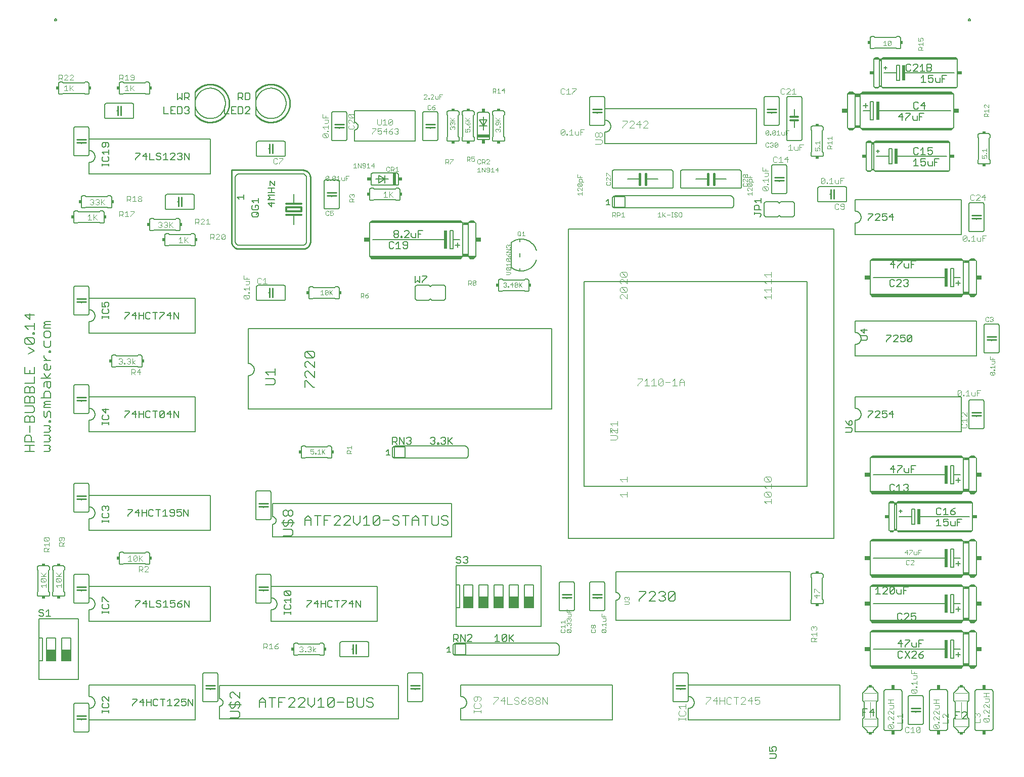
<source format=gto>
G04 EAGLE Gerber RS-274X export*
G75*
%MOMM*%
%FSLAX34Y34*%
%LPD*%
%INSilkscreen Top*%
%IPPOS*%
%AMOC8*
5,1,8,0,0,1.08239X$1,22.5*%
G01*
%ADD10C,0.152400*%
%ADD11C,0.076200*%
%ADD12C,0.177800*%
%ADD13C,0.101600*%
%ADD14C,0.254000*%
%ADD15C,0.304800*%
%ADD16R,0.381000X0.508000*%
%ADD17C,0.127000*%
%ADD18R,0.508000X0.381000*%
%ADD19C,0.406400*%
%ADD20R,2.032000X0.508000*%
%ADD21R,0.508000X0.635000*%
%ADD22R,0.508000X2.032000*%
%ADD23R,0.635000X0.508000*%
%ADD24R,0.508000X3.048000*%
%ADD25R,0.889000X0.762000*%
%ADD26R,0.609600X0.762000*%
%ADD27C,0.050800*%
%ADD28R,0.609600X0.355600*%
%ADD29R,1.524000X1.905000*%
%ADD30R,0.508000X2.540000*%
%ADD31R,0.762000X0.508000*%
%ADD32C,0.203200*%


D10*
X-1907032Y-50038D02*
X-1923302Y-50038D01*
X-1915167Y-50038D02*
X-1915167Y-39191D01*
X-1923302Y-39191D02*
X-1907032Y-39191D01*
X-1907032Y-33666D02*
X-1923302Y-33666D01*
X-1923302Y-25532D01*
X-1920590Y-22820D01*
X-1915167Y-22820D01*
X-1912455Y-25532D01*
X-1912455Y-33666D01*
X-1915167Y-17295D02*
X-1915167Y-6448D01*
X-1907032Y-923D02*
X-1923302Y-923D01*
X-1923302Y7212D01*
X-1920590Y9923D01*
X-1917879Y9923D01*
X-1915167Y7212D01*
X-1912455Y9923D01*
X-1909744Y9923D01*
X-1907032Y7212D01*
X-1907032Y-923D01*
X-1915167Y-923D02*
X-1915167Y7212D01*
X-1909744Y15448D02*
X-1923302Y15448D01*
X-1909744Y15448D02*
X-1907032Y18160D01*
X-1907032Y23583D01*
X-1909744Y26295D01*
X-1923302Y26295D01*
X-1923302Y31820D02*
X-1907032Y31820D01*
X-1923302Y31820D02*
X-1923302Y39955D01*
X-1920590Y42666D01*
X-1917879Y42666D01*
X-1915167Y39955D01*
X-1912455Y42666D01*
X-1909744Y42666D01*
X-1907032Y39955D01*
X-1907032Y31820D01*
X-1915167Y31820D02*
X-1915167Y39955D01*
X-1907032Y48191D02*
X-1923302Y48191D01*
X-1923302Y56326D01*
X-1920590Y59038D01*
X-1917879Y59038D01*
X-1915167Y56326D01*
X-1912455Y59038D01*
X-1909744Y59038D01*
X-1907032Y56326D01*
X-1907032Y48191D01*
X-1915167Y48191D02*
X-1915167Y56326D01*
X-1923302Y64563D02*
X-1907032Y64563D01*
X-1907032Y75410D01*
X-1923302Y80935D02*
X-1923302Y91781D01*
X-1923302Y80935D02*
X-1907032Y80935D01*
X-1907032Y91781D01*
X-1915167Y86358D02*
X-1915167Y80935D01*
X-1917879Y113678D02*
X-1907032Y119101D01*
X-1917879Y124524D01*
X-1920590Y130049D02*
X-1909744Y130049D01*
X-1920590Y130049D02*
X-1923302Y132761D01*
X-1923302Y138184D01*
X-1920590Y140896D01*
X-1909744Y140896D01*
X-1907032Y138184D01*
X-1907032Y132761D01*
X-1909744Y130049D01*
X-1920590Y140896D01*
X-1909744Y146421D02*
X-1907032Y146421D01*
X-1909744Y146421D02*
X-1909744Y149132D01*
X-1907032Y149132D01*
X-1907032Y146421D01*
X-1917879Y154607D02*
X-1923302Y160030D01*
X-1907032Y160030D01*
X-1907032Y154607D02*
X-1907032Y165453D01*
X-1907032Y179113D02*
X-1923302Y179113D01*
X-1915167Y170978D01*
X-1915167Y181825D01*
X-1891209Y-50038D02*
X-1883074Y-50038D01*
X-1880362Y-47326D01*
X-1883074Y-44615D01*
X-1880362Y-41903D01*
X-1883074Y-39191D01*
X-1891209Y-39191D01*
X-1891209Y-33666D02*
X-1883074Y-33666D01*
X-1880362Y-30955D01*
X-1883074Y-28243D01*
X-1880362Y-25532D01*
X-1883074Y-22820D01*
X-1891209Y-22820D01*
X-1891209Y-17295D02*
X-1883074Y-17295D01*
X-1880362Y-14583D01*
X-1883074Y-11872D01*
X-1880362Y-9160D01*
X-1883074Y-6448D01*
X-1891209Y-6448D01*
X-1883074Y-923D02*
X-1880362Y-923D01*
X-1883074Y-923D02*
X-1883074Y1788D01*
X-1880362Y1788D01*
X-1880362Y-923D01*
X-1880362Y7262D02*
X-1880362Y15397D01*
X-1883074Y18109D01*
X-1885785Y15397D01*
X-1885785Y9974D01*
X-1888497Y7262D01*
X-1891209Y9974D01*
X-1891209Y18109D01*
X-1891209Y23634D02*
X-1880362Y23634D01*
X-1891209Y23634D02*
X-1891209Y26346D01*
X-1888497Y29057D01*
X-1880362Y29057D01*
X-1888497Y29057D02*
X-1891209Y31769D01*
X-1888497Y34481D01*
X-1880362Y34481D01*
X-1880362Y40006D02*
X-1896632Y40006D01*
X-1880362Y40006D02*
X-1880362Y48141D01*
X-1883074Y50852D01*
X-1888497Y50852D01*
X-1891209Y48141D01*
X-1891209Y40006D01*
X-1891209Y59089D02*
X-1891209Y64512D01*
X-1888497Y67224D01*
X-1880362Y67224D01*
X-1880362Y59089D01*
X-1883074Y56377D01*
X-1885785Y59089D01*
X-1885785Y67224D01*
X-1880362Y72749D02*
X-1896632Y72749D01*
X-1885785Y72749D02*
X-1880362Y80884D01*
X-1885785Y72749D02*
X-1891209Y80884D01*
X-1880362Y89103D02*
X-1880362Y94527D01*
X-1880362Y89103D02*
X-1883074Y86392D01*
X-1888497Y86392D01*
X-1891209Y89103D01*
X-1891209Y94527D01*
X-1888497Y97238D01*
X-1885785Y97238D01*
X-1885785Y86392D01*
X-1880362Y102763D02*
X-1891209Y102763D01*
X-1885785Y102763D02*
X-1891209Y108187D01*
X-1891209Y110898D01*
X-1883074Y116406D02*
X-1880362Y116406D01*
X-1883074Y116406D02*
X-1883074Y119118D01*
X-1880362Y119118D01*
X-1880362Y116406D01*
X-1891209Y127304D02*
X-1891209Y135439D01*
X-1891209Y127304D02*
X-1888497Y124592D01*
X-1883074Y124592D01*
X-1880362Y127304D01*
X-1880362Y135439D01*
X-1880362Y143675D02*
X-1880362Y149099D01*
X-1883074Y151810D01*
X-1888497Y151810D01*
X-1891209Y149099D01*
X-1891209Y143675D01*
X-1888497Y140964D01*
X-1883074Y140964D01*
X-1880362Y143675D01*
X-1880362Y157335D02*
X-1891209Y157335D01*
X-1891209Y160047D01*
X-1888497Y162758D01*
X-1880362Y162758D01*
X-1888497Y162758D02*
X-1891209Y165470D01*
X-1888497Y168182D01*
X-1880362Y168182D01*
X-1549400Y156210D02*
X-1041400Y156210D01*
X-1041400Y21590D02*
X-1549400Y21590D01*
X-1041400Y21590D02*
X-1041400Y156210D01*
X-1549400Y156210D02*
X-1549400Y97790D01*
X-1549400Y77470D02*
X-1549400Y21590D01*
X-1549400Y77470D02*
X-1549153Y77473D01*
X-1548905Y77482D01*
X-1548658Y77497D01*
X-1548412Y77518D01*
X-1548166Y77545D01*
X-1547921Y77578D01*
X-1547676Y77617D01*
X-1547433Y77662D01*
X-1547191Y77713D01*
X-1546950Y77770D01*
X-1546711Y77832D01*
X-1546473Y77901D01*
X-1546237Y77975D01*
X-1546003Y78055D01*
X-1545771Y78140D01*
X-1545541Y78232D01*
X-1545313Y78328D01*
X-1545088Y78431D01*
X-1544865Y78538D01*
X-1544645Y78652D01*
X-1544428Y78770D01*
X-1544213Y78894D01*
X-1544002Y79023D01*
X-1543794Y79157D01*
X-1543589Y79296D01*
X-1543388Y79440D01*
X-1543190Y79588D01*
X-1542996Y79742D01*
X-1542806Y79900D01*
X-1542620Y80063D01*
X-1542438Y80230D01*
X-1542260Y80402D01*
X-1542086Y80578D01*
X-1541916Y80758D01*
X-1541751Y80943D01*
X-1541591Y81131D01*
X-1541435Y81323D01*
X-1541283Y81519D01*
X-1541137Y81718D01*
X-1540995Y81921D01*
X-1540859Y82128D01*
X-1540727Y82337D01*
X-1540601Y82550D01*
X-1540480Y82766D01*
X-1540364Y82984D01*
X-1540254Y83206D01*
X-1540149Y83430D01*
X-1540049Y83656D01*
X-1539955Y83885D01*
X-1539867Y84116D01*
X-1539784Y84350D01*
X-1539707Y84585D01*
X-1539636Y84822D01*
X-1539570Y85060D01*
X-1539511Y85300D01*
X-1539457Y85542D01*
X-1539409Y85785D01*
X-1539367Y86028D01*
X-1539331Y86273D01*
X-1539301Y86519D01*
X-1539277Y86765D01*
X-1539259Y87012D01*
X-1539247Y87259D01*
X-1539241Y87506D01*
X-1539241Y87754D01*
X-1539247Y88001D01*
X-1539259Y88248D01*
X-1539277Y88495D01*
X-1539301Y88741D01*
X-1539331Y88987D01*
X-1539367Y89232D01*
X-1539409Y89475D01*
X-1539457Y89718D01*
X-1539511Y89960D01*
X-1539570Y90200D01*
X-1539636Y90438D01*
X-1539707Y90675D01*
X-1539784Y90910D01*
X-1539867Y91144D01*
X-1539955Y91375D01*
X-1540049Y91604D01*
X-1540149Y91830D01*
X-1540254Y92054D01*
X-1540364Y92276D01*
X-1540480Y92494D01*
X-1540601Y92710D01*
X-1540727Y92923D01*
X-1540859Y93132D01*
X-1540995Y93339D01*
X-1541137Y93542D01*
X-1541283Y93741D01*
X-1541435Y93937D01*
X-1541591Y94129D01*
X-1541751Y94317D01*
X-1541916Y94502D01*
X-1542086Y94682D01*
X-1542260Y94858D01*
X-1542438Y95030D01*
X-1542620Y95197D01*
X-1542806Y95360D01*
X-1542996Y95518D01*
X-1543190Y95672D01*
X-1543388Y95820D01*
X-1543589Y95964D01*
X-1543794Y96103D01*
X-1544002Y96237D01*
X-1544213Y96366D01*
X-1544428Y96490D01*
X-1544645Y96608D01*
X-1544865Y96722D01*
X-1545088Y96829D01*
X-1545313Y96932D01*
X-1545541Y97028D01*
X-1545771Y97120D01*
X-1546003Y97205D01*
X-1546237Y97285D01*
X-1546473Y97359D01*
X-1546711Y97428D01*
X-1546950Y97490D01*
X-1547191Y97547D01*
X-1547433Y97598D01*
X-1547676Y97643D01*
X-1547921Y97682D01*
X-1548166Y97715D01*
X-1548412Y97742D01*
X-1548658Y97763D01*
X-1548905Y97778D01*
X-1549153Y97787D01*
X-1549400Y97790D01*
X-1520712Y61722D02*
X-1507154Y61722D01*
X-1504442Y64434D01*
X-1504442Y69857D01*
X-1507154Y72569D01*
X-1520712Y72569D01*
X-1515289Y78094D02*
X-1520712Y83517D01*
X-1504442Y83517D01*
X-1504442Y78094D02*
X-1504442Y88940D01*
X-1454672Y68759D02*
X-1454672Y57912D01*
X-1454672Y68759D02*
X-1451960Y68759D01*
X-1441114Y57912D01*
X-1438402Y57912D01*
X-1438402Y74284D02*
X-1438402Y85130D01*
X-1438402Y74284D02*
X-1449249Y85130D01*
X-1451960Y85130D01*
X-1454672Y82419D01*
X-1454672Y76995D01*
X-1451960Y74284D01*
X-1438402Y90655D02*
X-1438402Y101502D01*
X-1438402Y90655D02*
X-1449249Y101502D01*
X-1451960Y101502D01*
X-1454672Y98790D01*
X-1454672Y93367D01*
X-1451960Y90655D01*
X-1451960Y107027D02*
X-1441114Y107027D01*
X-1451960Y107027D02*
X-1454672Y109738D01*
X-1454672Y115162D01*
X-1451960Y117873D01*
X-1441114Y117873D01*
X-1438402Y115162D01*
X-1438402Y109738D01*
X-1441114Y107027D01*
X-1451960Y117873D01*
X-933450Y-298450D02*
X-933450Y-332740D01*
X-933450Y-298450D02*
X-933292Y-298448D01*
X-933133Y-298442D01*
X-932975Y-298432D01*
X-932818Y-298418D01*
X-932660Y-298401D01*
X-932504Y-298379D01*
X-932347Y-298354D01*
X-932192Y-298324D01*
X-932037Y-298291D01*
X-931883Y-298254D01*
X-931730Y-298213D01*
X-931578Y-298168D01*
X-931428Y-298119D01*
X-931278Y-298067D01*
X-931130Y-298011D01*
X-930983Y-297951D01*
X-930838Y-297888D01*
X-930695Y-297821D01*
X-930553Y-297751D01*
X-930413Y-297677D01*
X-930275Y-297599D01*
X-930139Y-297518D01*
X-930005Y-297434D01*
X-929873Y-297347D01*
X-929743Y-297256D01*
X-929616Y-297162D01*
X-929491Y-297065D01*
X-929368Y-296964D01*
X-929248Y-296861D01*
X-929131Y-296755D01*
X-929016Y-296646D01*
X-928904Y-296534D01*
X-928795Y-296419D01*
X-928689Y-296302D01*
X-928586Y-296182D01*
X-928485Y-296059D01*
X-928388Y-295934D01*
X-928294Y-295807D01*
X-928203Y-295677D01*
X-928116Y-295545D01*
X-928032Y-295411D01*
X-927951Y-295275D01*
X-927873Y-295137D01*
X-927799Y-294997D01*
X-927729Y-294855D01*
X-927662Y-294712D01*
X-927599Y-294567D01*
X-927539Y-294420D01*
X-927483Y-294272D01*
X-927431Y-294122D01*
X-927382Y-293972D01*
X-927337Y-293820D01*
X-927296Y-293667D01*
X-927259Y-293513D01*
X-927226Y-293358D01*
X-927196Y-293203D01*
X-927171Y-293046D01*
X-927149Y-292890D01*
X-927132Y-292732D01*
X-927118Y-292575D01*
X-927108Y-292417D01*
X-927102Y-292258D01*
X-927100Y-292100D01*
X-927102Y-291942D01*
X-927108Y-291783D01*
X-927118Y-291625D01*
X-927132Y-291468D01*
X-927149Y-291310D01*
X-927171Y-291154D01*
X-927196Y-290997D01*
X-927226Y-290842D01*
X-927259Y-290687D01*
X-927296Y-290533D01*
X-927337Y-290380D01*
X-927382Y-290228D01*
X-927431Y-290078D01*
X-927483Y-289928D01*
X-927539Y-289780D01*
X-927599Y-289633D01*
X-927662Y-289488D01*
X-927729Y-289345D01*
X-927799Y-289203D01*
X-927873Y-289063D01*
X-927951Y-288925D01*
X-928032Y-288789D01*
X-928116Y-288655D01*
X-928203Y-288523D01*
X-928294Y-288393D01*
X-928388Y-288266D01*
X-928485Y-288141D01*
X-928586Y-288018D01*
X-928689Y-287898D01*
X-928795Y-287781D01*
X-928904Y-287666D01*
X-929016Y-287554D01*
X-929131Y-287445D01*
X-929248Y-287339D01*
X-929368Y-287236D01*
X-929491Y-287135D01*
X-929616Y-287038D01*
X-929743Y-286944D01*
X-929873Y-286853D01*
X-930005Y-286766D01*
X-930139Y-286682D01*
X-930275Y-286601D01*
X-930413Y-286523D01*
X-930553Y-286449D01*
X-930695Y-286379D01*
X-930838Y-286312D01*
X-930983Y-286249D01*
X-931130Y-286189D01*
X-931278Y-286133D01*
X-931428Y-286081D01*
X-931578Y-286032D01*
X-931730Y-285987D01*
X-931883Y-285946D01*
X-932037Y-285909D01*
X-932192Y-285876D01*
X-932347Y-285846D01*
X-932504Y-285821D01*
X-932660Y-285799D01*
X-932818Y-285782D01*
X-932975Y-285768D01*
X-933133Y-285758D01*
X-933292Y-285752D01*
X-933450Y-285750D01*
X-641350Y-251460D02*
X-641350Y-332740D01*
X-933450Y-332740D01*
X-933450Y-285750D02*
X-933450Y-251460D01*
X-641350Y-251460D01*
D11*
X-912708Y-305689D02*
X-918851Y-305689D01*
X-912708Y-305689D02*
X-911479Y-304460D01*
X-911479Y-302003D01*
X-912708Y-300774D01*
X-918851Y-300774D01*
X-917623Y-298205D02*
X-918851Y-296976D01*
X-918851Y-294519D01*
X-917623Y-293290D01*
X-916394Y-293290D01*
X-915165Y-294519D01*
X-915165Y-295747D01*
X-915165Y-294519D02*
X-913936Y-293290D01*
X-912708Y-293290D01*
X-911479Y-294519D01*
X-911479Y-296976D01*
X-912708Y-298205D01*
D12*
X-894461Y-284085D02*
X-883784Y-284085D01*
X-883784Y-286755D01*
X-894461Y-297432D01*
X-894461Y-300101D01*
X-878089Y-300101D02*
X-867412Y-300101D01*
X-878089Y-300101D02*
X-867412Y-289424D01*
X-867412Y-286755D01*
X-870082Y-284085D01*
X-875420Y-284085D01*
X-878089Y-286755D01*
X-861718Y-286755D02*
X-859049Y-284085D01*
X-853710Y-284085D01*
X-851041Y-286755D01*
X-851041Y-289424D01*
X-853710Y-292093D01*
X-856379Y-292093D01*
X-853710Y-292093D02*
X-851041Y-294762D01*
X-851041Y-297432D01*
X-853710Y-300101D01*
X-859049Y-300101D01*
X-861718Y-297432D01*
X-845346Y-297432D02*
X-845346Y-286755D01*
X-842677Y-284085D01*
X-837338Y-284085D01*
X-834669Y-286755D01*
X-834669Y-297432D01*
X-837338Y-300101D01*
X-842677Y-300101D01*
X-845346Y-297432D01*
X-834669Y-286755D01*
D10*
X-952500Y524510D02*
X-698500Y524510D01*
X-698500Y466090D02*
X-952500Y466090D01*
X-698500Y466090D02*
X-698500Y524510D01*
X-952500Y524510D02*
X-952500Y505460D01*
X-952500Y485140D02*
X-952500Y466090D01*
X-952500Y485140D02*
X-952253Y485143D01*
X-952005Y485152D01*
X-951758Y485167D01*
X-951512Y485188D01*
X-951266Y485215D01*
X-951021Y485248D01*
X-950776Y485287D01*
X-950533Y485332D01*
X-950291Y485383D01*
X-950050Y485440D01*
X-949811Y485502D01*
X-949573Y485571D01*
X-949337Y485645D01*
X-949103Y485725D01*
X-948871Y485810D01*
X-948641Y485902D01*
X-948413Y485998D01*
X-948188Y486101D01*
X-947965Y486208D01*
X-947745Y486322D01*
X-947528Y486440D01*
X-947313Y486564D01*
X-947102Y486693D01*
X-946894Y486827D01*
X-946689Y486966D01*
X-946488Y487110D01*
X-946290Y487258D01*
X-946096Y487412D01*
X-945906Y487570D01*
X-945720Y487733D01*
X-945538Y487900D01*
X-945360Y488072D01*
X-945186Y488248D01*
X-945016Y488428D01*
X-944851Y488613D01*
X-944691Y488801D01*
X-944535Y488993D01*
X-944383Y489189D01*
X-944237Y489388D01*
X-944095Y489591D01*
X-943959Y489798D01*
X-943827Y490007D01*
X-943701Y490220D01*
X-943580Y490436D01*
X-943464Y490654D01*
X-943354Y490876D01*
X-943249Y491100D01*
X-943149Y491326D01*
X-943055Y491555D01*
X-942967Y491786D01*
X-942884Y492020D01*
X-942807Y492255D01*
X-942736Y492492D01*
X-942670Y492730D01*
X-942611Y492970D01*
X-942557Y493212D01*
X-942509Y493455D01*
X-942467Y493698D01*
X-942431Y493943D01*
X-942401Y494189D01*
X-942377Y494435D01*
X-942359Y494682D01*
X-942347Y494929D01*
X-942341Y495176D01*
X-942341Y495424D01*
X-942347Y495671D01*
X-942359Y495918D01*
X-942377Y496165D01*
X-942401Y496411D01*
X-942431Y496657D01*
X-942467Y496902D01*
X-942509Y497145D01*
X-942557Y497388D01*
X-942611Y497630D01*
X-942670Y497870D01*
X-942736Y498108D01*
X-942807Y498345D01*
X-942884Y498580D01*
X-942967Y498814D01*
X-943055Y499045D01*
X-943149Y499274D01*
X-943249Y499500D01*
X-943354Y499724D01*
X-943464Y499946D01*
X-943580Y500164D01*
X-943701Y500380D01*
X-943827Y500593D01*
X-943959Y500802D01*
X-944095Y501009D01*
X-944237Y501212D01*
X-944383Y501411D01*
X-944535Y501607D01*
X-944691Y501799D01*
X-944851Y501987D01*
X-945016Y502172D01*
X-945186Y502352D01*
X-945360Y502528D01*
X-945538Y502700D01*
X-945720Y502867D01*
X-945906Y503030D01*
X-946096Y503188D01*
X-946290Y503342D01*
X-946488Y503490D01*
X-946689Y503634D01*
X-946894Y503773D01*
X-947102Y503907D01*
X-947313Y504036D01*
X-947528Y504160D01*
X-947745Y504278D01*
X-947965Y504392D01*
X-948188Y504499D01*
X-948413Y504602D01*
X-948641Y504698D01*
X-948871Y504790D01*
X-949103Y504875D01*
X-949337Y504955D01*
X-949573Y505029D01*
X-949811Y505098D01*
X-950050Y505160D01*
X-950291Y505217D01*
X-950533Y505268D01*
X-950776Y505313D01*
X-951021Y505352D01*
X-951266Y505385D01*
X-951512Y505412D01*
X-951758Y505433D01*
X-952005Y505448D01*
X-952253Y505457D01*
X-952500Y505460D01*
D13*
X-958767Y465328D02*
X-968512Y465328D01*
X-958767Y465328D02*
X-956818Y467277D01*
X-956818Y471175D01*
X-958767Y473124D01*
X-968512Y473124D01*
X-966563Y477022D02*
X-968512Y478971D01*
X-968512Y482869D01*
X-966563Y484818D01*
X-964614Y484818D01*
X-962665Y482869D01*
X-960716Y484818D01*
X-958767Y484818D01*
X-956818Y482869D01*
X-956818Y478971D01*
X-958767Y477022D01*
X-960716Y477022D01*
X-962665Y478971D01*
X-964614Y477022D01*
X-966563Y477022D01*
X-962665Y478971D02*
X-962665Y482869D01*
X-922782Y503692D02*
X-914986Y503692D01*
X-914986Y501743D01*
X-922782Y493947D01*
X-922782Y491998D01*
X-911088Y491998D02*
X-903292Y491998D01*
X-911088Y491998D02*
X-903292Y499794D01*
X-903292Y501743D01*
X-905241Y503692D01*
X-909139Y503692D01*
X-911088Y501743D01*
X-893547Y503692D02*
X-893547Y491998D01*
X-899394Y497845D02*
X-893547Y503692D01*
X-891598Y497845D02*
X-899394Y497845D01*
X-887700Y491998D02*
X-879904Y491998D01*
X-887700Y491998D02*
X-879904Y499794D01*
X-879904Y501743D01*
X-881853Y503692D01*
X-885751Y503692D01*
X-887700Y501743D01*
D10*
X-1028700Y-270510D02*
X-1028700Y-313690D01*
X-1003300Y-313690D02*
X-1003300Y-270510D01*
X-1005840Y-267970D02*
X-1026160Y-267970D01*
X-1026160Y-316230D02*
X-1005840Y-316230D01*
X-1028700Y-270510D02*
X-1028698Y-270410D01*
X-1028692Y-270311D01*
X-1028682Y-270211D01*
X-1028669Y-270113D01*
X-1028651Y-270014D01*
X-1028630Y-269917D01*
X-1028605Y-269821D01*
X-1028576Y-269725D01*
X-1028543Y-269631D01*
X-1028507Y-269538D01*
X-1028467Y-269447D01*
X-1028423Y-269357D01*
X-1028376Y-269269D01*
X-1028326Y-269183D01*
X-1028272Y-269099D01*
X-1028215Y-269017D01*
X-1028155Y-268938D01*
X-1028091Y-268860D01*
X-1028025Y-268786D01*
X-1027956Y-268714D01*
X-1027884Y-268645D01*
X-1027810Y-268579D01*
X-1027732Y-268515D01*
X-1027653Y-268455D01*
X-1027571Y-268398D01*
X-1027487Y-268344D01*
X-1027401Y-268294D01*
X-1027313Y-268247D01*
X-1027223Y-268203D01*
X-1027132Y-268163D01*
X-1027039Y-268127D01*
X-1026945Y-268094D01*
X-1026849Y-268065D01*
X-1026753Y-268040D01*
X-1026656Y-268019D01*
X-1026557Y-268001D01*
X-1026459Y-267988D01*
X-1026359Y-267978D01*
X-1026260Y-267972D01*
X-1026160Y-267970D01*
X-1028700Y-313690D02*
X-1028698Y-313790D01*
X-1028692Y-313889D01*
X-1028682Y-313989D01*
X-1028669Y-314087D01*
X-1028651Y-314186D01*
X-1028630Y-314283D01*
X-1028605Y-314379D01*
X-1028576Y-314475D01*
X-1028543Y-314569D01*
X-1028507Y-314662D01*
X-1028467Y-314753D01*
X-1028423Y-314843D01*
X-1028376Y-314931D01*
X-1028326Y-315017D01*
X-1028272Y-315101D01*
X-1028215Y-315183D01*
X-1028155Y-315262D01*
X-1028091Y-315340D01*
X-1028025Y-315414D01*
X-1027956Y-315486D01*
X-1027884Y-315555D01*
X-1027810Y-315621D01*
X-1027732Y-315685D01*
X-1027653Y-315745D01*
X-1027571Y-315802D01*
X-1027487Y-315856D01*
X-1027401Y-315906D01*
X-1027313Y-315953D01*
X-1027223Y-315997D01*
X-1027132Y-316037D01*
X-1027039Y-316073D01*
X-1026945Y-316106D01*
X-1026849Y-316135D01*
X-1026753Y-316160D01*
X-1026656Y-316181D01*
X-1026557Y-316199D01*
X-1026459Y-316212D01*
X-1026359Y-316222D01*
X-1026260Y-316228D01*
X-1026160Y-316230D01*
X-1003300Y-270510D02*
X-1003302Y-270410D01*
X-1003308Y-270311D01*
X-1003318Y-270211D01*
X-1003331Y-270113D01*
X-1003349Y-270014D01*
X-1003370Y-269917D01*
X-1003395Y-269821D01*
X-1003424Y-269725D01*
X-1003457Y-269631D01*
X-1003493Y-269538D01*
X-1003533Y-269447D01*
X-1003577Y-269357D01*
X-1003624Y-269269D01*
X-1003674Y-269183D01*
X-1003728Y-269099D01*
X-1003785Y-269017D01*
X-1003845Y-268938D01*
X-1003909Y-268860D01*
X-1003975Y-268786D01*
X-1004044Y-268714D01*
X-1004116Y-268645D01*
X-1004190Y-268579D01*
X-1004268Y-268515D01*
X-1004347Y-268455D01*
X-1004429Y-268398D01*
X-1004513Y-268344D01*
X-1004599Y-268294D01*
X-1004687Y-268247D01*
X-1004777Y-268203D01*
X-1004868Y-268163D01*
X-1004961Y-268127D01*
X-1005055Y-268094D01*
X-1005151Y-268065D01*
X-1005247Y-268040D01*
X-1005344Y-268019D01*
X-1005443Y-268001D01*
X-1005541Y-267988D01*
X-1005641Y-267978D01*
X-1005740Y-267972D01*
X-1005840Y-267970D01*
X-1003300Y-313690D02*
X-1003302Y-313790D01*
X-1003308Y-313889D01*
X-1003318Y-313989D01*
X-1003331Y-314087D01*
X-1003349Y-314186D01*
X-1003370Y-314283D01*
X-1003395Y-314379D01*
X-1003424Y-314475D01*
X-1003457Y-314569D01*
X-1003493Y-314662D01*
X-1003533Y-314753D01*
X-1003577Y-314843D01*
X-1003624Y-314931D01*
X-1003674Y-315017D01*
X-1003728Y-315101D01*
X-1003785Y-315183D01*
X-1003845Y-315262D01*
X-1003909Y-315340D01*
X-1003975Y-315414D01*
X-1004044Y-315486D01*
X-1004116Y-315555D01*
X-1004190Y-315621D01*
X-1004268Y-315685D01*
X-1004347Y-315745D01*
X-1004429Y-315802D01*
X-1004513Y-315856D01*
X-1004599Y-315906D01*
X-1004687Y-315953D01*
X-1004777Y-315997D01*
X-1004868Y-316037D01*
X-1004961Y-316073D01*
X-1005055Y-316106D01*
X-1005151Y-316135D01*
X-1005247Y-316160D01*
X-1005344Y-316181D01*
X-1005443Y-316199D01*
X-1005541Y-316212D01*
X-1005641Y-316222D01*
X-1005740Y-316228D01*
X-1005840Y-316230D01*
X-1016000Y-289560D02*
X-1016000Y-288290D01*
D14*
X-1016000Y-289560D02*
X-1023620Y-289560D01*
X-1016000Y-289560D02*
X-1008380Y-289560D01*
X-1016000Y-294640D02*
X-1023620Y-294640D01*
X-1016000Y-294640D02*
X-1008380Y-294640D01*
D10*
X-1016000Y-294640D02*
X-1016000Y-295910D01*
D11*
X-1025065Y-347764D02*
X-1026293Y-348993D01*
X-1026293Y-351450D01*
X-1025065Y-352679D01*
X-1020150Y-352679D01*
X-1018921Y-351450D01*
X-1018921Y-348993D01*
X-1020150Y-347764D01*
X-1023836Y-345195D02*
X-1026293Y-342737D01*
X-1018921Y-342737D01*
X-1018921Y-340280D02*
X-1018921Y-345195D01*
X-1023836Y-337711D02*
X-1026293Y-335253D01*
X-1018921Y-335253D01*
X-1018921Y-332796D02*
X-1018921Y-337711D01*
X-1014905Y-352679D02*
X-1009990Y-352679D01*
X-1014905Y-352679D02*
X-1016133Y-351450D01*
X-1016133Y-348993D01*
X-1014905Y-347764D01*
X-1009990Y-347764D01*
X-1008761Y-348993D01*
X-1008761Y-351450D01*
X-1009990Y-352679D01*
X-1014905Y-347764D01*
X-1009990Y-345195D02*
X-1008761Y-345195D01*
X-1009990Y-345195D02*
X-1009990Y-343966D01*
X-1008761Y-343966D01*
X-1008761Y-345195D01*
X-1014905Y-341453D02*
X-1016133Y-340224D01*
X-1016133Y-337767D01*
X-1014905Y-336538D01*
X-1013676Y-336538D01*
X-1012447Y-337767D01*
X-1012447Y-338995D01*
X-1012447Y-337767D02*
X-1011218Y-336538D01*
X-1009990Y-336538D01*
X-1008761Y-337767D01*
X-1008761Y-340224D01*
X-1009990Y-341453D01*
X-1014905Y-333969D02*
X-1016133Y-332740D01*
X-1016133Y-330283D01*
X-1014905Y-329054D01*
X-1013676Y-329054D01*
X-1012447Y-330283D01*
X-1012447Y-331511D01*
X-1012447Y-330283D02*
X-1011218Y-329054D01*
X-1009990Y-329054D01*
X-1008761Y-330283D01*
X-1008761Y-332740D01*
X-1009990Y-333969D01*
X-1009990Y-326484D02*
X-1013676Y-326484D01*
X-1009990Y-326484D02*
X-1008761Y-325256D01*
X-1008761Y-321570D01*
X-1013676Y-321570D01*
X-1016133Y-319000D02*
X-1008761Y-319000D01*
X-1016133Y-319000D02*
X-1016133Y-314085D01*
X-1012447Y-316543D02*
X-1012447Y-319000D01*
D15*
X-635000Y511048D02*
X-628650Y511048D01*
X-635000Y511048D02*
X-641350Y511048D01*
D10*
X-635000Y511048D02*
X-635000Y523240D01*
D15*
X-635000Y504698D02*
X-628650Y504698D01*
X-635000Y504698D02*
X-641350Y504698D01*
D10*
X-635000Y504698D02*
X-635000Y492760D01*
X-624840Y544830D02*
X-645160Y544830D01*
X-647700Y542290D02*
X-647700Y473710D01*
X-645160Y471170D02*
X-624840Y471170D01*
X-622300Y473710D02*
X-622300Y542290D01*
X-622300Y473710D02*
X-622302Y473610D01*
X-622308Y473511D01*
X-622318Y473411D01*
X-622331Y473313D01*
X-622349Y473214D01*
X-622370Y473117D01*
X-622395Y473021D01*
X-622424Y472925D01*
X-622457Y472831D01*
X-622493Y472738D01*
X-622533Y472647D01*
X-622577Y472557D01*
X-622624Y472469D01*
X-622674Y472383D01*
X-622728Y472299D01*
X-622785Y472217D01*
X-622845Y472138D01*
X-622909Y472060D01*
X-622975Y471986D01*
X-623044Y471914D01*
X-623116Y471845D01*
X-623190Y471779D01*
X-623268Y471715D01*
X-623347Y471655D01*
X-623429Y471598D01*
X-623513Y471544D01*
X-623599Y471494D01*
X-623687Y471447D01*
X-623777Y471403D01*
X-623868Y471363D01*
X-623961Y471327D01*
X-624055Y471294D01*
X-624151Y471265D01*
X-624247Y471240D01*
X-624344Y471219D01*
X-624443Y471201D01*
X-624541Y471188D01*
X-624641Y471178D01*
X-624740Y471172D01*
X-624840Y471170D01*
X-645160Y471170D02*
X-645260Y471172D01*
X-645359Y471178D01*
X-645459Y471188D01*
X-645557Y471201D01*
X-645656Y471219D01*
X-645753Y471240D01*
X-645849Y471265D01*
X-645945Y471294D01*
X-646039Y471327D01*
X-646132Y471363D01*
X-646223Y471403D01*
X-646313Y471447D01*
X-646401Y471494D01*
X-646487Y471544D01*
X-646571Y471598D01*
X-646653Y471655D01*
X-646732Y471715D01*
X-646810Y471779D01*
X-646884Y471845D01*
X-646956Y471914D01*
X-647025Y471986D01*
X-647091Y472060D01*
X-647155Y472138D01*
X-647215Y472217D01*
X-647272Y472299D01*
X-647326Y472383D01*
X-647376Y472469D01*
X-647423Y472557D01*
X-647467Y472647D01*
X-647507Y472738D01*
X-647543Y472831D01*
X-647576Y472925D01*
X-647605Y473021D01*
X-647630Y473117D01*
X-647651Y473214D01*
X-647669Y473313D01*
X-647682Y473411D01*
X-647692Y473511D01*
X-647698Y473610D01*
X-647700Y473710D01*
X-647700Y542290D02*
X-647698Y542390D01*
X-647692Y542489D01*
X-647682Y542589D01*
X-647669Y542687D01*
X-647651Y542786D01*
X-647630Y542883D01*
X-647605Y542979D01*
X-647576Y543075D01*
X-647543Y543169D01*
X-647507Y543262D01*
X-647467Y543353D01*
X-647423Y543443D01*
X-647376Y543531D01*
X-647326Y543617D01*
X-647272Y543701D01*
X-647215Y543783D01*
X-647155Y543862D01*
X-647091Y543940D01*
X-647025Y544014D01*
X-646956Y544086D01*
X-646884Y544155D01*
X-646810Y544221D01*
X-646732Y544285D01*
X-646653Y544345D01*
X-646571Y544402D01*
X-646487Y544456D01*
X-646401Y544506D01*
X-646313Y544553D01*
X-646223Y544597D01*
X-646132Y544637D01*
X-646039Y544673D01*
X-645945Y544706D01*
X-645849Y544735D01*
X-645753Y544760D01*
X-645656Y544781D01*
X-645557Y544799D01*
X-645459Y544812D01*
X-645359Y544822D01*
X-645260Y544828D01*
X-645160Y544830D01*
X-624840Y544830D02*
X-624740Y544828D01*
X-624641Y544822D01*
X-624541Y544812D01*
X-624443Y544799D01*
X-624344Y544781D01*
X-624247Y544760D01*
X-624151Y544735D01*
X-624055Y544706D01*
X-623961Y544673D01*
X-623868Y544637D01*
X-623777Y544597D01*
X-623687Y544553D01*
X-623599Y544506D01*
X-623513Y544456D01*
X-623429Y544402D01*
X-623347Y544345D01*
X-623268Y544285D01*
X-623190Y544221D01*
X-623116Y544155D01*
X-623044Y544086D01*
X-622975Y544014D01*
X-622909Y543940D01*
X-622845Y543862D01*
X-622785Y543783D01*
X-622728Y543701D01*
X-622674Y543617D01*
X-622624Y543531D01*
X-622577Y543443D01*
X-622533Y543353D01*
X-622493Y543262D01*
X-622457Y543169D01*
X-622424Y543075D01*
X-622395Y542979D01*
X-622370Y542883D01*
X-622349Y542786D01*
X-622331Y542687D01*
X-622318Y542589D01*
X-622308Y542489D01*
X-622302Y542390D01*
X-622300Y542290D01*
D13*
X-651251Y556775D02*
X-652776Y558300D01*
X-655827Y558300D01*
X-657352Y556775D01*
X-657352Y550673D01*
X-655827Y549148D01*
X-652776Y549148D01*
X-651251Y550673D01*
X-647997Y549148D02*
X-641896Y549148D01*
X-647997Y549148D02*
X-641896Y555249D01*
X-641896Y556775D01*
X-643421Y558300D01*
X-646472Y558300D01*
X-647997Y556775D01*
X-638642Y555249D02*
X-635591Y558300D01*
X-635591Y549148D01*
X-638642Y549148D02*
X-632540Y549148D01*
X-641601Y464320D02*
X-644652Y461269D01*
X-641601Y464320D02*
X-641601Y455168D01*
X-638551Y455168D02*
X-644652Y455168D01*
X-635297Y456693D02*
X-635297Y461269D01*
X-635297Y456693D02*
X-633772Y455168D01*
X-629196Y455168D01*
X-629196Y461269D01*
X-625942Y464320D02*
X-625942Y455168D01*
X-625942Y464320D02*
X-619840Y464320D01*
X-622891Y459744D02*
X-625942Y459744D01*
D10*
X-508000Y642620D02*
X-507998Y642720D01*
X-507992Y642819D01*
X-507982Y642919D01*
X-507969Y643017D01*
X-507951Y643116D01*
X-507930Y643213D01*
X-507905Y643309D01*
X-507876Y643405D01*
X-507843Y643499D01*
X-507807Y643592D01*
X-507767Y643683D01*
X-507723Y643773D01*
X-507676Y643861D01*
X-507626Y643947D01*
X-507572Y644031D01*
X-507515Y644113D01*
X-507455Y644192D01*
X-507391Y644270D01*
X-507325Y644344D01*
X-507256Y644416D01*
X-507184Y644485D01*
X-507110Y644551D01*
X-507032Y644615D01*
X-506953Y644675D01*
X-506871Y644732D01*
X-506787Y644786D01*
X-506701Y644836D01*
X-506613Y644883D01*
X-506523Y644927D01*
X-506432Y644967D01*
X-506339Y645003D01*
X-506245Y645036D01*
X-506149Y645065D01*
X-506053Y645090D01*
X-505956Y645111D01*
X-505857Y645129D01*
X-505759Y645142D01*
X-505659Y645152D01*
X-505560Y645158D01*
X-505460Y645160D01*
X-508000Y627380D02*
X-507998Y627280D01*
X-507992Y627181D01*
X-507982Y627081D01*
X-507969Y626983D01*
X-507951Y626884D01*
X-507930Y626787D01*
X-507905Y626691D01*
X-507876Y626595D01*
X-507843Y626501D01*
X-507807Y626408D01*
X-507767Y626317D01*
X-507723Y626227D01*
X-507676Y626139D01*
X-507626Y626053D01*
X-507572Y625969D01*
X-507515Y625887D01*
X-507455Y625808D01*
X-507391Y625730D01*
X-507325Y625656D01*
X-507256Y625584D01*
X-507184Y625515D01*
X-507110Y625449D01*
X-507032Y625385D01*
X-506953Y625325D01*
X-506871Y625268D01*
X-506787Y625214D01*
X-506701Y625164D01*
X-506613Y625117D01*
X-506523Y625073D01*
X-506432Y625033D01*
X-506339Y624997D01*
X-506245Y624964D01*
X-506149Y624935D01*
X-506053Y624910D01*
X-505956Y624889D01*
X-505857Y624871D01*
X-505759Y624858D01*
X-505659Y624848D01*
X-505560Y624842D01*
X-505460Y624840D01*
X-459740Y624840D02*
X-459640Y624842D01*
X-459541Y624848D01*
X-459441Y624858D01*
X-459343Y624871D01*
X-459244Y624889D01*
X-459147Y624910D01*
X-459051Y624935D01*
X-458955Y624964D01*
X-458861Y624997D01*
X-458768Y625033D01*
X-458677Y625073D01*
X-458587Y625117D01*
X-458499Y625164D01*
X-458413Y625214D01*
X-458329Y625268D01*
X-458247Y625325D01*
X-458168Y625385D01*
X-458090Y625449D01*
X-458016Y625515D01*
X-457944Y625584D01*
X-457875Y625656D01*
X-457809Y625730D01*
X-457745Y625808D01*
X-457685Y625887D01*
X-457628Y625969D01*
X-457574Y626053D01*
X-457524Y626139D01*
X-457477Y626227D01*
X-457433Y626317D01*
X-457393Y626408D01*
X-457357Y626501D01*
X-457324Y626595D01*
X-457295Y626691D01*
X-457270Y626787D01*
X-457249Y626884D01*
X-457231Y626983D01*
X-457218Y627081D01*
X-457208Y627181D01*
X-457202Y627280D01*
X-457200Y627380D01*
X-457200Y642620D02*
X-457202Y642720D01*
X-457208Y642819D01*
X-457218Y642919D01*
X-457231Y643017D01*
X-457249Y643116D01*
X-457270Y643213D01*
X-457295Y643309D01*
X-457324Y643405D01*
X-457357Y643499D01*
X-457393Y643592D01*
X-457433Y643683D01*
X-457477Y643773D01*
X-457524Y643861D01*
X-457574Y643947D01*
X-457628Y644031D01*
X-457685Y644113D01*
X-457745Y644192D01*
X-457809Y644270D01*
X-457875Y644344D01*
X-457944Y644416D01*
X-458016Y644485D01*
X-458090Y644551D01*
X-458168Y644615D01*
X-458247Y644675D01*
X-458329Y644732D01*
X-458413Y644786D01*
X-458499Y644836D01*
X-458587Y644883D01*
X-458677Y644927D01*
X-458768Y644967D01*
X-458861Y645003D01*
X-458955Y645036D01*
X-459051Y645065D01*
X-459147Y645090D01*
X-459244Y645111D01*
X-459343Y645129D01*
X-459441Y645142D01*
X-459541Y645152D01*
X-459640Y645158D01*
X-459740Y645160D01*
X-508000Y642620D02*
X-508000Y627380D01*
X-505460Y645160D02*
X-501650Y645160D01*
X-500380Y643890D01*
X-501650Y624840D02*
X-505460Y624840D01*
X-501650Y624840D02*
X-500380Y626110D01*
X-464820Y643890D02*
X-463550Y645160D01*
X-464820Y643890D02*
X-500380Y643890D01*
X-464820Y626110D02*
X-463550Y624840D01*
X-464820Y626110D02*
X-500380Y626110D01*
X-463550Y645160D02*
X-459740Y645160D01*
X-459740Y624840D02*
X-463550Y624840D01*
X-457200Y627380D02*
X-457200Y642620D01*
D16*
X-455295Y635000D03*
X-509905Y635000D03*
D11*
X-427107Y622681D02*
X-419735Y622681D01*
X-427107Y622681D02*
X-427107Y626367D01*
X-425879Y627596D01*
X-423421Y627596D01*
X-422192Y626367D01*
X-422192Y622681D01*
X-422192Y625138D02*
X-419735Y627596D01*
X-424650Y630165D02*
X-427107Y632623D01*
X-419735Y632623D01*
X-419735Y635080D02*
X-419735Y630165D01*
X-427107Y637649D02*
X-427107Y642564D01*
X-427107Y637649D02*
X-423421Y637649D01*
X-424650Y640107D01*
X-424650Y641335D01*
X-423421Y642564D01*
X-420964Y642564D01*
X-419735Y641335D01*
X-419735Y638878D01*
X-420964Y637649D01*
X-483318Y637927D02*
X-485775Y635470D01*
X-483318Y637927D02*
X-483318Y630555D01*
X-485775Y630555D02*
X-480860Y630555D01*
X-478291Y631784D02*
X-478291Y636699D01*
X-477062Y637927D01*
X-474605Y637927D01*
X-473376Y636699D01*
X-473376Y631784D01*
X-474605Y630555D01*
X-477062Y630555D01*
X-478291Y631784D01*
X-473376Y636699D01*
D13*
X-926602Y-96188D02*
X-922704Y-100086D01*
X-926602Y-96188D02*
X-914908Y-96188D01*
X-914908Y-100086D02*
X-914908Y-92290D01*
X-685302Y-107882D02*
X-681404Y-111780D01*
X-685302Y-107882D02*
X-673608Y-107882D01*
X-673608Y-111780D02*
X-673608Y-103984D01*
X-675557Y-100086D02*
X-683353Y-100086D01*
X-685302Y-98137D01*
X-685302Y-94239D01*
X-683353Y-92290D01*
X-675557Y-92290D01*
X-673608Y-94239D01*
X-673608Y-98137D01*
X-675557Y-100086D01*
X-683353Y-92290D01*
X-681404Y205720D02*
X-685302Y209618D01*
X-673608Y209618D01*
X-673608Y205720D02*
X-673608Y213516D01*
X-681404Y217414D02*
X-685302Y221312D01*
X-673608Y221312D01*
X-673608Y217414D02*
X-673608Y225210D01*
X-914908Y213516D02*
X-914908Y205720D01*
X-922704Y213516D01*
X-924653Y213516D01*
X-926602Y211567D01*
X-926602Y207669D01*
X-924653Y205720D01*
X-924653Y217414D02*
X-916857Y217414D01*
X-924653Y217414D02*
X-926602Y219363D01*
X-926602Y223261D01*
X-924653Y225210D01*
X-916857Y225210D01*
X-914908Y223261D01*
X-914908Y219363D01*
X-916857Y217414D01*
X-924653Y225210D01*
D17*
X-613410Y234950D02*
X-613410Y-107950D01*
X-986790Y-107950D01*
X-986790Y234950D01*
X-613410Y234950D01*
D13*
X-933367Y-29972D02*
X-943112Y-29972D01*
X-933367Y-29972D02*
X-931418Y-28023D01*
X-931418Y-24125D01*
X-933367Y-22176D01*
X-943112Y-22176D01*
X-943112Y-18278D02*
X-943112Y-10482D01*
X-941163Y-10482D01*
X-933367Y-18278D01*
X-931418Y-18278D01*
X-897382Y71892D02*
X-889586Y71892D01*
X-889586Y69943D01*
X-897382Y62147D01*
X-897382Y60198D01*
X-885688Y67994D02*
X-881790Y71892D01*
X-881790Y60198D01*
X-885688Y60198D02*
X-877892Y60198D01*
X-873994Y67994D02*
X-870096Y71892D01*
X-870096Y60198D01*
X-873994Y60198D02*
X-866198Y60198D01*
X-862300Y62147D02*
X-862300Y69943D01*
X-860351Y71892D01*
X-856453Y71892D01*
X-854504Y69943D01*
X-854504Y62147D01*
X-856453Y60198D01*
X-860351Y60198D01*
X-862300Y62147D01*
X-854504Y69943D01*
X-850606Y66045D02*
X-842810Y66045D01*
X-838912Y67994D02*
X-835014Y71892D01*
X-835014Y60198D01*
X-838912Y60198D02*
X-831116Y60198D01*
X-827218Y60198D02*
X-827218Y67994D01*
X-823320Y71892D01*
X-819422Y67994D01*
X-819422Y60198D01*
X-819422Y66045D02*
X-827218Y66045D01*
D10*
X-660400Y365760D02*
X-657860Y368300D01*
X-660400Y365760D02*
X-662940Y368300D01*
X-660400Y345440D02*
X-657860Y342900D01*
X-660400Y345440D02*
X-662940Y342900D01*
X-683260Y342900D01*
X-685800Y345440D01*
X-637540Y342900D02*
X-635000Y345440D01*
X-637540Y342900D02*
X-657860Y342900D01*
X-635000Y345440D02*
X-635000Y365760D01*
X-637540Y368300D01*
X-657860Y368300D01*
X-662940Y368300D02*
X-683260Y368300D01*
X-685800Y365760D01*
X-685800Y345440D01*
D17*
X-690245Y345442D02*
X-692152Y343535D01*
X-690245Y345442D02*
X-690245Y347348D01*
X-692152Y349255D01*
X-701685Y349255D01*
X-701685Y347348D02*
X-701685Y351162D01*
X-701685Y355229D02*
X-690245Y355229D01*
X-701685Y355229D02*
X-701685Y360949D01*
X-699778Y362855D01*
X-695965Y362855D01*
X-694058Y360949D01*
X-694058Y355229D01*
X-697872Y366923D02*
X-701685Y370736D01*
X-690245Y370736D01*
X-690245Y366923D02*
X-690245Y374549D01*
D10*
X-607060Y-302260D02*
X-607058Y-302360D01*
X-607052Y-302459D01*
X-607042Y-302559D01*
X-607029Y-302657D01*
X-607011Y-302756D01*
X-606990Y-302853D01*
X-606965Y-302949D01*
X-606936Y-303045D01*
X-606903Y-303139D01*
X-606867Y-303232D01*
X-606827Y-303323D01*
X-606783Y-303413D01*
X-606736Y-303501D01*
X-606686Y-303587D01*
X-606632Y-303671D01*
X-606575Y-303753D01*
X-606515Y-303832D01*
X-606451Y-303910D01*
X-606385Y-303984D01*
X-606316Y-304056D01*
X-606244Y-304125D01*
X-606170Y-304191D01*
X-606092Y-304255D01*
X-606013Y-304315D01*
X-605931Y-304372D01*
X-605847Y-304426D01*
X-605761Y-304476D01*
X-605673Y-304523D01*
X-605583Y-304567D01*
X-605492Y-304607D01*
X-605399Y-304643D01*
X-605305Y-304676D01*
X-605209Y-304705D01*
X-605113Y-304730D01*
X-605016Y-304751D01*
X-604917Y-304769D01*
X-604819Y-304782D01*
X-604719Y-304792D01*
X-604620Y-304798D01*
X-604520Y-304800D01*
X-589280Y-304800D02*
X-589180Y-304798D01*
X-589081Y-304792D01*
X-588981Y-304782D01*
X-588883Y-304769D01*
X-588784Y-304751D01*
X-588687Y-304730D01*
X-588591Y-304705D01*
X-588495Y-304676D01*
X-588401Y-304643D01*
X-588308Y-304607D01*
X-588217Y-304567D01*
X-588127Y-304523D01*
X-588039Y-304476D01*
X-587953Y-304426D01*
X-587869Y-304372D01*
X-587787Y-304315D01*
X-587708Y-304255D01*
X-587630Y-304191D01*
X-587556Y-304125D01*
X-587484Y-304056D01*
X-587415Y-303984D01*
X-587349Y-303910D01*
X-587285Y-303832D01*
X-587225Y-303753D01*
X-587168Y-303671D01*
X-587114Y-303587D01*
X-587064Y-303501D01*
X-587017Y-303413D01*
X-586973Y-303323D01*
X-586933Y-303232D01*
X-586897Y-303139D01*
X-586864Y-303045D01*
X-586835Y-302949D01*
X-586810Y-302853D01*
X-586789Y-302756D01*
X-586771Y-302657D01*
X-586758Y-302559D01*
X-586748Y-302459D01*
X-586742Y-302360D01*
X-586740Y-302260D01*
X-586740Y-256540D02*
X-586742Y-256440D01*
X-586748Y-256341D01*
X-586758Y-256241D01*
X-586771Y-256143D01*
X-586789Y-256044D01*
X-586810Y-255947D01*
X-586835Y-255851D01*
X-586864Y-255755D01*
X-586897Y-255661D01*
X-586933Y-255568D01*
X-586973Y-255477D01*
X-587017Y-255387D01*
X-587064Y-255299D01*
X-587114Y-255213D01*
X-587168Y-255129D01*
X-587225Y-255047D01*
X-587285Y-254968D01*
X-587349Y-254890D01*
X-587415Y-254816D01*
X-587484Y-254744D01*
X-587556Y-254675D01*
X-587630Y-254609D01*
X-587708Y-254545D01*
X-587787Y-254485D01*
X-587869Y-254428D01*
X-587953Y-254374D01*
X-588039Y-254324D01*
X-588127Y-254277D01*
X-588217Y-254233D01*
X-588308Y-254193D01*
X-588401Y-254157D01*
X-588495Y-254124D01*
X-588591Y-254095D01*
X-588687Y-254070D01*
X-588784Y-254049D01*
X-588883Y-254031D01*
X-588981Y-254018D01*
X-589081Y-254008D01*
X-589180Y-254002D01*
X-589280Y-254000D01*
X-604520Y-254000D02*
X-604620Y-254002D01*
X-604719Y-254008D01*
X-604819Y-254018D01*
X-604917Y-254031D01*
X-605016Y-254049D01*
X-605113Y-254070D01*
X-605209Y-254095D01*
X-605305Y-254124D01*
X-605399Y-254157D01*
X-605492Y-254193D01*
X-605583Y-254233D01*
X-605673Y-254277D01*
X-605761Y-254324D01*
X-605847Y-254374D01*
X-605931Y-254428D01*
X-606013Y-254485D01*
X-606092Y-254545D01*
X-606170Y-254609D01*
X-606244Y-254675D01*
X-606316Y-254744D01*
X-606385Y-254816D01*
X-606451Y-254890D01*
X-606515Y-254968D01*
X-606575Y-255047D01*
X-606632Y-255129D01*
X-606686Y-255213D01*
X-606736Y-255299D01*
X-606783Y-255387D01*
X-606827Y-255477D01*
X-606867Y-255568D01*
X-606903Y-255661D01*
X-606936Y-255755D01*
X-606965Y-255851D01*
X-606990Y-255947D01*
X-607011Y-256044D01*
X-607029Y-256143D01*
X-607042Y-256241D01*
X-607052Y-256341D01*
X-607058Y-256440D01*
X-607060Y-256540D01*
X-604520Y-304800D02*
X-589280Y-304800D01*
X-607060Y-302260D02*
X-607060Y-298450D01*
X-605790Y-297180D01*
X-586740Y-298450D02*
X-586740Y-302260D01*
X-586740Y-298450D02*
X-588010Y-297180D01*
X-605790Y-261620D02*
X-607060Y-260350D01*
X-605790Y-261620D02*
X-605790Y-297180D01*
X-588010Y-261620D02*
X-586740Y-260350D01*
X-588010Y-261620D02*
X-588010Y-297180D01*
X-607060Y-260350D02*
X-607060Y-256540D01*
X-586740Y-256540D02*
X-586740Y-260350D01*
X-589280Y-254000D02*
X-604520Y-254000D01*
D18*
X-596900Y-252095D03*
X-596900Y-306705D03*
D13*
X-597662Y-367792D02*
X-606814Y-367792D01*
X-606814Y-363216D01*
X-605289Y-361691D01*
X-602238Y-361691D01*
X-600713Y-363216D01*
X-600713Y-367792D01*
X-600713Y-364741D02*
X-597662Y-361691D01*
X-603763Y-358437D02*
X-606814Y-355386D01*
X-597662Y-355386D01*
X-597662Y-352336D02*
X-597662Y-358437D01*
X-605289Y-349082D02*
X-606814Y-347556D01*
X-606814Y-344506D01*
X-605289Y-342980D01*
X-603763Y-342980D01*
X-602238Y-344506D01*
X-602238Y-346031D01*
X-602238Y-344506D02*
X-600713Y-342980D01*
X-599187Y-342980D01*
X-597662Y-344506D01*
X-597662Y-347556D01*
X-599187Y-349082D01*
X-601734Y-290572D02*
X-592582Y-290572D01*
X-597158Y-295148D02*
X-601734Y-290572D01*
X-597158Y-289047D02*
X-597158Y-295148D01*
X-601734Y-285793D02*
X-601734Y-279692D01*
X-600209Y-279692D01*
X-594107Y-285793D01*
X-592582Y-285793D01*
D10*
X-840740Y421640D02*
X-937260Y421640D01*
X-939800Y419100D02*
X-939800Y393700D01*
X-937260Y391160D02*
X-840740Y391160D01*
X-838200Y393700D02*
X-838200Y419100D01*
X-838202Y419200D01*
X-838208Y419299D01*
X-838218Y419399D01*
X-838231Y419497D01*
X-838249Y419596D01*
X-838270Y419693D01*
X-838295Y419789D01*
X-838324Y419885D01*
X-838357Y419979D01*
X-838393Y420072D01*
X-838433Y420163D01*
X-838477Y420253D01*
X-838524Y420341D01*
X-838574Y420427D01*
X-838628Y420511D01*
X-838685Y420593D01*
X-838745Y420672D01*
X-838809Y420750D01*
X-838875Y420824D01*
X-838944Y420896D01*
X-839016Y420965D01*
X-839090Y421031D01*
X-839168Y421095D01*
X-839247Y421155D01*
X-839329Y421212D01*
X-839413Y421266D01*
X-839499Y421316D01*
X-839587Y421363D01*
X-839677Y421407D01*
X-839768Y421447D01*
X-839861Y421483D01*
X-839955Y421516D01*
X-840051Y421545D01*
X-840147Y421570D01*
X-840244Y421591D01*
X-840343Y421609D01*
X-840441Y421622D01*
X-840541Y421632D01*
X-840640Y421638D01*
X-840740Y421640D01*
X-838200Y393700D02*
X-838202Y393600D01*
X-838208Y393501D01*
X-838218Y393401D01*
X-838231Y393303D01*
X-838249Y393204D01*
X-838270Y393107D01*
X-838295Y393011D01*
X-838324Y392915D01*
X-838357Y392821D01*
X-838393Y392728D01*
X-838433Y392637D01*
X-838477Y392547D01*
X-838524Y392459D01*
X-838574Y392373D01*
X-838628Y392289D01*
X-838685Y392207D01*
X-838745Y392128D01*
X-838809Y392050D01*
X-838875Y391976D01*
X-838944Y391904D01*
X-839016Y391835D01*
X-839090Y391769D01*
X-839168Y391705D01*
X-839247Y391645D01*
X-839329Y391588D01*
X-839413Y391534D01*
X-839499Y391484D01*
X-839587Y391437D01*
X-839677Y391393D01*
X-839768Y391353D01*
X-839861Y391317D01*
X-839955Y391284D01*
X-840051Y391255D01*
X-840147Y391230D01*
X-840244Y391209D01*
X-840343Y391191D01*
X-840441Y391178D01*
X-840541Y391168D01*
X-840640Y391162D01*
X-840740Y391160D01*
X-937260Y391160D02*
X-937360Y391162D01*
X-937459Y391168D01*
X-937559Y391178D01*
X-937657Y391191D01*
X-937756Y391209D01*
X-937853Y391230D01*
X-937949Y391255D01*
X-938045Y391284D01*
X-938139Y391317D01*
X-938232Y391353D01*
X-938323Y391393D01*
X-938413Y391437D01*
X-938501Y391484D01*
X-938587Y391534D01*
X-938671Y391588D01*
X-938753Y391645D01*
X-938832Y391705D01*
X-938910Y391769D01*
X-938984Y391835D01*
X-939056Y391904D01*
X-939125Y391976D01*
X-939191Y392050D01*
X-939255Y392128D01*
X-939315Y392207D01*
X-939372Y392289D01*
X-939426Y392373D01*
X-939476Y392459D01*
X-939523Y392547D01*
X-939567Y392637D01*
X-939607Y392728D01*
X-939643Y392821D01*
X-939676Y392915D01*
X-939705Y393011D01*
X-939730Y393107D01*
X-939751Y393204D01*
X-939769Y393303D01*
X-939782Y393401D01*
X-939792Y393501D01*
X-939798Y393600D01*
X-939800Y393700D01*
X-939800Y419100D02*
X-939798Y419200D01*
X-939792Y419299D01*
X-939782Y419399D01*
X-939769Y419497D01*
X-939751Y419596D01*
X-939730Y419693D01*
X-939705Y419789D01*
X-939676Y419885D01*
X-939643Y419979D01*
X-939607Y420072D01*
X-939567Y420163D01*
X-939523Y420253D01*
X-939476Y420341D01*
X-939426Y420427D01*
X-939372Y420511D01*
X-939315Y420593D01*
X-939255Y420672D01*
X-939191Y420750D01*
X-939125Y420824D01*
X-939056Y420896D01*
X-938984Y420965D01*
X-938910Y421031D01*
X-938832Y421095D01*
X-938753Y421155D01*
X-938671Y421212D01*
X-938587Y421266D01*
X-938501Y421316D01*
X-938413Y421363D01*
X-938323Y421407D01*
X-938232Y421447D01*
X-938139Y421483D01*
X-938045Y421516D01*
X-937949Y421545D01*
X-937853Y421570D01*
X-937756Y421591D01*
X-937657Y421609D01*
X-937559Y421622D01*
X-937459Y421632D01*
X-937360Y421638D01*
X-937260Y421640D01*
X-883920Y406400D02*
X-863600Y406400D01*
X-894080Y406400D02*
X-914400Y406400D01*
D19*
X-894080Y406400D02*
X-894080Y415290D01*
X-894080Y406400D02*
X-894080Y397510D01*
X-883920Y406400D02*
X-883920Y415290D01*
X-883920Y406400D02*
X-883920Y397510D01*
D11*
X-948865Y401536D02*
X-950093Y400307D01*
X-950093Y397850D01*
X-948865Y396621D01*
X-943950Y396621D01*
X-942721Y397850D01*
X-942721Y400307D01*
X-943950Y401536D01*
X-942721Y404105D02*
X-942721Y409020D01*
X-942721Y404105D02*
X-947636Y409020D01*
X-948865Y409020D01*
X-950093Y407791D01*
X-950093Y405334D01*
X-948865Y404105D01*
X-950093Y411589D02*
X-950093Y416504D01*
X-948865Y416504D01*
X-943950Y411589D01*
X-942721Y411589D01*
X-995388Y379520D02*
X-997845Y381978D01*
X-990473Y381978D01*
X-990473Y384435D02*
X-990473Y379520D01*
X-990473Y387004D02*
X-990473Y391919D01*
X-990473Y387004D02*
X-995388Y391919D01*
X-996617Y391919D01*
X-997845Y390691D01*
X-997845Y388233D01*
X-996617Y387004D01*
X-996617Y394489D02*
X-991702Y394489D01*
X-996617Y394489D02*
X-997845Y395717D01*
X-997845Y398175D01*
X-996617Y399403D01*
X-991702Y399403D01*
X-990473Y398175D01*
X-990473Y395717D01*
X-991702Y394489D01*
X-996617Y399403D01*
X-995388Y401973D02*
X-988016Y401973D01*
X-995388Y401973D02*
X-995388Y405659D01*
X-994159Y406888D01*
X-991702Y406888D01*
X-990473Y405659D01*
X-990473Y401973D01*
X-990473Y409457D02*
X-997845Y409457D01*
X-997845Y414372D01*
X-994159Y411914D02*
X-994159Y409457D01*
D10*
X-822960Y391160D02*
X-726440Y391160D01*
X-723900Y393700D02*
X-723900Y419100D01*
X-726440Y421640D02*
X-822960Y421640D01*
X-825500Y419100D02*
X-825500Y393700D01*
X-825498Y393600D01*
X-825492Y393501D01*
X-825482Y393401D01*
X-825469Y393303D01*
X-825451Y393204D01*
X-825430Y393107D01*
X-825405Y393011D01*
X-825376Y392915D01*
X-825343Y392821D01*
X-825307Y392728D01*
X-825267Y392637D01*
X-825223Y392547D01*
X-825176Y392459D01*
X-825126Y392373D01*
X-825072Y392289D01*
X-825015Y392207D01*
X-824955Y392128D01*
X-824891Y392050D01*
X-824825Y391976D01*
X-824756Y391904D01*
X-824684Y391835D01*
X-824610Y391769D01*
X-824532Y391705D01*
X-824453Y391645D01*
X-824371Y391588D01*
X-824287Y391534D01*
X-824201Y391484D01*
X-824113Y391437D01*
X-824023Y391393D01*
X-823932Y391353D01*
X-823839Y391317D01*
X-823745Y391284D01*
X-823649Y391255D01*
X-823553Y391230D01*
X-823456Y391209D01*
X-823357Y391191D01*
X-823259Y391178D01*
X-823159Y391168D01*
X-823060Y391162D01*
X-822960Y391160D01*
X-825500Y419100D02*
X-825498Y419200D01*
X-825492Y419299D01*
X-825482Y419399D01*
X-825469Y419497D01*
X-825451Y419596D01*
X-825430Y419693D01*
X-825405Y419789D01*
X-825376Y419885D01*
X-825343Y419979D01*
X-825307Y420072D01*
X-825267Y420163D01*
X-825223Y420253D01*
X-825176Y420341D01*
X-825126Y420427D01*
X-825072Y420511D01*
X-825015Y420593D01*
X-824955Y420672D01*
X-824891Y420750D01*
X-824825Y420824D01*
X-824756Y420896D01*
X-824684Y420965D01*
X-824610Y421031D01*
X-824532Y421095D01*
X-824453Y421155D01*
X-824371Y421212D01*
X-824287Y421266D01*
X-824201Y421316D01*
X-824113Y421363D01*
X-824023Y421407D01*
X-823932Y421447D01*
X-823839Y421483D01*
X-823745Y421516D01*
X-823649Y421545D01*
X-823553Y421570D01*
X-823456Y421591D01*
X-823357Y421609D01*
X-823259Y421622D01*
X-823159Y421632D01*
X-823060Y421638D01*
X-822960Y421640D01*
X-726440Y421640D02*
X-726340Y421638D01*
X-726241Y421632D01*
X-726141Y421622D01*
X-726043Y421609D01*
X-725944Y421591D01*
X-725847Y421570D01*
X-725751Y421545D01*
X-725655Y421516D01*
X-725561Y421483D01*
X-725468Y421447D01*
X-725377Y421407D01*
X-725287Y421363D01*
X-725199Y421316D01*
X-725113Y421266D01*
X-725029Y421212D01*
X-724947Y421155D01*
X-724868Y421095D01*
X-724790Y421031D01*
X-724716Y420965D01*
X-724644Y420896D01*
X-724575Y420824D01*
X-724509Y420750D01*
X-724445Y420672D01*
X-724385Y420593D01*
X-724328Y420511D01*
X-724274Y420427D01*
X-724224Y420341D01*
X-724177Y420253D01*
X-724133Y420163D01*
X-724093Y420072D01*
X-724057Y419979D01*
X-724024Y419885D01*
X-723995Y419789D01*
X-723970Y419693D01*
X-723949Y419596D01*
X-723931Y419497D01*
X-723918Y419399D01*
X-723908Y419299D01*
X-723902Y419200D01*
X-723900Y419100D01*
X-723900Y393700D02*
X-723902Y393600D01*
X-723908Y393501D01*
X-723918Y393401D01*
X-723931Y393303D01*
X-723949Y393204D01*
X-723970Y393107D01*
X-723995Y393011D01*
X-724024Y392915D01*
X-724057Y392821D01*
X-724093Y392728D01*
X-724133Y392637D01*
X-724177Y392547D01*
X-724224Y392459D01*
X-724274Y392373D01*
X-724328Y392289D01*
X-724385Y392207D01*
X-724445Y392128D01*
X-724509Y392050D01*
X-724575Y391976D01*
X-724644Y391904D01*
X-724716Y391835D01*
X-724790Y391769D01*
X-724868Y391705D01*
X-724947Y391645D01*
X-725029Y391588D01*
X-725113Y391534D01*
X-725199Y391484D01*
X-725287Y391437D01*
X-725377Y391393D01*
X-725468Y391353D01*
X-725561Y391317D01*
X-725655Y391284D01*
X-725751Y391255D01*
X-725847Y391230D01*
X-725944Y391209D01*
X-726043Y391191D01*
X-726141Y391178D01*
X-726241Y391168D01*
X-726340Y391162D01*
X-726440Y391160D01*
X-779780Y406400D02*
X-800100Y406400D01*
X-769620Y406400D02*
X-749300Y406400D01*
D19*
X-769620Y406400D02*
X-769620Y397510D01*
X-769620Y406400D02*
X-769620Y415290D01*
X-779780Y406400D02*
X-779780Y397510D01*
X-779780Y406400D02*
X-779780Y415290D01*
D11*
X-720985Y398175D02*
X-719757Y399403D01*
X-720985Y398175D02*
X-720985Y395717D01*
X-719757Y394489D01*
X-714842Y394489D01*
X-713613Y395717D01*
X-713613Y398175D01*
X-714842Y399403D01*
X-713613Y401973D02*
X-713613Y406888D01*
X-713613Y401973D02*
X-718528Y406888D01*
X-719757Y406888D01*
X-720985Y405659D01*
X-720985Y403201D01*
X-719757Y401973D01*
X-719757Y409457D02*
X-720985Y410686D01*
X-720985Y413143D01*
X-719757Y414372D01*
X-718528Y414372D01*
X-717299Y413143D01*
X-716070Y414372D01*
X-714842Y414372D01*
X-713613Y413143D01*
X-713613Y410686D01*
X-714842Y409457D01*
X-716070Y409457D01*
X-717299Y410686D01*
X-718528Y409457D01*
X-719757Y409457D01*
X-717299Y410686D02*
X-717299Y413143D01*
X-713365Y381978D02*
X-710908Y379520D01*
X-713365Y381978D02*
X-705993Y381978D01*
X-705993Y384435D02*
X-705993Y379520D01*
X-705993Y387004D02*
X-705993Y391919D01*
X-705993Y387004D02*
X-710908Y391919D01*
X-712137Y391919D01*
X-713365Y390691D01*
X-713365Y388233D01*
X-712137Y387004D01*
X-712137Y394489D02*
X-707222Y394489D01*
X-712137Y394489D02*
X-713365Y395717D01*
X-713365Y398175D01*
X-712137Y399403D01*
X-707222Y399403D01*
X-705993Y398175D01*
X-705993Y395717D01*
X-707222Y394489D01*
X-712137Y399403D01*
X-710908Y401973D02*
X-703536Y401973D01*
X-710908Y401973D02*
X-710908Y405659D01*
X-709679Y406888D01*
X-707222Y406888D01*
X-705993Y405659D01*
X-705993Y401973D01*
X-705993Y409457D02*
X-713365Y409457D01*
X-713365Y414372D01*
X-709679Y411914D02*
X-709679Y409457D01*
D10*
X-647700Y427990D02*
X-647700Y384810D01*
X-673100Y384810D02*
X-673100Y427990D01*
X-670560Y382270D02*
X-650240Y382270D01*
X-650240Y430530D02*
X-670560Y430530D01*
X-647700Y384810D02*
X-647702Y384710D01*
X-647708Y384611D01*
X-647718Y384511D01*
X-647731Y384413D01*
X-647749Y384314D01*
X-647770Y384217D01*
X-647795Y384121D01*
X-647824Y384025D01*
X-647857Y383931D01*
X-647893Y383838D01*
X-647933Y383747D01*
X-647977Y383657D01*
X-648024Y383569D01*
X-648074Y383483D01*
X-648128Y383399D01*
X-648185Y383317D01*
X-648245Y383238D01*
X-648309Y383160D01*
X-648375Y383086D01*
X-648444Y383014D01*
X-648516Y382945D01*
X-648590Y382879D01*
X-648668Y382815D01*
X-648747Y382755D01*
X-648829Y382698D01*
X-648913Y382644D01*
X-648999Y382594D01*
X-649087Y382547D01*
X-649177Y382503D01*
X-649268Y382463D01*
X-649361Y382427D01*
X-649455Y382394D01*
X-649551Y382365D01*
X-649647Y382340D01*
X-649744Y382319D01*
X-649843Y382301D01*
X-649941Y382288D01*
X-650041Y382278D01*
X-650140Y382272D01*
X-650240Y382270D01*
X-647700Y427990D02*
X-647702Y428090D01*
X-647708Y428189D01*
X-647718Y428289D01*
X-647731Y428387D01*
X-647749Y428486D01*
X-647770Y428583D01*
X-647795Y428679D01*
X-647824Y428775D01*
X-647857Y428869D01*
X-647893Y428962D01*
X-647933Y429053D01*
X-647977Y429143D01*
X-648024Y429231D01*
X-648074Y429317D01*
X-648128Y429401D01*
X-648185Y429483D01*
X-648245Y429562D01*
X-648309Y429640D01*
X-648375Y429714D01*
X-648444Y429786D01*
X-648516Y429855D01*
X-648590Y429921D01*
X-648668Y429985D01*
X-648747Y430045D01*
X-648829Y430102D01*
X-648913Y430156D01*
X-648999Y430206D01*
X-649087Y430253D01*
X-649177Y430297D01*
X-649268Y430337D01*
X-649361Y430373D01*
X-649455Y430406D01*
X-649551Y430435D01*
X-649647Y430460D01*
X-649744Y430481D01*
X-649843Y430499D01*
X-649941Y430512D01*
X-650041Y430522D01*
X-650140Y430528D01*
X-650240Y430530D01*
X-673100Y384810D02*
X-673098Y384710D01*
X-673092Y384611D01*
X-673082Y384511D01*
X-673069Y384413D01*
X-673051Y384314D01*
X-673030Y384217D01*
X-673005Y384121D01*
X-672976Y384025D01*
X-672943Y383931D01*
X-672907Y383838D01*
X-672867Y383747D01*
X-672823Y383657D01*
X-672776Y383569D01*
X-672726Y383483D01*
X-672672Y383399D01*
X-672615Y383317D01*
X-672555Y383238D01*
X-672491Y383160D01*
X-672425Y383086D01*
X-672356Y383014D01*
X-672284Y382945D01*
X-672210Y382879D01*
X-672132Y382815D01*
X-672053Y382755D01*
X-671971Y382698D01*
X-671887Y382644D01*
X-671801Y382594D01*
X-671713Y382547D01*
X-671623Y382503D01*
X-671532Y382463D01*
X-671439Y382427D01*
X-671345Y382394D01*
X-671249Y382365D01*
X-671153Y382340D01*
X-671056Y382319D01*
X-670957Y382301D01*
X-670859Y382288D01*
X-670759Y382278D01*
X-670660Y382272D01*
X-670560Y382270D01*
X-673100Y427990D02*
X-673098Y428090D01*
X-673092Y428189D01*
X-673082Y428289D01*
X-673069Y428387D01*
X-673051Y428486D01*
X-673030Y428583D01*
X-673005Y428679D01*
X-672976Y428775D01*
X-672943Y428869D01*
X-672907Y428962D01*
X-672867Y429053D01*
X-672823Y429143D01*
X-672776Y429231D01*
X-672726Y429317D01*
X-672672Y429401D01*
X-672615Y429483D01*
X-672555Y429562D01*
X-672491Y429640D01*
X-672425Y429714D01*
X-672356Y429786D01*
X-672284Y429855D01*
X-672210Y429921D01*
X-672132Y429985D01*
X-672053Y430045D01*
X-671971Y430102D01*
X-671887Y430156D01*
X-671801Y430206D01*
X-671713Y430253D01*
X-671623Y430297D01*
X-671532Y430337D01*
X-671439Y430373D01*
X-671345Y430406D01*
X-671249Y430435D01*
X-671153Y430460D01*
X-671056Y430481D01*
X-670957Y430499D01*
X-670859Y430512D01*
X-670759Y430522D01*
X-670660Y430528D01*
X-670560Y430530D01*
X-660400Y403860D02*
X-660400Y402590D01*
D14*
X-660400Y403860D02*
X-652780Y403860D01*
X-660400Y403860D02*
X-668020Y403860D01*
X-660400Y408940D02*
X-652780Y408940D01*
X-660400Y408940D02*
X-668020Y408940D01*
D10*
X-660400Y408940D02*
X-660400Y410210D01*
D13*
X-663951Y442475D02*
X-665476Y444000D01*
X-668527Y444000D01*
X-670052Y442475D01*
X-670052Y436373D01*
X-668527Y434848D01*
X-665476Y434848D01*
X-663951Y436373D01*
X-660697Y440949D02*
X-657646Y444000D01*
X-657646Y434848D01*
X-654596Y434848D02*
X-660697Y434848D01*
X-646766Y434848D02*
X-646766Y444000D01*
X-651342Y439424D01*
X-645240Y439424D01*
X-680213Y387670D02*
X-686315Y387670D01*
X-687840Y389195D01*
X-687840Y392246D01*
X-686315Y393771D01*
X-680213Y393771D01*
X-678688Y392246D01*
X-678688Y389195D01*
X-680213Y387670D01*
X-686315Y393771D01*
X-680213Y397025D02*
X-678688Y397025D01*
X-680213Y397025D02*
X-680213Y398550D01*
X-678688Y398550D01*
X-678688Y397025D01*
X-684789Y401702D02*
X-687840Y404753D01*
X-678688Y404753D01*
X-678688Y401702D02*
X-678688Y407804D01*
X-680213Y411058D02*
X-684789Y411058D01*
X-680213Y411058D02*
X-678688Y412583D01*
X-678688Y417159D01*
X-684789Y417159D01*
X-687840Y420413D02*
X-678688Y420413D01*
X-687840Y420413D02*
X-687840Y426514D01*
X-683264Y423463D02*
X-683264Y420413D01*
D10*
X-607060Y447040D02*
X-607058Y446940D01*
X-607052Y446841D01*
X-607042Y446741D01*
X-607029Y446643D01*
X-607011Y446544D01*
X-606990Y446447D01*
X-606965Y446351D01*
X-606936Y446255D01*
X-606903Y446161D01*
X-606867Y446068D01*
X-606827Y445977D01*
X-606783Y445887D01*
X-606736Y445799D01*
X-606686Y445713D01*
X-606632Y445629D01*
X-606575Y445547D01*
X-606515Y445468D01*
X-606451Y445390D01*
X-606385Y445316D01*
X-606316Y445244D01*
X-606244Y445175D01*
X-606170Y445109D01*
X-606092Y445045D01*
X-606013Y444985D01*
X-605931Y444928D01*
X-605847Y444874D01*
X-605761Y444824D01*
X-605673Y444777D01*
X-605583Y444733D01*
X-605492Y444693D01*
X-605399Y444657D01*
X-605305Y444624D01*
X-605209Y444595D01*
X-605113Y444570D01*
X-605016Y444549D01*
X-604917Y444531D01*
X-604819Y444518D01*
X-604719Y444508D01*
X-604620Y444502D01*
X-604520Y444500D01*
X-589280Y444500D02*
X-589180Y444502D01*
X-589081Y444508D01*
X-588981Y444518D01*
X-588883Y444531D01*
X-588784Y444549D01*
X-588687Y444570D01*
X-588591Y444595D01*
X-588495Y444624D01*
X-588401Y444657D01*
X-588308Y444693D01*
X-588217Y444733D01*
X-588127Y444777D01*
X-588039Y444824D01*
X-587953Y444874D01*
X-587869Y444928D01*
X-587787Y444985D01*
X-587708Y445045D01*
X-587630Y445109D01*
X-587556Y445175D01*
X-587484Y445244D01*
X-587415Y445316D01*
X-587349Y445390D01*
X-587285Y445468D01*
X-587225Y445547D01*
X-587168Y445629D01*
X-587114Y445713D01*
X-587064Y445799D01*
X-587017Y445887D01*
X-586973Y445977D01*
X-586933Y446068D01*
X-586897Y446161D01*
X-586864Y446255D01*
X-586835Y446351D01*
X-586810Y446447D01*
X-586789Y446544D01*
X-586771Y446643D01*
X-586758Y446741D01*
X-586748Y446841D01*
X-586742Y446940D01*
X-586740Y447040D01*
X-586740Y492760D02*
X-586742Y492860D01*
X-586748Y492959D01*
X-586758Y493059D01*
X-586771Y493157D01*
X-586789Y493256D01*
X-586810Y493353D01*
X-586835Y493449D01*
X-586864Y493545D01*
X-586897Y493639D01*
X-586933Y493732D01*
X-586973Y493823D01*
X-587017Y493913D01*
X-587064Y494001D01*
X-587114Y494087D01*
X-587168Y494171D01*
X-587225Y494253D01*
X-587285Y494332D01*
X-587349Y494410D01*
X-587415Y494484D01*
X-587484Y494556D01*
X-587556Y494625D01*
X-587630Y494691D01*
X-587708Y494755D01*
X-587787Y494815D01*
X-587869Y494872D01*
X-587953Y494926D01*
X-588039Y494976D01*
X-588127Y495023D01*
X-588217Y495067D01*
X-588308Y495107D01*
X-588401Y495143D01*
X-588495Y495176D01*
X-588591Y495205D01*
X-588687Y495230D01*
X-588784Y495251D01*
X-588883Y495269D01*
X-588981Y495282D01*
X-589081Y495292D01*
X-589180Y495298D01*
X-589280Y495300D01*
X-604520Y495300D02*
X-604620Y495298D01*
X-604719Y495292D01*
X-604819Y495282D01*
X-604917Y495269D01*
X-605016Y495251D01*
X-605113Y495230D01*
X-605209Y495205D01*
X-605305Y495176D01*
X-605399Y495143D01*
X-605492Y495107D01*
X-605583Y495067D01*
X-605673Y495023D01*
X-605761Y494976D01*
X-605847Y494926D01*
X-605931Y494872D01*
X-606013Y494815D01*
X-606092Y494755D01*
X-606170Y494691D01*
X-606244Y494625D01*
X-606316Y494556D01*
X-606385Y494484D01*
X-606451Y494410D01*
X-606515Y494332D01*
X-606575Y494253D01*
X-606632Y494171D01*
X-606686Y494087D01*
X-606736Y494001D01*
X-606783Y493913D01*
X-606827Y493823D01*
X-606867Y493732D01*
X-606903Y493639D01*
X-606936Y493545D01*
X-606965Y493449D01*
X-606990Y493353D01*
X-607011Y493256D01*
X-607029Y493157D01*
X-607042Y493059D01*
X-607052Y492959D01*
X-607058Y492860D01*
X-607060Y492760D01*
X-604520Y444500D02*
X-589280Y444500D01*
X-607060Y447040D02*
X-607060Y450850D01*
X-605790Y452120D01*
X-586740Y450850D02*
X-586740Y447040D01*
X-586740Y450850D02*
X-588010Y452120D01*
X-605790Y487680D02*
X-607060Y488950D01*
X-605790Y487680D02*
X-605790Y452120D01*
X-588010Y487680D02*
X-586740Y488950D01*
X-588010Y487680D02*
X-588010Y452120D01*
X-607060Y488950D02*
X-607060Y492760D01*
X-586740Y492760D02*
X-586740Y488950D01*
X-589280Y495300D02*
X-604520Y495300D01*
D18*
X-596900Y497205D03*
X-596900Y442595D03*
D11*
X-579507Y457581D02*
X-572135Y457581D01*
X-579507Y457581D02*
X-579507Y461267D01*
X-578279Y462496D01*
X-575821Y462496D01*
X-574592Y461267D01*
X-574592Y457581D01*
X-574592Y460038D02*
X-572135Y462496D01*
X-577050Y465065D02*
X-579507Y467523D01*
X-572135Y467523D01*
X-572135Y469980D02*
X-572135Y465065D01*
X-577050Y472549D02*
X-579507Y475007D01*
X-572135Y475007D01*
X-572135Y477464D02*
X-572135Y472549D01*
X-599827Y458940D02*
X-599827Y454025D01*
X-596141Y454025D01*
X-597370Y456482D01*
X-597370Y457711D01*
X-596141Y458940D01*
X-593684Y458940D01*
X-592455Y457711D01*
X-592455Y455254D01*
X-593684Y454025D01*
X-593684Y461509D02*
X-592455Y461509D01*
X-593684Y461509D02*
X-593684Y462738D01*
X-592455Y462738D01*
X-592455Y461509D01*
X-597370Y465251D02*
X-599827Y467709D01*
X-592455Y467709D01*
X-592455Y470166D02*
X-592455Y465251D01*
D10*
X-327660Y434340D02*
X-327658Y434240D01*
X-327652Y434141D01*
X-327642Y434041D01*
X-327629Y433943D01*
X-327611Y433844D01*
X-327590Y433747D01*
X-327565Y433651D01*
X-327536Y433555D01*
X-327503Y433461D01*
X-327467Y433368D01*
X-327427Y433277D01*
X-327383Y433187D01*
X-327336Y433099D01*
X-327286Y433013D01*
X-327232Y432929D01*
X-327175Y432847D01*
X-327115Y432768D01*
X-327051Y432690D01*
X-326985Y432616D01*
X-326916Y432544D01*
X-326844Y432475D01*
X-326770Y432409D01*
X-326692Y432345D01*
X-326613Y432285D01*
X-326531Y432228D01*
X-326447Y432174D01*
X-326361Y432124D01*
X-326273Y432077D01*
X-326183Y432033D01*
X-326092Y431993D01*
X-325999Y431957D01*
X-325905Y431924D01*
X-325809Y431895D01*
X-325713Y431870D01*
X-325616Y431849D01*
X-325517Y431831D01*
X-325419Y431818D01*
X-325319Y431808D01*
X-325220Y431802D01*
X-325120Y431800D01*
X-309880Y431800D02*
X-309780Y431802D01*
X-309681Y431808D01*
X-309581Y431818D01*
X-309483Y431831D01*
X-309384Y431849D01*
X-309287Y431870D01*
X-309191Y431895D01*
X-309095Y431924D01*
X-309001Y431957D01*
X-308908Y431993D01*
X-308817Y432033D01*
X-308727Y432077D01*
X-308639Y432124D01*
X-308553Y432174D01*
X-308469Y432228D01*
X-308387Y432285D01*
X-308308Y432345D01*
X-308230Y432409D01*
X-308156Y432475D01*
X-308084Y432544D01*
X-308015Y432616D01*
X-307949Y432690D01*
X-307885Y432768D01*
X-307825Y432847D01*
X-307768Y432929D01*
X-307714Y433013D01*
X-307664Y433099D01*
X-307617Y433187D01*
X-307573Y433277D01*
X-307533Y433368D01*
X-307497Y433461D01*
X-307464Y433555D01*
X-307435Y433651D01*
X-307410Y433747D01*
X-307389Y433844D01*
X-307371Y433943D01*
X-307358Y434041D01*
X-307348Y434141D01*
X-307342Y434240D01*
X-307340Y434340D01*
X-307340Y480060D02*
X-307342Y480160D01*
X-307348Y480259D01*
X-307358Y480359D01*
X-307371Y480457D01*
X-307389Y480556D01*
X-307410Y480653D01*
X-307435Y480749D01*
X-307464Y480845D01*
X-307497Y480939D01*
X-307533Y481032D01*
X-307573Y481123D01*
X-307617Y481213D01*
X-307664Y481301D01*
X-307714Y481387D01*
X-307768Y481471D01*
X-307825Y481553D01*
X-307885Y481632D01*
X-307949Y481710D01*
X-308015Y481784D01*
X-308084Y481856D01*
X-308156Y481925D01*
X-308230Y481991D01*
X-308308Y482055D01*
X-308387Y482115D01*
X-308469Y482172D01*
X-308553Y482226D01*
X-308639Y482276D01*
X-308727Y482323D01*
X-308817Y482367D01*
X-308908Y482407D01*
X-309001Y482443D01*
X-309095Y482476D01*
X-309191Y482505D01*
X-309287Y482530D01*
X-309384Y482551D01*
X-309483Y482569D01*
X-309581Y482582D01*
X-309681Y482592D01*
X-309780Y482598D01*
X-309880Y482600D01*
X-325120Y482600D02*
X-325220Y482598D01*
X-325319Y482592D01*
X-325419Y482582D01*
X-325517Y482569D01*
X-325616Y482551D01*
X-325713Y482530D01*
X-325809Y482505D01*
X-325905Y482476D01*
X-325999Y482443D01*
X-326092Y482407D01*
X-326183Y482367D01*
X-326273Y482323D01*
X-326361Y482276D01*
X-326447Y482226D01*
X-326531Y482172D01*
X-326613Y482115D01*
X-326692Y482055D01*
X-326770Y481991D01*
X-326844Y481925D01*
X-326916Y481856D01*
X-326985Y481784D01*
X-327051Y481710D01*
X-327115Y481632D01*
X-327175Y481553D01*
X-327232Y481471D01*
X-327286Y481387D01*
X-327336Y481301D01*
X-327383Y481213D01*
X-327427Y481123D01*
X-327467Y481032D01*
X-327503Y480939D01*
X-327536Y480845D01*
X-327565Y480749D01*
X-327590Y480653D01*
X-327611Y480556D01*
X-327629Y480457D01*
X-327642Y480359D01*
X-327652Y480259D01*
X-327658Y480160D01*
X-327660Y480060D01*
X-325120Y431800D02*
X-309880Y431800D01*
X-327660Y434340D02*
X-327660Y438150D01*
X-326390Y439420D01*
X-307340Y438150D02*
X-307340Y434340D01*
X-307340Y438150D02*
X-308610Y439420D01*
X-326390Y474980D02*
X-327660Y476250D01*
X-326390Y474980D02*
X-326390Y439420D01*
X-308610Y474980D02*
X-307340Y476250D01*
X-308610Y474980D02*
X-308610Y439420D01*
X-327660Y476250D02*
X-327660Y480060D01*
X-307340Y480060D02*
X-307340Y476250D01*
X-309880Y482600D02*
X-325120Y482600D01*
D18*
X-317500Y484505D03*
X-317500Y429895D03*
D11*
X-316871Y511329D02*
X-309499Y511329D01*
X-316871Y511329D02*
X-316871Y515015D01*
X-315643Y516243D01*
X-313185Y516243D01*
X-311956Y515015D01*
X-311956Y511329D01*
X-311956Y513786D02*
X-309499Y516243D01*
X-314414Y518813D02*
X-316871Y521270D01*
X-309499Y521270D01*
X-309499Y518813D02*
X-309499Y523728D01*
X-309499Y526297D02*
X-309499Y531212D01*
X-309499Y526297D02*
X-314414Y531212D01*
X-315643Y531212D01*
X-316871Y529983D01*
X-316871Y527526D01*
X-315643Y526297D01*
X-320427Y446240D02*
X-320427Y441325D01*
X-316741Y441325D01*
X-317970Y443782D01*
X-317970Y445011D01*
X-316741Y446240D01*
X-314284Y446240D01*
X-313055Y445011D01*
X-313055Y442554D01*
X-314284Y441325D01*
X-314284Y448809D02*
X-313055Y448809D01*
X-314284Y448809D02*
X-314284Y450038D01*
X-313055Y450038D01*
X-313055Y448809D01*
X-317970Y452551D02*
X-320427Y455009D01*
X-313055Y455009D01*
X-313055Y457466D02*
X-313055Y452551D01*
D10*
X-741680Y358140D02*
X-934720Y358140D01*
X-934720Y378460D02*
X-741680Y378460D01*
X-918210Y377190D02*
X-918210Y359410D01*
X-935990Y359410D01*
X-939800Y373380D02*
X-939798Y373520D01*
X-939792Y373660D01*
X-939783Y373800D01*
X-939769Y373939D01*
X-939752Y374078D01*
X-939731Y374216D01*
X-939706Y374354D01*
X-939677Y374491D01*
X-939645Y374627D01*
X-939608Y374762D01*
X-939568Y374896D01*
X-939525Y375029D01*
X-939477Y375161D01*
X-939427Y375292D01*
X-939372Y375421D01*
X-939314Y375548D01*
X-939253Y375674D01*
X-939188Y375798D01*
X-939119Y375920D01*
X-939048Y376040D01*
X-938973Y376158D01*
X-938895Y376275D01*
X-938813Y376389D01*
X-938729Y376500D01*
X-938641Y376609D01*
X-938551Y376716D01*
X-938457Y376821D01*
X-938361Y376922D01*
X-938262Y377021D01*
X-938161Y377117D01*
X-938056Y377211D01*
X-937949Y377301D01*
X-937840Y377389D01*
X-937729Y377473D01*
X-937615Y377555D01*
X-937498Y377633D01*
X-937380Y377708D01*
X-937260Y377779D01*
X-937138Y377848D01*
X-937014Y377913D01*
X-936888Y377974D01*
X-936761Y378032D01*
X-936632Y378087D01*
X-936501Y378137D01*
X-936369Y378185D01*
X-936236Y378228D01*
X-936102Y378268D01*
X-935967Y378305D01*
X-935831Y378337D01*
X-935694Y378366D01*
X-935556Y378391D01*
X-935418Y378412D01*
X-935279Y378429D01*
X-935140Y378443D01*
X-935000Y378452D01*
X-934860Y378458D01*
X-934720Y378460D01*
X-741680Y358140D02*
X-741540Y358142D01*
X-741400Y358148D01*
X-741260Y358157D01*
X-741121Y358171D01*
X-740982Y358188D01*
X-740844Y358209D01*
X-740706Y358234D01*
X-740569Y358263D01*
X-740433Y358295D01*
X-740298Y358332D01*
X-740164Y358372D01*
X-740031Y358415D01*
X-739899Y358463D01*
X-739768Y358513D01*
X-739639Y358568D01*
X-739512Y358626D01*
X-739386Y358687D01*
X-739262Y358752D01*
X-739140Y358821D01*
X-739020Y358892D01*
X-738902Y358967D01*
X-738785Y359045D01*
X-738671Y359127D01*
X-738560Y359211D01*
X-738451Y359299D01*
X-738344Y359389D01*
X-738239Y359483D01*
X-738138Y359579D01*
X-738039Y359678D01*
X-737943Y359779D01*
X-737849Y359884D01*
X-737759Y359991D01*
X-737671Y360100D01*
X-737587Y360211D01*
X-737505Y360325D01*
X-737427Y360442D01*
X-737352Y360560D01*
X-737281Y360680D01*
X-737212Y360802D01*
X-737147Y360926D01*
X-737086Y361052D01*
X-737028Y361179D01*
X-736973Y361308D01*
X-736923Y361439D01*
X-736875Y361571D01*
X-736832Y361704D01*
X-736792Y361838D01*
X-736755Y361973D01*
X-736723Y362109D01*
X-736694Y362246D01*
X-736669Y362384D01*
X-736648Y362522D01*
X-736631Y362661D01*
X-736617Y362800D01*
X-736608Y362940D01*
X-736602Y363080D01*
X-736600Y363220D01*
X-736600Y373380D02*
X-736602Y373520D01*
X-736608Y373660D01*
X-736617Y373800D01*
X-736631Y373939D01*
X-736648Y374078D01*
X-736669Y374216D01*
X-736694Y374354D01*
X-736723Y374491D01*
X-736755Y374627D01*
X-736792Y374762D01*
X-736832Y374896D01*
X-736875Y375029D01*
X-736923Y375161D01*
X-736973Y375292D01*
X-737028Y375421D01*
X-737086Y375548D01*
X-737147Y375674D01*
X-737212Y375798D01*
X-737281Y375920D01*
X-737352Y376040D01*
X-737427Y376158D01*
X-737505Y376275D01*
X-737587Y376389D01*
X-737671Y376500D01*
X-737759Y376609D01*
X-737849Y376716D01*
X-737943Y376821D01*
X-738039Y376922D01*
X-738138Y377021D01*
X-738239Y377117D01*
X-738344Y377211D01*
X-738451Y377301D01*
X-738560Y377389D01*
X-738671Y377473D01*
X-738785Y377555D01*
X-738902Y377633D01*
X-739020Y377708D01*
X-739140Y377779D01*
X-739262Y377848D01*
X-739386Y377913D01*
X-739512Y377974D01*
X-739639Y378032D01*
X-739768Y378087D01*
X-739899Y378137D01*
X-740031Y378185D01*
X-740164Y378228D01*
X-740298Y378268D01*
X-740433Y378305D01*
X-740569Y378337D01*
X-740706Y378366D01*
X-740844Y378391D01*
X-740982Y378412D01*
X-741121Y378429D01*
X-741260Y378443D01*
X-741400Y378452D01*
X-741540Y378458D01*
X-741680Y378460D01*
X-934720Y358140D02*
X-934860Y358142D01*
X-935000Y358148D01*
X-935140Y358157D01*
X-935279Y358171D01*
X-935418Y358188D01*
X-935556Y358209D01*
X-935694Y358234D01*
X-935831Y358263D01*
X-935967Y358295D01*
X-936102Y358332D01*
X-936236Y358372D01*
X-936369Y358415D01*
X-936501Y358463D01*
X-936632Y358513D01*
X-936761Y358568D01*
X-936888Y358626D01*
X-937014Y358687D01*
X-937138Y358752D01*
X-937260Y358821D01*
X-937380Y358892D01*
X-937498Y358967D01*
X-937615Y359045D01*
X-937729Y359127D01*
X-937840Y359211D01*
X-937949Y359299D01*
X-938056Y359389D01*
X-938161Y359483D01*
X-938262Y359579D01*
X-938361Y359678D01*
X-938457Y359779D01*
X-938551Y359884D01*
X-938641Y359991D01*
X-938729Y360100D01*
X-938813Y360211D01*
X-938895Y360325D01*
X-938973Y360442D01*
X-939048Y360560D01*
X-939119Y360680D01*
X-939188Y360802D01*
X-939253Y360926D01*
X-939314Y361052D01*
X-939372Y361179D01*
X-939427Y361308D01*
X-939477Y361439D01*
X-939525Y361571D01*
X-939568Y361704D01*
X-939608Y361838D01*
X-939645Y361973D01*
X-939677Y362109D01*
X-939706Y362246D01*
X-939731Y362384D01*
X-939752Y362522D01*
X-939769Y362661D01*
X-939783Y362800D01*
X-939792Y362940D01*
X-939798Y363080D01*
X-939800Y363220D01*
X-736600Y363220D02*
X-736600Y373380D01*
X-939800Y373380D02*
X-939800Y363220D01*
X-935990Y359410D02*
X-935990Y377190D01*
X-918210Y377190D01*
D17*
X-946444Y372498D02*
X-949325Y369617D01*
X-946444Y372498D02*
X-946444Y363855D01*
X-949325Y363855D02*
X-943563Y363855D01*
D11*
X-939419Y350653D02*
X-939419Y343281D01*
X-939419Y350653D02*
X-935733Y350653D01*
X-934504Y349425D01*
X-934504Y346967D01*
X-935733Y345738D01*
X-939419Y345738D01*
X-936962Y345738D02*
X-934504Y343281D01*
X-931935Y343281D02*
X-931935Y350653D01*
X-928249Y350653D01*
X-927020Y349425D01*
X-927020Y346967D01*
X-928249Y345738D01*
X-931935Y345738D01*
X-924451Y348196D02*
X-921993Y350653D01*
X-921993Y343281D01*
X-919536Y343281D02*
X-924451Y343281D01*
X-863219Y348196D02*
X-860762Y350653D01*
X-860762Y343281D01*
X-863219Y343281D02*
X-858304Y343281D01*
X-855735Y343281D02*
X-855735Y350653D01*
X-855735Y345738D02*
X-850820Y350653D01*
X-854506Y346967D02*
X-850820Y343281D01*
X-848251Y346967D02*
X-843336Y346967D01*
X-840767Y343281D02*
X-838309Y343281D01*
X-839538Y343281D02*
X-839538Y350653D01*
X-840767Y350653D02*
X-838309Y350653D01*
X-832091Y350653D02*
X-830862Y349425D01*
X-832091Y350653D02*
X-834548Y350653D01*
X-835777Y349425D01*
X-835777Y348196D01*
X-834548Y346967D01*
X-832091Y346967D01*
X-830862Y345738D01*
X-830862Y344510D01*
X-832091Y343281D01*
X-834548Y343281D01*
X-835777Y344510D01*
X-827064Y350653D02*
X-824607Y350653D01*
X-827064Y350653D02*
X-828293Y349425D01*
X-828293Y344510D01*
X-827064Y343281D01*
X-824607Y343281D01*
X-823378Y344510D01*
X-823378Y349425D01*
X-824607Y350653D01*
D10*
X-533400Y168910D02*
X-330200Y168910D01*
X-330200Y110490D02*
X-533400Y110490D01*
X-330200Y110490D02*
X-330200Y168910D01*
X-533400Y168910D02*
X-533400Y149860D01*
X-533400Y129540D02*
X-533400Y110490D01*
X-533400Y129540D02*
X-533153Y129543D01*
X-532905Y129552D01*
X-532658Y129567D01*
X-532412Y129588D01*
X-532166Y129615D01*
X-531921Y129648D01*
X-531676Y129687D01*
X-531433Y129732D01*
X-531191Y129783D01*
X-530950Y129840D01*
X-530711Y129902D01*
X-530473Y129971D01*
X-530237Y130045D01*
X-530003Y130125D01*
X-529771Y130210D01*
X-529541Y130302D01*
X-529313Y130398D01*
X-529088Y130501D01*
X-528865Y130608D01*
X-528645Y130722D01*
X-528428Y130840D01*
X-528213Y130964D01*
X-528002Y131093D01*
X-527794Y131227D01*
X-527589Y131366D01*
X-527388Y131510D01*
X-527190Y131658D01*
X-526996Y131812D01*
X-526806Y131970D01*
X-526620Y132133D01*
X-526438Y132300D01*
X-526260Y132472D01*
X-526086Y132648D01*
X-525916Y132828D01*
X-525751Y133013D01*
X-525591Y133201D01*
X-525435Y133393D01*
X-525283Y133589D01*
X-525137Y133788D01*
X-524995Y133991D01*
X-524859Y134198D01*
X-524727Y134407D01*
X-524601Y134620D01*
X-524480Y134836D01*
X-524364Y135054D01*
X-524254Y135276D01*
X-524149Y135500D01*
X-524049Y135726D01*
X-523955Y135955D01*
X-523867Y136186D01*
X-523784Y136420D01*
X-523707Y136655D01*
X-523636Y136892D01*
X-523570Y137130D01*
X-523511Y137370D01*
X-523457Y137612D01*
X-523409Y137855D01*
X-523367Y138098D01*
X-523331Y138343D01*
X-523301Y138589D01*
X-523277Y138835D01*
X-523259Y139082D01*
X-523247Y139329D01*
X-523241Y139576D01*
X-523241Y139824D01*
X-523247Y140071D01*
X-523259Y140318D01*
X-523277Y140565D01*
X-523301Y140811D01*
X-523331Y141057D01*
X-523367Y141302D01*
X-523409Y141545D01*
X-523457Y141788D01*
X-523511Y142030D01*
X-523570Y142270D01*
X-523636Y142508D01*
X-523707Y142745D01*
X-523784Y142980D01*
X-523867Y143214D01*
X-523955Y143445D01*
X-524049Y143674D01*
X-524149Y143900D01*
X-524254Y144124D01*
X-524364Y144346D01*
X-524480Y144564D01*
X-524601Y144780D01*
X-524727Y144993D01*
X-524859Y145202D01*
X-524995Y145409D01*
X-525137Y145612D01*
X-525283Y145811D01*
X-525435Y146007D01*
X-525591Y146199D01*
X-525751Y146387D01*
X-525916Y146572D01*
X-526086Y146752D01*
X-526260Y146928D01*
X-526438Y147100D01*
X-526620Y147267D01*
X-526806Y147430D01*
X-526996Y147588D01*
X-527190Y147742D01*
X-527388Y147890D01*
X-527589Y148034D01*
X-527794Y148173D01*
X-528002Y148307D01*
X-528213Y148436D01*
X-528428Y148560D01*
X-528645Y148678D01*
X-528865Y148792D01*
X-529088Y148899D01*
X-529313Y149002D01*
X-529541Y149098D01*
X-529771Y149190D01*
X-530003Y149275D01*
X-530237Y149355D01*
X-530473Y149429D01*
X-530711Y149498D01*
X-530950Y149560D01*
X-531191Y149617D01*
X-531433Y149668D01*
X-531676Y149713D01*
X-531921Y149752D01*
X-532166Y149785D01*
X-532412Y149812D01*
X-532658Y149833D01*
X-532905Y149848D01*
X-533153Y149857D01*
X-533400Y149860D01*
D17*
X-523885Y136525D02*
X-514352Y136525D01*
X-512445Y138432D01*
X-512445Y142245D01*
X-514352Y144152D01*
X-523885Y144152D01*
X-523885Y153939D02*
X-512445Y153939D01*
X-518165Y148219D02*
X-523885Y153939D01*
X-518165Y155845D02*
X-518165Y148219D01*
X-480695Y145425D02*
X-473069Y145425D01*
X-473069Y143518D01*
X-480695Y135892D01*
X-480695Y133985D01*
X-469001Y133985D02*
X-461375Y133985D01*
X-469001Y133985D02*
X-461375Y141612D01*
X-461375Y143518D01*
X-463281Y145425D01*
X-467094Y145425D01*
X-469001Y143518D01*
X-457307Y145425D02*
X-449681Y145425D01*
X-457307Y145425D02*
X-457307Y139705D01*
X-453494Y141612D01*
X-451587Y141612D01*
X-449681Y139705D01*
X-449681Y135892D01*
X-451587Y133985D01*
X-455400Y133985D01*
X-457307Y135892D01*
X-445613Y135892D02*
X-445613Y143518D01*
X-443706Y145425D01*
X-439893Y145425D01*
X-437987Y143518D01*
X-437987Y135892D01*
X-439893Y133985D01*
X-443706Y133985D01*
X-445613Y135892D01*
X-437987Y143518D01*
D10*
X-355600Y41910D02*
X-533400Y41910D01*
X-533400Y-16510D02*
X-355600Y-16510D01*
X-355600Y41910D01*
X-533400Y41910D02*
X-533400Y22860D01*
X-533400Y2540D02*
X-533400Y-16510D01*
X-533400Y2540D02*
X-533153Y2543D01*
X-532905Y2552D01*
X-532658Y2567D01*
X-532412Y2588D01*
X-532166Y2615D01*
X-531921Y2648D01*
X-531676Y2687D01*
X-531433Y2732D01*
X-531191Y2783D01*
X-530950Y2840D01*
X-530711Y2902D01*
X-530473Y2971D01*
X-530237Y3045D01*
X-530003Y3125D01*
X-529771Y3210D01*
X-529541Y3302D01*
X-529313Y3398D01*
X-529088Y3501D01*
X-528865Y3608D01*
X-528645Y3722D01*
X-528428Y3840D01*
X-528213Y3964D01*
X-528002Y4093D01*
X-527794Y4227D01*
X-527589Y4366D01*
X-527388Y4510D01*
X-527190Y4658D01*
X-526996Y4812D01*
X-526806Y4970D01*
X-526620Y5133D01*
X-526438Y5300D01*
X-526260Y5472D01*
X-526086Y5648D01*
X-525916Y5828D01*
X-525751Y6013D01*
X-525591Y6201D01*
X-525435Y6393D01*
X-525283Y6589D01*
X-525137Y6788D01*
X-524995Y6991D01*
X-524859Y7198D01*
X-524727Y7407D01*
X-524601Y7620D01*
X-524480Y7836D01*
X-524364Y8054D01*
X-524254Y8276D01*
X-524149Y8500D01*
X-524049Y8726D01*
X-523955Y8955D01*
X-523867Y9186D01*
X-523784Y9420D01*
X-523707Y9655D01*
X-523636Y9892D01*
X-523570Y10130D01*
X-523511Y10370D01*
X-523457Y10612D01*
X-523409Y10855D01*
X-523367Y11098D01*
X-523331Y11343D01*
X-523301Y11589D01*
X-523277Y11835D01*
X-523259Y12082D01*
X-523247Y12329D01*
X-523241Y12576D01*
X-523241Y12824D01*
X-523247Y13071D01*
X-523259Y13318D01*
X-523277Y13565D01*
X-523301Y13811D01*
X-523331Y14057D01*
X-523367Y14302D01*
X-523409Y14545D01*
X-523457Y14788D01*
X-523511Y15030D01*
X-523570Y15270D01*
X-523636Y15508D01*
X-523707Y15745D01*
X-523784Y15980D01*
X-523867Y16214D01*
X-523955Y16445D01*
X-524049Y16674D01*
X-524149Y16900D01*
X-524254Y17124D01*
X-524364Y17346D01*
X-524480Y17564D01*
X-524601Y17780D01*
X-524727Y17993D01*
X-524859Y18202D01*
X-524995Y18409D01*
X-525137Y18612D01*
X-525283Y18811D01*
X-525435Y19007D01*
X-525591Y19199D01*
X-525751Y19387D01*
X-525916Y19572D01*
X-526086Y19752D01*
X-526260Y19928D01*
X-526438Y20100D01*
X-526620Y20267D01*
X-526806Y20430D01*
X-526996Y20588D01*
X-527190Y20742D01*
X-527388Y20890D01*
X-527589Y21034D01*
X-527794Y21173D01*
X-528002Y21307D01*
X-528213Y21436D01*
X-528428Y21560D01*
X-528645Y21678D01*
X-528865Y21792D01*
X-529088Y21899D01*
X-529313Y22002D01*
X-529541Y22098D01*
X-529771Y22190D01*
X-530003Y22275D01*
X-530237Y22355D01*
X-530473Y22429D01*
X-530711Y22498D01*
X-530950Y22560D01*
X-531191Y22617D01*
X-531433Y22668D01*
X-531676Y22713D01*
X-531921Y22752D01*
X-532166Y22785D01*
X-532412Y22812D01*
X-532658Y22833D01*
X-532905Y22848D01*
X-533153Y22857D01*
X-533400Y22860D01*
D17*
X-539752Y-17145D02*
X-549285Y-17145D01*
X-539752Y-17145D02*
X-537845Y-15238D01*
X-537845Y-11425D01*
X-539752Y-9519D01*
X-549285Y-9519D01*
X-547378Y-1638D02*
X-549285Y2175D01*
X-547378Y-1638D02*
X-543565Y-5451D01*
X-539752Y-5451D01*
X-537845Y-3544D01*
X-537845Y269D01*
X-539752Y2175D01*
X-541658Y2175D01*
X-543565Y269D01*
X-543565Y-5451D01*
X-511175Y18425D02*
X-503549Y18425D01*
X-503549Y16518D01*
X-511175Y8892D01*
X-511175Y6985D01*
X-499481Y6985D02*
X-491855Y6985D01*
X-499481Y6985D02*
X-491855Y14612D01*
X-491855Y16518D01*
X-493761Y18425D01*
X-497574Y18425D01*
X-499481Y16518D01*
X-487787Y18425D02*
X-480161Y18425D01*
X-487787Y18425D02*
X-487787Y12705D01*
X-483974Y14612D01*
X-482067Y14612D01*
X-480161Y12705D01*
X-480161Y8892D01*
X-482067Y6985D01*
X-485880Y6985D01*
X-487787Y8892D01*
X-470373Y6985D02*
X-470373Y18425D01*
X-476093Y12705D01*
X-468467Y12705D01*
D10*
X-533400Y372110D02*
X-355600Y372110D01*
X-355600Y313690D02*
X-533400Y313690D01*
X-355600Y313690D02*
X-355600Y372110D01*
X-533400Y372110D02*
X-533400Y353060D01*
X-533400Y332740D02*
X-533400Y313690D01*
X-533400Y332740D02*
X-533153Y332743D01*
X-532905Y332752D01*
X-532658Y332767D01*
X-532412Y332788D01*
X-532166Y332815D01*
X-531921Y332848D01*
X-531676Y332887D01*
X-531433Y332932D01*
X-531191Y332983D01*
X-530950Y333040D01*
X-530711Y333102D01*
X-530473Y333171D01*
X-530237Y333245D01*
X-530003Y333325D01*
X-529771Y333410D01*
X-529541Y333502D01*
X-529313Y333598D01*
X-529088Y333701D01*
X-528865Y333808D01*
X-528645Y333922D01*
X-528428Y334040D01*
X-528213Y334164D01*
X-528002Y334293D01*
X-527794Y334427D01*
X-527589Y334566D01*
X-527388Y334710D01*
X-527190Y334858D01*
X-526996Y335012D01*
X-526806Y335170D01*
X-526620Y335333D01*
X-526438Y335500D01*
X-526260Y335672D01*
X-526086Y335848D01*
X-525916Y336028D01*
X-525751Y336213D01*
X-525591Y336401D01*
X-525435Y336593D01*
X-525283Y336789D01*
X-525137Y336988D01*
X-524995Y337191D01*
X-524859Y337398D01*
X-524727Y337607D01*
X-524601Y337820D01*
X-524480Y338036D01*
X-524364Y338254D01*
X-524254Y338476D01*
X-524149Y338700D01*
X-524049Y338926D01*
X-523955Y339155D01*
X-523867Y339386D01*
X-523784Y339620D01*
X-523707Y339855D01*
X-523636Y340092D01*
X-523570Y340330D01*
X-523511Y340570D01*
X-523457Y340812D01*
X-523409Y341055D01*
X-523367Y341298D01*
X-523331Y341543D01*
X-523301Y341789D01*
X-523277Y342035D01*
X-523259Y342282D01*
X-523247Y342529D01*
X-523241Y342776D01*
X-523241Y343024D01*
X-523247Y343271D01*
X-523259Y343518D01*
X-523277Y343765D01*
X-523301Y344011D01*
X-523331Y344257D01*
X-523367Y344502D01*
X-523409Y344745D01*
X-523457Y344988D01*
X-523511Y345230D01*
X-523570Y345470D01*
X-523636Y345708D01*
X-523707Y345945D01*
X-523784Y346180D01*
X-523867Y346414D01*
X-523955Y346645D01*
X-524049Y346874D01*
X-524149Y347100D01*
X-524254Y347324D01*
X-524364Y347546D01*
X-524480Y347764D01*
X-524601Y347980D01*
X-524727Y348193D01*
X-524859Y348402D01*
X-524995Y348609D01*
X-525137Y348812D01*
X-525283Y349011D01*
X-525435Y349207D01*
X-525591Y349399D01*
X-525751Y349587D01*
X-525916Y349772D01*
X-526086Y349952D01*
X-526260Y350128D01*
X-526438Y350300D01*
X-526620Y350467D01*
X-526806Y350630D01*
X-526996Y350788D01*
X-527190Y350942D01*
X-527388Y351090D01*
X-527589Y351234D01*
X-527794Y351373D01*
X-528002Y351507D01*
X-528213Y351636D01*
X-528428Y351760D01*
X-528645Y351878D01*
X-528865Y351992D01*
X-529088Y352099D01*
X-529313Y352202D01*
X-529541Y352298D01*
X-529771Y352390D01*
X-530003Y352475D01*
X-530237Y352555D01*
X-530473Y352629D01*
X-530711Y352698D01*
X-530950Y352760D01*
X-531191Y352817D01*
X-531433Y352868D01*
X-531676Y352913D01*
X-531921Y352952D01*
X-532166Y352985D01*
X-532412Y353012D01*
X-532658Y353033D01*
X-532905Y353048D01*
X-533153Y353057D01*
X-533400Y353060D01*
D17*
X-666752Y-563245D02*
X-676285Y-563245D01*
X-666752Y-563245D02*
X-664845Y-561338D01*
X-664845Y-557525D01*
X-666752Y-555619D01*
X-676285Y-555619D01*
X-676285Y-551551D02*
X-676285Y-543925D01*
X-676285Y-551551D02*
X-670565Y-551551D01*
X-672472Y-547738D01*
X-672472Y-545831D01*
X-670565Y-543925D01*
X-666752Y-543925D01*
X-664845Y-545831D01*
X-664845Y-549644D01*
X-666752Y-551551D01*
X-511175Y348625D02*
X-503549Y348625D01*
X-503549Y346718D01*
X-511175Y339092D01*
X-511175Y337185D01*
X-499481Y337185D02*
X-491855Y337185D01*
X-499481Y337185D02*
X-491855Y344812D01*
X-491855Y346718D01*
X-493761Y348625D01*
X-497574Y348625D01*
X-499481Y346718D01*
X-487787Y348625D02*
X-480161Y348625D01*
X-487787Y348625D02*
X-487787Y342905D01*
X-483974Y344812D01*
X-482067Y344812D01*
X-480161Y342905D01*
X-480161Y339092D01*
X-482067Y337185D01*
X-485880Y337185D01*
X-487787Y339092D01*
X-470373Y337185D02*
X-470373Y348625D01*
X-476093Y342905D01*
X-468467Y342905D01*
D10*
X-1079500Y220980D02*
X-1079502Y220880D01*
X-1079508Y220781D01*
X-1079518Y220681D01*
X-1079531Y220583D01*
X-1079549Y220484D01*
X-1079570Y220387D01*
X-1079595Y220291D01*
X-1079624Y220195D01*
X-1079657Y220101D01*
X-1079693Y220008D01*
X-1079733Y219917D01*
X-1079777Y219827D01*
X-1079824Y219739D01*
X-1079874Y219653D01*
X-1079928Y219569D01*
X-1079985Y219487D01*
X-1080045Y219408D01*
X-1080109Y219330D01*
X-1080175Y219256D01*
X-1080244Y219184D01*
X-1080316Y219115D01*
X-1080390Y219049D01*
X-1080468Y218985D01*
X-1080547Y218925D01*
X-1080629Y218868D01*
X-1080713Y218814D01*
X-1080799Y218764D01*
X-1080887Y218717D01*
X-1080977Y218673D01*
X-1081068Y218633D01*
X-1081161Y218597D01*
X-1081255Y218564D01*
X-1081351Y218535D01*
X-1081447Y218510D01*
X-1081544Y218489D01*
X-1081643Y218471D01*
X-1081741Y218458D01*
X-1081841Y218448D01*
X-1081940Y218442D01*
X-1082040Y218440D01*
X-1079500Y236220D02*
X-1079502Y236320D01*
X-1079508Y236419D01*
X-1079518Y236519D01*
X-1079531Y236617D01*
X-1079549Y236716D01*
X-1079570Y236813D01*
X-1079595Y236909D01*
X-1079624Y237005D01*
X-1079657Y237099D01*
X-1079693Y237192D01*
X-1079733Y237283D01*
X-1079777Y237373D01*
X-1079824Y237461D01*
X-1079874Y237547D01*
X-1079928Y237631D01*
X-1079985Y237713D01*
X-1080045Y237792D01*
X-1080109Y237870D01*
X-1080175Y237944D01*
X-1080244Y238016D01*
X-1080316Y238085D01*
X-1080390Y238151D01*
X-1080468Y238215D01*
X-1080547Y238275D01*
X-1080629Y238332D01*
X-1080713Y238386D01*
X-1080799Y238436D01*
X-1080887Y238483D01*
X-1080977Y238527D01*
X-1081068Y238567D01*
X-1081161Y238603D01*
X-1081255Y238636D01*
X-1081351Y238665D01*
X-1081447Y238690D01*
X-1081544Y238711D01*
X-1081643Y238729D01*
X-1081741Y238742D01*
X-1081841Y238752D01*
X-1081940Y238758D01*
X-1082040Y238760D01*
X-1127760Y238760D02*
X-1127860Y238758D01*
X-1127959Y238752D01*
X-1128059Y238742D01*
X-1128157Y238729D01*
X-1128256Y238711D01*
X-1128353Y238690D01*
X-1128449Y238665D01*
X-1128545Y238636D01*
X-1128639Y238603D01*
X-1128732Y238567D01*
X-1128823Y238527D01*
X-1128913Y238483D01*
X-1129001Y238436D01*
X-1129087Y238386D01*
X-1129171Y238332D01*
X-1129253Y238275D01*
X-1129332Y238215D01*
X-1129410Y238151D01*
X-1129484Y238085D01*
X-1129556Y238016D01*
X-1129625Y237944D01*
X-1129691Y237870D01*
X-1129755Y237792D01*
X-1129815Y237713D01*
X-1129872Y237631D01*
X-1129926Y237547D01*
X-1129976Y237461D01*
X-1130023Y237373D01*
X-1130067Y237283D01*
X-1130107Y237192D01*
X-1130143Y237099D01*
X-1130176Y237005D01*
X-1130205Y236909D01*
X-1130230Y236813D01*
X-1130251Y236716D01*
X-1130269Y236617D01*
X-1130282Y236519D01*
X-1130292Y236419D01*
X-1130298Y236320D01*
X-1130300Y236220D01*
X-1130300Y220980D02*
X-1130298Y220880D01*
X-1130292Y220781D01*
X-1130282Y220681D01*
X-1130269Y220583D01*
X-1130251Y220484D01*
X-1130230Y220387D01*
X-1130205Y220291D01*
X-1130176Y220195D01*
X-1130143Y220101D01*
X-1130107Y220008D01*
X-1130067Y219917D01*
X-1130023Y219827D01*
X-1129976Y219739D01*
X-1129926Y219653D01*
X-1129872Y219569D01*
X-1129815Y219487D01*
X-1129755Y219408D01*
X-1129691Y219330D01*
X-1129625Y219256D01*
X-1129556Y219184D01*
X-1129484Y219115D01*
X-1129410Y219049D01*
X-1129332Y218985D01*
X-1129253Y218925D01*
X-1129171Y218868D01*
X-1129087Y218814D01*
X-1129001Y218764D01*
X-1128913Y218717D01*
X-1128823Y218673D01*
X-1128732Y218633D01*
X-1128639Y218597D01*
X-1128545Y218564D01*
X-1128449Y218535D01*
X-1128353Y218510D01*
X-1128256Y218489D01*
X-1128157Y218471D01*
X-1128059Y218458D01*
X-1127959Y218448D01*
X-1127860Y218442D01*
X-1127760Y218440D01*
X-1079500Y220980D02*
X-1079500Y236220D01*
X-1082040Y218440D02*
X-1085850Y218440D01*
X-1087120Y219710D01*
X-1085850Y238760D02*
X-1082040Y238760D01*
X-1085850Y238760D02*
X-1087120Y237490D01*
X-1122680Y219710D02*
X-1123950Y218440D01*
X-1122680Y219710D02*
X-1087120Y219710D01*
X-1122680Y237490D02*
X-1123950Y238760D01*
X-1122680Y237490D02*
X-1087120Y237490D01*
X-1123950Y218440D02*
X-1127760Y218440D01*
X-1127760Y238760D02*
X-1123950Y238760D01*
X-1130300Y236220D02*
X-1130300Y220980D01*
D16*
X-1132205Y228600D03*
X-1077595Y228600D03*
D11*
X-1180719Y229235D02*
X-1180719Y236607D01*
X-1177033Y236607D01*
X-1175804Y235379D01*
X-1175804Y232921D01*
X-1177033Y231692D01*
X-1180719Y231692D01*
X-1178262Y231692D02*
X-1175804Y229235D01*
X-1173235Y235379D02*
X-1172006Y236607D01*
X-1169549Y236607D01*
X-1168320Y235379D01*
X-1168320Y234150D01*
X-1169549Y232921D01*
X-1168320Y231692D01*
X-1168320Y230464D01*
X-1169549Y229235D01*
X-1172006Y229235D01*
X-1173235Y230464D01*
X-1173235Y231692D01*
X-1172006Y232921D01*
X-1173235Y234150D01*
X-1173235Y235379D01*
X-1172006Y232921D02*
X-1169549Y232921D01*
X-1121942Y231823D02*
X-1120713Y233051D01*
X-1118256Y233051D01*
X-1117027Y231823D01*
X-1117027Y230594D01*
X-1118256Y229365D01*
X-1119484Y229365D01*
X-1118256Y229365D02*
X-1117027Y228136D01*
X-1117027Y226908D01*
X-1118256Y225679D01*
X-1120713Y225679D01*
X-1121942Y226908D01*
X-1114458Y226908D02*
X-1114458Y225679D01*
X-1114458Y226908D02*
X-1113229Y226908D01*
X-1113229Y225679D01*
X-1114458Y225679D01*
X-1107029Y225679D02*
X-1107029Y233051D01*
X-1110715Y229365D01*
X-1105801Y229365D01*
X-1103231Y231823D02*
X-1102003Y233051D01*
X-1099545Y233051D01*
X-1098316Y231823D01*
X-1098316Y230594D01*
X-1099545Y229365D01*
X-1098316Y228136D01*
X-1098316Y226908D01*
X-1099545Y225679D01*
X-1102003Y225679D01*
X-1103231Y226908D01*
X-1103231Y228136D01*
X-1102003Y229365D01*
X-1103231Y230594D01*
X-1103231Y231823D01*
X-1102003Y229365D02*
X-1099545Y229365D01*
X-1095747Y233051D02*
X-1095747Y225679D01*
X-1095747Y228136D02*
X-1090832Y233051D01*
X-1094518Y229365D02*
X-1090832Y225679D01*
D10*
X-1371600Y469900D02*
X-1371600Y488950D01*
X-1371442Y488952D01*
X-1371283Y488958D01*
X-1371125Y488968D01*
X-1370968Y488982D01*
X-1370810Y488999D01*
X-1370654Y489021D01*
X-1370497Y489046D01*
X-1370342Y489076D01*
X-1370187Y489109D01*
X-1370033Y489146D01*
X-1369880Y489187D01*
X-1369728Y489232D01*
X-1369578Y489281D01*
X-1369428Y489333D01*
X-1369280Y489389D01*
X-1369133Y489449D01*
X-1368988Y489512D01*
X-1368845Y489579D01*
X-1368703Y489649D01*
X-1368563Y489723D01*
X-1368425Y489801D01*
X-1368289Y489882D01*
X-1368155Y489966D01*
X-1368023Y490053D01*
X-1367893Y490144D01*
X-1367766Y490238D01*
X-1367641Y490335D01*
X-1367518Y490436D01*
X-1367398Y490539D01*
X-1367281Y490645D01*
X-1367166Y490754D01*
X-1367054Y490866D01*
X-1366945Y490981D01*
X-1366839Y491098D01*
X-1366736Y491218D01*
X-1366635Y491341D01*
X-1366538Y491466D01*
X-1366444Y491593D01*
X-1366353Y491723D01*
X-1366266Y491855D01*
X-1366182Y491989D01*
X-1366101Y492125D01*
X-1366023Y492263D01*
X-1365949Y492403D01*
X-1365879Y492545D01*
X-1365812Y492688D01*
X-1365749Y492833D01*
X-1365689Y492980D01*
X-1365633Y493128D01*
X-1365581Y493278D01*
X-1365532Y493428D01*
X-1365487Y493580D01*
X-1365446Y493733D01*
X-1365409Y493887D01*
X-1365376Y494042D01*
X-1365346Y494197D01*
X-1365321Y494354D01*
X-1365299Y494510D01*
X-1365282Y494668D01*
X-1365268Y494825D01*
X-1365258Y494983D01*
X-1365252Y495142D01*
X-1365250Y495300D01*
X-1365252Y495458D01*
X-1365258Y495617D01*
X-1365268Y495775D01*
X-1365282Y495932D01*
X-1365299Y496090D01*
X-1365321Y496246D01*
X-1365346Y496403D01*
X-1365376Y496558D01*
X-1365409Y496713D01*
X-1365446Y496867D01*
X-1365487Y497020D01*
X-1365532Y497172D01*
X-1365581Y497322D01*
X-1365633Y497472D01*
X-1365689Y497620D01*
X-1365749Y497767D01*
X-1365812Y497912D01*
X-1365879Y498055D01*
X-1365949Y498197D01*
X-1366023Y498337D01*
X-1366101Y498475D01*
X-1366182Y498611D01*
X-1366266Y498745D01*
X-1366353Y498877D01*
X-1366444Y499007D01*
X-1366538Y499134D01*
X-1366635Y499259D01*
X-1366736Y499382D01*
X-1366839Y499502D01*
X-1366945Y499619D01*
X-1367054Y499734D01*
X-1367166Y499846D01*
X-1367281Y499955D01*
X-1367398Y500061D01*
X-1367518Y500164D01*
X-1367641Y500265D01*
X-1367766Y500362D01*
X-1367893Y500456D01*
X-1368023Y500547D01*
X-1368155Y500634D01*
X-1368289Y500718D01*
X-1368425Y500799D01*
X-1368563Y500877D01*
X-1368703Y500951D01*
X-1368845Y501021D01*
X-1368988Y501088D01*
X-1369133Y501151D01*
X-1369280Y501211D01*
X-1369428Y501267D01*
X-1369578Y501319D01*
X-1369728Y501368D01*
X-1369880Y501413D01*
X-1370033Y501454D01*
X-1370187Y501491D01*
X-1370342Y501524D01*
X-1370497Y501554D01*
X-1370654Y501579D01*
X-1370810Y501601D01*
X-1370968Y501618D01*
X-1371125Y501632D01*
X-1371283Y501642D01*
X-1371442Y501648D01*
X-1371600Y501650D01*
X-1371600Y469900D02*
X-1270000Y469900D01*
X-1270000Y520700D01*
X-1371600Y520700D01*
X-1371600Y501650D01*
D13*
X-1332992Y499111D02*
X-1332992Y506738D01*
X-1332992Y499111D02*
X-1331467Y497586D01*
X-1328416Y497586D01*
X-1326891Y499111D01*
X-1326891Y506738D01*
X-1323637Y503687D02*
X-1320586Y506738D01*
X-1320586Y497586D01*
X-1317536Y497586D02*
X-1323637Y497586D01*
X-1314282Y499111D02*
X-1314282Y505213D01*
X-1312756Y506738D01*
X-1309706Y506738D01*
X-1308180Y505213D01*
X-1308180Y499111D01*
X-1309706Y497586D01*
X-1312756Y497586D01*
X-1314282Y499111D01*
X-1308180Y505213D01*
X-1335567Y490990D02*
X-1341668Y490990D01*
X-1335567Y490990D02*
X-1335567Y489465D01*
X-1341668Y483363D01*
X-1341668Y481838D01*
X-1332313Y490990D02*
X-1326212Y490990D01*
X-1332313Y490990D02*
X-1332313Y486414D01*
X-1329262Y487939D01*
X-1327737Y487939D01*
X-1326212Y486414D01*
X-1326212Y483363D01*
X-1327737Y481838D01*
X-1330788Y481838D01*
X-1332313Y483363D01*
X-1318382Y481838D02*
X-1318382Y490990D01*
X-1322958Y486414D01*
X-1316856Y486414D01*
X-1310552Y489465D02*
X-1307501Y490990D01*
X-1310552Y489465D02*
X-1313602Y486414D01*
X-1313602Y483363D01*
X-1312077Y481838D01*
X-1309027Y481838D01*
X-1307501Y483363D01*
X-1307501Y484889D01*
X-1309027Y486414D01*
X-1313602Y486414D01*
X-1304247Y489465D02*
X-1302722Y490990D01*
X-1299671Y490990D01*
X-1298146Y489465D01*
X-1298146Y487939D01*
X-1299671Y486414D01*
X-1301197Y486414D01*
X-1299671Y486414D02*
X-1298146Y484889D01*
X-1298146Y483363D01*
X-1299671Y481838D01*
X-1302722Y481838D01*
X-1304247Y483363D01*
D10*
X-1173480Y520700D02*
X-1173380Y520698D01*
X-1173281Y520692D01*
X-1173181Y520682D01*
X-1173083Y520669D01*
X-1172984Y520651D01*
X-1172887Y520630D01*
X-1172791Y520605D01*
X-1172695Y520576D01*
X-1172601Y520543D01*
X-1172508Y520507D01*
X-1172417Y520467D01*
X-1172327Y520423D01*
X-1172239Y520376D01*
X-1172153Y520326D01*
X-1172069Y520272D01*
X-1171987Y520215D01*
X-1171908Y520155D01*
X-1171830Y520091D01*
X-1171756Y520025D01*
X-1171684Y519956D01*
X-1171615Y519884D01*
X-1171549Y519810D01*
X-1171485Y519732D01*
X-1171425Y519653D01*
X-1171368Y519571D01*
X-1171314Y519487D01*
X-1171264Y519401D01*
X-1171217Y519313D01*
X-1171173Y519223D01*
X-1171133Y519132D01*
X-1171097Y519039D01*
X-1171064Y518945D01*
X-1171035Y518849D01*
X-1171010Y518753D01*
X-1170989Y518656D01*
X-1170971Y518557D01*
X-1170958Y518459D01*
X-1170948Y518359D01*
X-1170942Y518260D01*
X-1170940Y518160D01*
X-1188720Y520700D02*
X-1188820Y520698D01*
X-1188919Y520692D01*
X-1189019Y520682D01*
X-1189117Y520669D01*
X-1189216Y520651D01*
X-1189313Y520630D01*
X-1189409Y520605D01*
X-1189505Y520576D01*
X-1189599Y520543D01*
X-1189692Y520507D01*
X-1189783Y520467D01*
X-1189873Y520423D01*
X-1189961Y520376D01*
X-1190047Y520326D01*
X-1190131Y520272D01*
X-1190213Y520215D01*
X-1190292Y520155D01*
X-1190370Y520091D01*
X-1190444Y520025D01*
X-1190516Y519956D01*
X-1190585Y519884D01*
X-1190651Y519810D01*
X-1190715Y519732D01*
X-1190775Y519653D01*
X-1190832Y519571D01*
X-1190886Y519487D01*
X-1190936Y519401D01*
X-1190983Y519313D01*
X-1191027Y519223D01*
X-1191067Y519132D01*
X-1191103Y519039D01*
X-1191136Y518945D01*
X-1191165Y518849D01*
X-1191190Y518753D01*
X-1191211Y518656D01*
X-1191229Y518557D01*
X-1191242Y518459D01*
X-1191252Y518359D01*
X-1191258Y518260D01*
X-1191260Y518160D01*
X-1191260Y472440D02*
X-1191258Y472340D01*
X-1191252Y472241D01*
X-1191242Y472141D01*
X-1191229Y472043D01*
X-1191211Y471944D01*
X-1191190Y471847D01*
X-1191165Y471751D01*
X-1191136Y471655D01*
X-1191103Y471561D01*
X-1191067Y471468D01*
X-1191027Y471377D01*
X-1190983Y471287D01*
X-1190936Y471199D01*
X-1190886Y471113D01*
X-1190832Y471029D01*
X-1190775Y470947D01*
X-1190715Y470868D01*
X-1190651Y470790D01*
X-1190585Y470716D01*
X-1190516Y470644D01*
X-1190444Y470575D01*
X-1190370Y470509D01*
X-1190292Y470445D01*
X-1190213Y470385D01*
X-1190131Y470328D01*
X-1190047Y470274D01*
X-1189961Y470224D01*
X-1189873Y470177D01*
X-1189783Y470133D01*
X-1189692Y470093D01*
X-1189599Y470057D01*
X-1189505Y470024D01*
X-1189409Y469995D01*
X-1189313Y469970D01*
X-1189216Y469949D01*
X-1189117Y469931D01*
X-1189019Y469918D01*
X-1188919Y469908D01*
X-1188820Y469902D01*
X-1188720Y469900D01*
X-1173480Y469900D02*
X-1173380Y469902D01*
X-1173281Y469908D01*
X-1173181Y469918D01*
X-1173083Y469931D01*
X-1172984Y469949D01*
X-1172887Y469970D01*
X-1172791Y469995D01*
X-1172695Y470024D01*
X-1172601Y470057D01*
X-1172508Y470093D01*
X-1172417Y470133D01*
X-1172327Y470177D01*
X-1172239Y470224D01*
X-1172153Y470274D01*
X-1172069Y470328D01*
X-1171987Y470385D01*
X-1171908Y470445D01*
X-1171830Y470509D01*
X-1171756Y470575D01*
X-1171684Y470644D01*
X-1171615Y470716D01*
X-1171549Y470790D01*
X-1171485Y470868D01*
X-1171425Y470947D01*
X-1171368Y471029D01*
X-1171314Y471113D01*
X-1171264Y471199D01*
X-1171217Y471287D01*
X-1171173Y471377D01*
X-1171133Y471468D01*
X-1171097Y471561D01*
X-1171064Y471655D01*
X-1171035Y471751D01*
X-1171010Y471847D01*
X-1170989Y471944D01*
X-1170971Y472043D01*
X-1170958Y472141D01*
X-1170948Y472241D01*
X-1170942Y472340D01*
X-1170940Y472440D01*
X-1173480Y520700D02*
X-1188720Y520700D01*
X-1170940Y518160D02*
X-1170940Y514350D01*
X-1172210Y513080D01*
X-1191260Y514350D02*
X-1191260Y518160D01*
X-1191260Y514350D02*
X-1189990Y513080D01*
X-1172210Y477520D02*
X-1170940Y476250D01*
X-1172210Y477520D02*
X-1172210Y513080D01*
X-1189990Y477520D02*
X-1191260Y476250D01*
X-1189990Y477520D02*
X-1189990Y513080D01*
X-1170940Y476250D02*
X-1170940Y472440D01*
X-1191260Y472440D02*
X-1191260Y476250D01*
X-1188720Y469900D02*
X-1173480Y469900D01*
D18*
X-1181100Y467995D03*
X-1181100Y522605D03*
D11*
X-1182987Y443871D02*
X-1182987Y436499D01*
X-1182987Y443871D02*
X-1179301Y443871D01*
X-1178072Y442643D01*
X-1178072Y440185D01*
X-1179301Y438956D01*
X-1182987Y438956D01*
X-1180530Y438956D02*
X-1178072Y436499D01*
X-1175503Y443871D02*
X-1170588Y443871D01*
X-1175503Y443871D02*
X-1175503Y440185D01*
X-1173046Y441414D01*
X-1171817Y441414D01*
X-1170588Y440185D01*
X-1170588Y437728D01*
X-1171817Y436499D01*
X-1174274Y436499D01*
X-1175503Y437728D01*
X-1185551Y485742D02*
X-1185551Y490657D01*
X-1185551Y485742D02*
X-1181865Y485742D01*
X-1183094Y488200D01*
X-1183094Y489429D01*
X-1181865Y490657D01*
X-1179408Y490657D01*
X-1178179Y489429D01*
X-1178179Y486971D01*
X-1179408Y485742D01*
X-1179408Y493227D02*
X-1178179Y493227D01*
X-1179408Y493227D02*
X-1179408Y494455D01*
X-1178179Y494455D01*
X-1178179Y493227D01*
X-1184323Y499426D02*
X-1185551Y501884D01*
X-1184323Y499426D02*
X-1181865Y496969D01*
X-1179408Y496969D01*
X-1178179Y498197D01*
X-1178179Y500655D01*
X-1179408Y501884D01*
X-1180636Y501884D01*
X-1181865Y500655D01*
X-1181865Y496969D01*
X-1185551Y504453D02*
X-1178179Y504453D01*
X-1180636Y504453D02*
X-1185551Y509368D01*
X-1181865Y505682D02*
X-1178179Y509368D01*
D10*
X-1196340Y518160D02*
X-1196342Y518260D01*
X-1196348Y518359D01*
X-1196358Y518459D01*
X-1196371Y518557D01*
X-1196389Y518656D01*
X-1196410Y518753D01*
X-1196435Y518849D01*
X-1196464Y518945D01*
X-1196497Y519039D01*
X-1196533Y519132D01*
X-1196573Y519223D01*
X-1196617Y519313D01*
X-1196664Y519401D01*
X-1196714Y519487D01*
X-1196768Y519571D01*
X-1196825Y519653D01*
X-1196885Y519732D01*
X-1196949Y519810D01*
X-1197015Y519884D01*
X-1197084Y519956D01*
X-1197156Y520025D01*
X-1197230Y520091D01*
X-1197308Y520155D01*
X-1197387Y520215D01*
X-1197469Y520272D01*
X-1197553Y520326D01*
X-1197639Y520376D01*
X-1197727Y520423D01*
X-1197817Y520467D01*
X-1197908Y520507D01*
X-1198001Y520543D01*
X-1198095Y520576D01*
X-1198191Y520605D01*
X-1198287Y520630D01*
X-1198384Y520651D01*
X-1198483Y520669D01*
X-1198581Y520682D01*
X-1198681Y520692D01*
X-1198780Y520698D01*
X-1198880Y520700D01*
X-1214120Y520700D02*
X-1214220Y520698D01*
X-1214319Y520692D01*
X-1214419Y520682D01*
X-1214517Y520669D01*
X-1214616Y520651D01*
X-1214713Y520630D01*
X-1214809Y520605D01*
X-1214905Y520576D01*
X-1214999Y520543D01*
X-1215092Y520507D01*
X-1215183Y520467D01*
X-1215273Y520423D01*
X-1215361Y520376D01*
X-1215447Y520326D01*
X-1215531Y520272D01*
X-1215613Y520215D01*
X-1215692Y520155D01*
X-1215770Y520091D01*
X-1215844Y520025D01*
X-1215916Y519956D01*
X-1215985Y519884D01*
X-1216051Y519810D01*
X-1216115Y519732D01*
X-1216175Y519653D01*
X-1216232Y519571D01*
X-1216286Y519487D01*
X-1216336Y519401D01*
X-1216383Y519313D01*
X-1216427Y519223D01*
X-1216467Y519132D01*
X-1216503Y519039D01*
X-1216536Y518945D01*
X-1216565Y518849D01*
X-1216590Y518753D01*
X-1216611Y518656D01*
X-1216629Y518557D01*
X-1216642Y518459D01*
X-1216652Y518359D01*
X-1216658Y518260D01*
X-1216660Y518160D01*
X-1216660Y472440D02*
X-1216658Y472340D01*
X-1216652Y472241D01*
X-1216642Y472141D01*
X-1216629Y472043D01*
X-1216611Y471944D01*
X-1216590Y471847D01*
X-1216565Y471751D01*
X-1216536Y471655D01*
X-1216503Y471561D01*
X-1216467Y471468D01*
X-1216427Y471377D01*
X-1216383Y471287D01*
X-1216336Y471199D01*
X-1216286Y471113D01*
X-1216232Y471029D01*
X-1216175Y470947D01*
X-1216115Y470868D01*
X-1216051Y470790D01*
X-1215985Y470716D01*
X-1215916Y470644D01*
X-1215844Y470575D01*
X-1215770Y470509D01*
X-1215692Y470445D01*
X-1215613Y470385D01*
X-1215531Y470328D01*
X-1215447Y470274D01*
X-1215361Y470224D01*
X-1215273Y470177D01*
X-1215183Y470133D01*
X-1215092Y470093D01*
X-1214999Y470057D01*
X-1214905Y470024D01*
X-1214809Y469995D01*
X-1214713Y469970D01*
X-1214616Y469949D01*
X-1214517Y469931D01*
X-1214419Y469918D01*
X-1214319Y469908D01*
X-1214220Y469902D01*
X-1214120Y469900D01*
X-1198880Y469900D02*
X-1198780Y469902D01*
X-1198681Y469908D01*
X-1198581Y469918D01*
X-1198483Y469931D01*
X-1198384Y469949D01*
X-1198287Y469970D01*
X-1198191Y469995D01*
X-1198095Y470024D01*
X-1198001Y470057D01*
X-1197908Y470093D01*
X-1197817Y470133D01*
X-1197727Y470177D01*
X-1197639Y470224D01*
X-1197553Y470274D01*
X-1197469Y470328D01*
X-1197387Y470385D01*
X-1197308Y470445D01*
X-1197230Y470509D01*
X-1197156Y470575D01*
X-1197084Y470644D01*
X-1197015Y470716D01*
X-1196949Y470790D01*
X-1196885Y470868D01*
X-1196825Y470947D01*
X-1196768Y471029D01*
X-1196714Y471113D01*
X-1196664Y471199D01*
X-1196617Y471287D01*
X-1196573Y471377D01*
X-1196533Y471468D01*
X-1196497Y471561D01*
X-1196464Y471655D01*
X-1196435Y471751D01*
X-1196410Y471847D01*
X-1196389Y471944D01*
X-1196371Y472043D01*
X-1196358Y472141D01*
X-1196348Y472241D01*
X-1196342Y472340D01*
X-1196340Y472440D01*
X-1198880Y520700D02*
X-1214120Y520700D01*
X-1196340Y518160D02*
X-1196340Y514350D01*
X-1197610Y513080D01*
X-1216660Y514350D02*
X-1216660Y518160D01*
X-1216660Y514350D02*
X-1215390Y513080D01*
X-1197610Y477520D02*
X-1196340Y476250D01*
X-1197610Y477520D02*
X-1197610Y513080D01*
X-1215390Y477520D02*
X-1216660Y476250D01*
X-1215390Y477520D02*
X-1215390Y513080D01*
X-1196340Y476250D02*
X-1196340Y472440D01*
X-1216660Y472440D02*
X-1216660Y476250D01*
X-1214120Y469900D02*
X-1198880Y469900D01*
D18*
X-1206500Y467995D03*
X-1206500Y522605D03*
D11*
X-1218819Y439807D02*
X-1218819Y432435D01*
X-1218819Y439807D02*
X-1215133Y439807D01*
X-1213904Y438579D01*
X-1213904Y436121D01*
X-1215133Y434892D01*
X-1218819Y434892D01*
X-1216362Y434892D02*
X-1213904Y432435D01*
X-1211335Y439807D02*
X-1206420Y439807D01*
X-1206420Y438579D01*
X-1211335Y433664D01*
X-1211335Y432435D01*
X-1209723Y489485D02*
X-1210951Y490713D01*
X-1210951Y493171D01*
X-1209723Y494399D01*
X-1208494Y494399D01*
X-1207265Y493171D01*
X-1207265Y491942D01*
X-1207265Y493171D02*
X-1206036Y494399D01*
X-1204808Y494399D01*
X-1203579Y493171D01*
X-1203579Y490713D01*
X-1204808Y489485D01*
X-1209723Y496969D02*
X-1210951Y498197D01*
X-1210951Y500655D01*
X-1209723Y501884D01*
X-1208494Y501884D01*
X-1207265Y500655D01*
X-1207265Y499426D01*
X-1207265Y500655D02*
X-1206036Y501884D01*
X-1204808Y501884D01*
X-1203579Y500655D01*
X-1203579Y498197D01*
X-1204808Y496969D01*
X-1203579Y504453D02*
X-1210951Y504453D01*
X-1206036Y504453D02*
X-1210951Y509368D01*
X-1207265Y505682D02*
X-1203579Y509368D01*
D10*
X-1155700Y495300D02*
X-1155700Y488950D01*
X-1162050Y505460D02*
X-1149350Y505460D01*
X-1155700Y495300D01*
X-1155700Y510540D01*
X-1162050Y505460D02*
X-1155700Y495300D01*
X-1162050Y495300D01*
X-1155700Y495300D02*
X-1149350Y495300D01*
X-1165860Y515620D02*
X-1165858Y515720D01*
X-1165852Y515819D01*
X-1165842Y515919D01*
X-1165829Y516017D01*
X-1165811Y516116D01*
X-1165790Y516213D01*
X-1165765Y516309D01*
X-1165736Y516405D01*
X-1165703Y516499D01*
X-1165667Y516592D01*
X-1165627Y516683D01*
X-1165583Y516773D01*
X-1165536Y516861D01*
X-1165486Y516947D01*
X-1165432Y517031D01*
X-1165375Y517113D01*
X-1165315Y517192D01*
X-1165251Y517270D01*
X-1165185Y517344D01*
X-1165116Y517416D01*
X-1165044Y517485D01*
X-1164970Y517551D01*
X-1164892Y517615D01*
X-1164813Y517675D01*
X-1164731Y517732D01*
X-1164647Y517786D01*
X-1164561Y517836D01*
X-1164473Y517883D01*
X-1164383Y517927D01*
X-1164292Y517967D01*
X-1164199Y518003D01*
X-1164105Y518036D01*
X-1164009Y518065D01*
X-1163913Y518090D01*
X-1163816Y518111D01*
X-1163717Y518129D01*
X-1163619Y518142D01*
X-1163519Y518152D01*
X-1163420Y518158D01*
X-1163320Y518160D01*
X-1148080Y518160D01*
X-1147980Y518158D01*
X-1147881Y518152D01*
X-1147781Y518142D01*
X-1147683Y518129D01*
X-1147584Y518111D01*
X-1147487Y518090D01*
X-1147391Y518065D01*
X-1147295Y518036D01*
X-1147201Y518003D01*
X-1147108Y517967D01*
X-1147017Y517927D01*
X-1146927Y517883D01*
X-1146839Y517836D01*
X-1146753Y517786D01*
X-1146669Y517732D01*
X-1146587Y517675D01*
X-1146508Y517615D01*
X-1146430Y517551D01*
X-1146356Y517485D01*
X-1146284Y517416D01*
X-1146215Y517344D01*
X-1146149Y517270D01*
X-1146085Y517192D01*
X-1146025Y517113D01*
X-1145968Y517031D01*
X-1145914Y516947D01*
X-1145864Y516861D01*
X-1145817Y516773D01*
X-1145773Y516683D01*
X-1145733Y516592D01*
X-1145697Y516499D01*
X-1145664Y516405D01*
X-1145635Y516309D01*
X-1145610Y516213D01*
X-1145589Y516116D01*
X-1145571Y516017D01*
X-1145558Y515919D01*
X-1145548Y515819D01*
X-1145542Y515720D01*
X-1145540Y515620D01*
X-1165860Y474980D02*
X-1165858Y474880D01*
X-1165852Y474781D01*
X-1165842Y474681D01*
X-1165829Y474583D01*
X-1165811Y474484D01*
X-1165790Y474387D01*
X-1165765Y474291D01*
X-1165736Y474195D01*
X-1165703Y474101D01*
X-1165667Y474008D01*
X-1165627Y473917D01*
X-1165583Y473827D01*
X-1165536Y473739D01*
X-1165486Y473653D01*
X-1165432Y473569D01*
X-1165375Y473487D01*
X-1165315Y473408D01*
X-1165251Y473330D01*
X-1165185Y473256D01*
X-1165116Y473184D01*
X-1165044Y473115D01*
X-1164970Y473049D01*
X-1164892Y472985D01*
X-1164813Y472925D01*
X-1164731Y472868D01*
X-1164647Y472814D01*
X-1164561Y472764D01*
X-1164473Y472717D01*
X-1164383Y472673D01*
X-1164292Y472633D01*
X-1164199Y472597D01*
X-1164105Y472564D01*
X-1164009Y472535D01*
X-1163913Y472510D01*
X-1163816Y472489D01*
X-1163717Y472471D01*
X-1163619Y472458D01*
X-1163519Y472448D01*
X-1163420Y472442D01*
X-1163320Y472440D01*
X-1148080Y472440D02*
X-1147980Y472442D01*
X-1147881Y472448D01*
X-1147781Y472458D01*
X-1147683Y472471D01*
X-1147584Y472489D01*
X-1147487Y472510D01*
X-1147391Y472535D01*
X-1147295Y472564D01*
X-1147201Y472597D01*
X-1147108Y472633D01*
X-1147017Y472673D01*
X-1146927Y472717D01*
X-1146839Y472764D01*
X-1146753Y472814D01*
X-1146669Y472868D01*
X-1146587Y472925D01*
X-1146508Y472985D01*
X-1146430Y473049D01*
X-1146356Y473115D01*
X-1146284Y473184D01*
X-1146215Y473256D01*
X-1146149Y473330D01*
X-1146085Y473408D01*
X-1146025Y473487D01*
X-1145968Y473569D01*
X-1145914Y473653D01*
X-1145864Y473739D01*
X-1145817Y473827D01*
X-1145773Y473917D01*
X-1145733Y474008D01*
X-1145697Y474101D01*
X-1145664Y474195D01*
X-1145635Y474291D01*
X-1145610Y474387D01*
X-1145589Y474484D01*
X-1145571Y474583D01*
X-1145558Y474681D01*
X-1145548Y474781D01*
X-1145542Y474880D01*
X-1145540Y474980D01*
X-1145540Y515620D01*
X-1148080Y472440D02*
X-1163320Y472440D01*
X-1165860Y474980D02*
X-1165860Y515620D01*
D20*
X-1155700Y478790D03*
D21*
X-1155700Y521335D03*
X-1155700Y469265D03*
D11*
X-1161793Y439553D02*
X-1160564Y438325D01*
X-1161793Y439553D02*
X-1164250Y439553D01*
X-1165479Y438325D01*
X-1165479Y433410D01*
X-1164250Y432181D01*
X-1161793Y432181D01*
X-1160564Y433410D01*
X-1157995Y432181D02*
X-1157995Y439553D01*
X-1154309Y439553D01*
X-1153080Y438325D01*
X-1153080Y435867D01*
X-1154309Y434638D01*
X-1157995Y434638D01*
X-1155537Y434638D02*
X-1153080Y432181D01*
X-1150511Y432181D02*
X-1145596Y432181D01*
X-1150511Y432181D02*
X-1145596Y437096D01*
X-1145596Y438325D01*
X-1146825Y439553D01*
X-1149282Y439553D01*
X-1150511Y438325D01*
X-1163022Y425583D02*
X-1165479Y423126D01*
X-1163022Y425583D02*
X-1163022Y418211D01*
X-1165479Y418211D02*
X-1160564Y418211D01*
X-1157995Y418211D02*
X-1157995Y425583D01*
X-1153080Y418211D01*
X-1153080Y425583D01*
X-1150511Y419440D02*
X-1149282Y418211D01*
X-1146825Y418211D01*
X-1145596Y419440D01*
X-1145596Y424355D01*
X-1146825Y425583D01*
X-1149282Y425583D01*
X-1150511Y424355D01*
X-1150511Y423126D01*
X-1149282Y421897D01*
X-1145596Y421897D01*
X-1143027Y423126D02*
X-1140569Y425583D01*
X-1140569Y418211D01*
X-1138112Y418211D02*
X-1143027Y418211D01*
X-1131856Y418211D02*
X-1131856Y425583D01*
X-1135542Y421897D01*
X-1130628Y421897D01*
D10*
X-1295400Y373380D02*
X-1295402Y373280D01*
X-1295408Y373181D01*
X-1295418Y373081D01*
X-1295431Y372983D01*
X-1295449Y372884D01*
X-1295470Y372787D01*
X-1295495Y372691D01*
X-1295524Y372595D01*
X-1295557Y372501D01*
X-1295593Y372408D01*
X-1295633Y372317D01*
X-1295677Y372227D01*
X-1295724Y372139D01*
X-1295774Y372053D01*
X-1295828Y371969D01*
X-1295885Y371887D01*
X-1295945Y371808D01*
X-1296009Y371730D01*
X-1296075Y371656D01*
X-1296144Y371584D01*
X-1296216Y371515D01*
X-1296290Y371449D01*
X-1296368Y371385D01*
X-1296447Y371325D01*
X-1296529Y371268D01*
X-1296613Y371214D01*
X-1296699Y371164D01*
X-1296787Y371117D01*
X-1296877Y371073D01*
X-1296968Y371033D01*
X-1297061Y370997D01*
X-1297155Y370964D01*
X-1297251Y370935D01*
X-1297347Y370910D01*
X-1297444Y370889D01*
X-1297543Y370871D01*
X-1297641Y370858D01*
X-1297741Y370848D01*
X-1297840Y370842D01*
X-1297940Y370840D01*
X-1295400Y388620D02*
X-1295402Y388720D01*
X-1295408Y388819D01*
X-1295418Y388919D01*
X-1295431Y389017D01*
X-1295449Y389116D01*
X-1295470Y389213D01*
X-1295495Y389309D01*
X-1295524Y389405D01*
X-1295557Y389499D01*
X-1295593Y389592D01*
X-1295633Y389683D01*
X-1295677Y389773D01*
X-1295724Y389861D01*
X-1295774Y389947D01*
X-1295828Y390031D01*
X-1295885Y390113D01*
X-1295945Y390192D01*
X-1296009Y390270D01*
X-1296075Y390344D01*
X-1296144Y390416D01*
X-1296216Y390485D01*
X-1296290Y390551D01*
X-1296368Y390615D01*
X-1296447Y390675D01*
X-1296529Y390732D01*
X-1296613Y390786D01*
X-1296699Y390836D01*
X-1296787Y390883D01*
X-1296877Y390927D01*
X-1296968Y390967D01*
X-1297061Y391003D01*
X-1297155Y391036D01*
X-1297251Y391065D01*
X-1297347Y391090D01*
X-1297444Y391111D01*
X-1297543Y391129D01*
X-1297641Y391142D01*
X-1297741Y391152D01*
X-1297840Y391158D01*
X-1297940Y391160D01*
X-1343660Y391160D02*
X-1343760Y391158D01*
X-1343859Y391152D01*
X-1343959Y391142D01*
X-1344057Y391129D01*
X-1344156Y391111D01*
X-1344253Y391090D01*
X-1344349Y391065D01*
X-1344445Y391036D01*
X-1344539Y391003D01*
X-1344632Y390967D01*
X-1344723Y390927D01*
X-1344813Y390883D01*
X-1344901Y390836D01*
X-1344987Y390786D01*
X-1345071Y390732D01*
X-1345153Y390675D01*
X-1345232Y390615D01*
X-1345310Y390551D01*
X-1345384Y390485D01*
X-1345456Y390416D01*
X-1345525Y390344D01*
X-1345591Y390270D01*
X-1345655Y390192D01*
X-1345715Y390113D01*
X-1345772Y390031D01*
X-1345826Y389947D01*
X-1345876Y389861D01*
X-1345923Y389773D01*
X-1345967Y389683D01*
X-1346007Y389592D01*
X-1346043Y389499D01*
X-1346076Y389405D01*
X-1346105Y389309D01*
X-1346130Y389213D01*
X-1346151Y389116D01*
X-1346169Y389017D01*
X-1346182Y388919D01*
X-1346192Y388819D01*
X-1346198Y388720D01*
X-1346200Y388620D01*
X-1346200Y373380D02*
X-1346198Y373280D01*
X-1346192Y373181D01*
X-1346182Y373081D01*
X-1346169Y372983D01*
X-1346151Y372884D01*
X-1346130Y372787D01*
X-1346105Y372691D01*
X-1346076Y372595D01*
X-1346043Y372501D01*
X-1346007Y372408D01*
X-1345967Y372317D01*
X-1345923Y372227D01*
X-1345876Y372139D01*
X-1345826Y372053D01*
X-1345772Y371969D01*
X-1345715Y371887D01*
X-1345655Y371808D01*
X-1345591Y371730D01*
X-1345525Y371656D01*
X-1345456Y371584D01*
X-1345384Y371515D01*
X-1345310Y371449D01*
X-1345232Y371385D01*
X-1345153Y371325D01*
X-1345071Y371268D01*
X-1344987Y371214D01*
X-1344901Y371164D01*
X-1344813Y371117D01*
X-1344723Y371073D01*
X-1344632Y371033D01*
X-1344539Y370997D01*
X-1344445Y370964D01*
X-1344349Y370935D01*
X-1344253Y370910D01*
X-1344156Y370889D01*
X-1344057Y370871D01*
X-1343959Y370858D01*
X-1343859Y370848D01*
X-1343760Y370842D01*
X-1343660Y370840D01*
X-1295400Y373380D02*
X-1295400Y388620D01*
X-1297940Y370840D02*
X-1301750Y370840D01*
X-1303020Y372110D01*
X-1301750Y391160D02*
X-1297940Y391160D01*
X-1301750Y391160D02*
X-1303020Y389890D01*
X-1338580Y372110D02*
X-1339850Y370840D01*
X-1338580Y372110D02*
X-1303020Y372110D01*
X-1338580Y389890D02*
X-1339850Y391160D01*
X-1338580Y389890D02*
X-1303020Y389890D01*
X-1339850Y370840D02*
X-1343660Y370840D01*
X-1343660Y391160D02*
X-1339850Y391160D01*
X-1346200Y388620D02*
X-1346200Y373380D01*
D16*
X-1348105Y381000D03*
X-1293495Y381000D03*
D11*
X-1372235Y368681D02*
X-1379607Y368681D01*
X-1379607Y372367D01*
X-1378379Y373596D01*
X-1375921Y373596D01*
X-1374692Y372367D01*
X-1374692Y368681D01*
X-1374692Y371138D02*
X-1372235Y373596D01*
X-1378379Y376165D02*
X-1379607Y377394D01*
X-1379607Y379851D01*
X-1378379Y381080D01*
X-1377150Y381080D01*
X-1375921Y379851D01*
X-1375921Y378623D01*
X-1375921Y379851D02*
X-1374692Y381080D01*
X-1373464Y381080D01*
X-1372235Y379851D01*
X-1372235Y377394D01*
X-1373464Y376165D01*
D13*
X-1322279Y382360D02*
X-1319313Y385326D01*
X-1319313Y376428D01*
X-1322279Y376428D02*
X-1316347Y376428D01*
X-1313157Y376428D02*
X-1313157Y385326D01*
X-1307226Y385326D02*
X-1313157Y379394D01*
X-1311674Y380877D02*
X-1307226Y376428D01*
D10*
X-1314450Y406400D02*
X-1320800Y406400D01*
X-1330960Y400050D02*
X-1330960Y412750D01*
X-1320800Y406400D01*
X-1336040Y406400D01*
X-1330960Y400050D02*
X-1320800Y406400D01*
X-1320800Y400050D01*
X-1320800Y406400D02*
X-1320800Y412750D01*
X-1341120Y396240D02*
X-1341220Y396242D01*
X-1341319Y396248D01*
X-1341419Y396258D01*
X-1341517Y396271D01*
X-1341616Y396289D01*
X-1341713Y396310D01*
X-1341809Y396335D01*
X-1341905Y396364D01*
X-1341999Y396397D01*
X-1342092Y396433D01*
X-1342183Y396473D01*
X-1342273Y396517D01*
X-1342361Y396564D01*
X-1342447Y396614D01*
X-1342531Y396668D01*
X-1342613Y396725D01*
X-1342692Y396785D01*
X-1342770Y396849D01*
X-1342844Y396915D01*
X-1342916Y396984D01*
X-1342985Y397056D01*
X-1343051Y397130D01*
X-1343115Y397208D01*
X-1343175Y397287D01*
X-1343232Y397369D01*
X-1343286Y397453D01*
X-1343336Y397539D01*
X-1343383Y397627D01*
X-1343427Y397717D01*
X-1343467Y397808D01*
X-1343503Y397901D01*
X-1343536Y397995D01*
X-1343565Y398091D01*
X-1343590Y398187D01*
X-1343611Y398284D01*
X-1343629Y398383D01*
X-1343642Y398481D01*
X-1343652Y398581D01*
X-1343658Y398680D01*
X-1343660Y398780D01*
X-1343660Y414020D01*
X-1343658Y414120D01*
X-1343652Y414219D01*
X-1343642Y414319D01*
X-1343629Y414417D01*
X-1343611Y414516D01*
X-1343590Y414613D01*
X-1343565Y414709D01*
X-1343536Y414805D01*
X-1343503Y414899D01*
X-1343467Y414992D01*
X-1343427Y415083D01*
X-1343383Y415173D01*
X-1343336Y415261D01*
X-1343286Y415347D01*
X-1343232Y415431D01*
X-1343175Y415513D01*
X-1343115Y415592D01*
X-1343051Y415670D01*
X-1342985Y415744D01*
X-1342916Y415816D01*
X-1342844Y415885D01*
X-1342770Y415951D01*
X-1342692Y416015D01*
X-1342613Y416075D01*
X-1342531Y416132D01*
X-1342447Y416186D01*
X-1342361Y416236D01*
X-1342273Y416283D01*
X-1342183Y416327D01*
X-1342092Y416367D01*
X-1341999Y416403D01*
X-1341905Y416436D01*
X-1341809Y416465D01*
X-1341713Y416490D01*
X-1341616Y416511D01*
X-1341517Y416529D01*
X-1341419Y416542D01*
X-1341319Y416552D01*
X-1341220Y416558D01*
X-1341120Y416560D01*
X-1300480Y396240D02*
X-1300380Y396242D01*
X-1300281Y396248D01*
X-1300181Y396258D01*
X-1300083Y396271D01*
X-1299984Y396289D01*
X-1299887Y396310D01*
X-1299791Y396335D01*
X-1299695Y396364D01*
X-1299601Y396397D01*
X-1299508Y396433D01*
X-1299417Y396473D01*
X-1299327Y396517D01*
X-1299239Y396564D01*
X-1299153Y396614D01*
X-1299069Y396668D01*
X-1298987Y396725D01*
X-1298908Y396785D01*
X-1298830Y396849D01*
X-1298756Y396915D01*
X-1298684Y396984D01*
X-1298615Y397056D01*
X-1298549Y397130D01*
X-1298485Y397208D01*
X-1298425Y397287D01*
X-1298368Y397369D01*
X-1298314Y397453D01*
X-1298264Y397539D01*
X-1298217Y397627D01*
X-1298173Y397717D01*
X-1298133Y397808D01*
X-1298097Y397901D01*
X-1298064Y397995D01*
X-1298035Y398091D01*
X-1298010Y398187D01*
X-1297989Y398284D01*
X-1297971Y398383D01*
X-1297958Y398481D01*
X-1297948Y398581D01*
X-1297942Y398680D01*
X-1297940Y398780D01*
X-1297940Y414020D02*
X-1297942Y414120D01*
X-1297948Y414219D01*
X-1297958Y414319D01*
X-1297971Y414417D01*
X-1297989Y414516D01*
X-1298010Y414613D01*
X-1298035Y414709D01*
X-1298064Y414805D01*
X-1298097Y414899D01*
X-1298133Y414992D01*
X-1298173Y415083D01*
X-1298217Y415173D01*
X-1298264Y415261D01*
X-1298314Y415347D01*
X-1298368Y415431D01*
X-1298425Y415513D01*
X-1298485Y415592D01*
X-1298549Y415670D01*
X-1298615Y415744D01*
X-1298684Y415816D01*
X-1298756Y415885D01*
X-1298830Y415951D01*
X-1298908Y416015D01*
X-1298987Y416075D01*
X-1299069Y416132D01*
X-1299153Y416186D01*
X-1299239Y416236D01*
X-1299327Y416283D01*
X-1299417Y416327D01*
X-1299508Y416367D01*
X-1299601Y416403D01*
X-1299695Y416436D01*
X-1299791Y416465D01*
X-1299887Y416490D01*
X-1299984Y416511D01*
X-1300083Y416529D01*
X-1300181Y416542D01*
X-1300281Y416552D01*
X-1300380Y416558D01*
X-1300480Y416560D01*
X-1341120Y416560D01*
X-1297940Y414020D02*
X-1297940Y398780D01*
X-1300480Y396240D02*
X-1341120Y396240D01*
D22*
X-1304290Y406400D03*
D23*
X-1346835Y406400D03*
X-1294765Y406400D03*
D11*
X-1312964Y425625D02*
X-1314193Y426853D01*
X-1316650Y426853D01*
X-1317879Y425625D01*
X-1317879Y420710D01*
X-1316650Y419481D01*
X-1314193Y419481D01*
X-1312964Y420710D01*
X-1310395Y419481D02*
X-1310395Y426853D01*
X-1306709Y426853D01*
X-1305480Y425625D01*
X-1305480Y423167D01*
X-1306709Y421938D01*
X-1310395Y421938D01*
X-1307937Y421938D02*
X-1305480Y419481D01*
X-1302911Y424396D02*
X-1300453Y426853D01*
X-1300453Y419481D01*
X-1297996Y419481D02*
X-1302911Y419481D01*
X-1370622Y432695D02*
X-1373080Y430238D01*
X-1370622Y432695D02*
X-1370622Y425323D01*
X-1368165Y425323D02*
X-1373080Y425323D01*
X-1365596Y425323D02*
X-1365596Y432695D01*
X-1360681Y425323D01*
X-1360681Y432695D01*
X-1358111Y426552D02*
X-1356883Y425323D01*
X-1354425Y425323D01*
X-1353197Y426552D01*
X-1353197Y431467D01*
X-1354425Y432695D01*
X-1356883Y432695D01*
X-1358111Y431467D01*
X-1358111Y430238D01*
X-1356883Y429009D01*
X-1353197Y429009D01*
X-1350627Y430238D02*
X-1348170Y432695D01*
X-1348170Y425323D01*
X-1350627Y425323D02*
X-1345712Y425323D01*
X-1339457Y425323D02*
X-1339457Y432695D01*
X-1343143Y429009D01*
X-1338228Y429009D01*
D10*
X-1122680Y520700D02*
X-1122580Y520698D01*
X-1122481Y520692D01*
X-1122381Y520682D01*
X-1122283Y520669D01*
X-1122184Y520651D01*
X-1122087Y520630D01*
X-1121991Y520605D01*
X-1121895Y520576D01*
X-1121801Y520543D01*
X-1121708Y520507D01*
X-1121617Y520467D01*
X-1121527Y520423D01*
X-1121439Y520376D01*
X-1121353Y520326D01*
X-1121269Y520272D01*
X-1121187Y520215D01*
X-1121108Y520155D01*
X-1121030Y520091D01*
X-1120956Y520025D01*
X-1120884Y519956D01*
X-1120815Y519884D01*
X-1120749Y519810D01*
X-1120685Y519732D01*
X-1120625Y519653D01*
X-1120568Y519571D01*
X-1120514Y519487D01*
X-1120464Y519401D01*
X-1120417Y519313D01*
X-1120373Y519223D01*
X-1120333Y519132D01*
X-1120297Y519039D01*
X-1120264Y518945D01*
X-1120235Y518849D01*
X-1120210Y518753D01*
X-1120189Y518656D01*
X-1120171Y518557D01*
X-1120158Y518459D01*
X-1120148Y518359D01*
X-1120142Y518260D01*
X-1120140Y518160D01*
X-1137920Y520700D02*
X-1138020Y520698D01*
X-1138119Y520692D01*
X-1138219Y520682D01*
X-1138317Y520669D01*
X-1138416Y520651D01*
X-1138513Y520630D01*
X-1138609Y520605D01*
X-1138705Y520576D01*
X-1138799Y520543D01*
X-1138892Y520507D01*
X-1138983Y520467D01*
X-1139073Y520423D01*
X-1139161Y520376D01*
X-1139247Y520326D01*
X-1139331Y520272D01*
X-1139413Y520215D01*
X-1139492Y520155D01*
X-1139570Y520091D01*
X-1139644Y520025D01*
X-1139716Y519956D01*
X-1139785Y519884D01*
X-1139851Y519810D01*
X-1139915Y519732D01*
X-1139975Y519653D01*
X-1140032Y519571D01*
X-1140086Y519487D01*
X-1140136Y519401D01*
X-1140183Y519313D01*
X-1140227Y519223D01*
X-1140267Y519132D01*
X-1140303Y519039D01*
X-1140336Y518945D01*
X-1140365Y518849D01*
X-1140390Y518753D01*
X-1140411Y518656D01*
X-1140429Y518557D01*
X-1140442Y518459D01*
X-1140452Y518359D01*
X-1140458Y518260D01*
X-1140460Y518160D01*
X-1140460Y472440D02*
X-1140458Y472340D01*
X-1140452Y472241D01*
X-1140442Y472141D01*
X-1140429Y472043D01*
X-1140411Y471944D01*
X-1140390Y471847D01*
X-1140365Y471751D01*
X-1140336Y471655D01*
X-1140303Y471561D01*
X-1140267Y471468D01*
X-1140227Y471377D01*
X-1140183Y471287D01*
X-1140136Y471199D01*
X-1140086Y471113D01*
X-1140032Y471029D01*
X-1139975Y470947D01*
X-1139915Y470868D01*
X-1139851Y470790D01*
X-1139785Y470716D01*
X-1139716Y470644D01*
X-1139644Y470575D01*
X-1139570Y470509D01*
X-1139492Y470445D01*
X-1139413Y470385D01*
X-1139331Y470328D01*
X-1139247Y470274D01*
X-1139161Y470224D01*
X-1139073Y470177D01*
X-1138983Y470133D01*
X-1138892Y470093D01*
X-1138799Y470057D01*
X-1138705Y470024D01*
X-1138609Y469995D01*
X-1138513Y469970D01*
X-1138416Y469949D01*
X-1138317Y469931D01*
X-1138219Y469918D01*
X-1138119Y469908D01*
X-1138020Y469902D01*
X-1137920Y469900D01*
X-1122680Y469900D02*
X-1122580Y469902D01*
X-1122481Y469908D01*
X-1122381Y469918D01*
X-1122283Y469931D01*
X-1122184Y469949D01*
X-1122087Y469970D01*
X-1121991Y469995D01*
X-1121895Y470024D01*
X-1121801Y470057D01*
X-1121708Y470093D01*
X-1121617Y470133D01*
X-1121527Y470177D01*
X-1121439Y470224D01*
X-1121353Y470274D01*
X-1121269Y470328D01*
X-1121187Y470385D01*
X-1121108Y470445D01*
X-1121030Y470509D01*
X-1120956Y470575D01*
X-1120884Y470644D01*
X-1120815Y470716D01*
X-1120749Y470790D01*
X-1120685Y470868D01*
X-1120625Y470947D01*
X-1120568Y471029D01*
X-1120514Y471113D01*
X-1120464Y471199D01*
X-1120417Y471287D01*
X-1120373Y471377D01*
X-1120333Y471468D01*
X-1120297Y471561D01*
X-1120264Y471655D01*
X-1120235Y471751D01*
X-1120210Y471847D01*
X-1120189Y471944D01*
X-1120171Y472043D01*
X-1120158Y472141D01*
X-1120148Y472241D01*
X-1120142Y472340D01*
X-1120140Y472440D01*
X-1122680Y520700D02*
X-1137920Y520700D01*
X-1120140Y518160D02*
X-1120140Y514350D01*
X-1121410Y513080D01*
X-1140460Y514350D02*
X-1140460Y518160D01*
X-1140460Y514350D02*
X-1139190Y513080D01*
X-1121410Y477520D02*
X-1120140Y476250D01*
X-1121410Y477520D02*
X-1121410Y513080D01*
X-1139190Y477520D02*
X-1140460Y476250D01*
X-1139190Y477520D02*
X-1139190Y513080D01*
X-1120140Y476250D02*
X-1120140Y472440D01*
X-1140460Y472440D02*
X-1140460Y476250D01*
X-1137920Y469900D02*
X-1122680Y469900D01*
D18*
X-1130300Y467995D03*
X-1130300Y522605D03*
D11*
X-1139671Y550799D02*
X-1139671Y558171D01*
X-1135985Y558171D01*
X-1134757Y556943D01*
X-1134757Y554485D01*
X-1135985Y553256D01*
X-1139671Y553256D01*
X-1137214Y553256D02*
X-1134757Y550799D01*
X-1132187Y555714D02*
X-1129730Y558171D01*
X-1129730Y550799D01*
X-1132187Y550799D02*
X-1127272Y550799D01*
X-1121017Y550799D02*
X-1121017Y558171D01*
X-1124703Y554485D01*
X-1119788Y554485D01*
X-1134751Y486971D02*
X-1133523Y485742D01*
X-1134751Y486971D02*
X-1134751Y489429D01*
X-1133523Y490657D01*
X-1132294Y490657D01*
X-1131065Y489429D01*
X-1131065Y488200D01*
X-1131065Y489429D02*
X-1129836Y490657D01*
X-1128608Y490657D01*
X-1127379Y489429D01*
X-1127379Y486971D01*
X-1128608Y485742D01*
X-1128608Y493227D02*
X-1127379Y493227D01*
X-1128608Y493227D02*
X-1128608Y494455D01*
X-1127379Y494455D01*
X-1127379Y493227D01*
X-1128608Y496969D02*
X-1127379Y498197D01*
X-1127379Y500655D01*
X-1128608Y501884D01*
X-1133523Y501884D01*
X-1134751Y500655D01*
X-1134751Y498197D01*
X-1133523Y496969D01*
X-1132294Y496969D01*
X-1131065Y498197D01*
X-1131065Y501884D01*
X-1134751Y504453D02*
X-1127379Y504453D01*
X-1129836Y504453D02*
X-1134751Y509368D01*
X-1131065Y505682D02*
X-1127379Y509368D01*
D10*
X-1257300Y516890D02*
X-1257300Y473710D01*
X-1231900Y473710D02*
X-1231900Y516890D01*
X-1234440Y519430D02*
X-1254760Y519430D01*
X-1254760Y471170D02*
X-1234440Y471170D01*
X-1257300Y516890D02*
X-1257298Y516990D01*
X-1257292Y517089D01*
X-1257282Y517189D01*
X-1257269Y517287D01*
X-1257251Y517386D01*
X-1257230Y517483D01*
X-1257205Y517579D01*
X-1257176Y517675D01*
X-1257143Y517769D01*
X-1257107Y517862D01*
X-1257067Y517953D01*
X-1257023Y518043D01*
X-1256976Y518131D01*
X-1256926Y518217D01*
X-1256872Y518301D01*
X-1256815Y518383D01*
X-1256755Y518462D01*
X-1256691Y518540D01*
X-1256625Y518614D01*
X-1256556Y518686D01*
X-1256484Y518755D01*
X-1256410Y518821D01*
X-1256332Y518885D01*
X-1256253Y518945D01*
X-1256171Y519002D01*
X-1256087Y519056D01*
X-1256001Y519106D01*
X-1255913Y519153D01*
X-1255823Y519197D01*
X-1255732Y519237D01*
X-1255639Y519273D01*
X-1255545Y519306D01*
X-1255449Y519335D01*
X-1255353Y519360D01*
X-1255256Y519381D01*
X-1255157Y519399D01*
X-1255059Y519412D01*
X-1254959Y519422D01*
X-1254860Y519428D01*
X-1254760Y519430D01*
X-1257300Y473710D02*
X-1257298Y473610D01*
X-1257292Y473511D01*
X-1257282Y473411D01*
X-1257269Y473313D01*
X-1257251Y473214D01*
X-1257230Y473117D01*
X-1257205Y473021D01*
X-1257176Y472925D01*
X-1257143Y472831D01*
X-1257107Y472738D01*
X-1257067Y472647D01*
X-1257023Y472557D01*
X-1256976Y472469D01*
X-1256926Y472383D01*
X-1256872Y472299D01*
X-1256815Y472217D01*
X-1256755Y472138D01*
X-1256691Y472060D01*
X-1256625Y471986D01*
X-1256556Y471914D01*
X-1256484Y471845D01*
X-1256410Y471779D01*
X-1256332Y471715D01*
X-1256253Y471655D01*
X-1256171Y471598D01*
X-1256087Y471544D01*
X-1256001Y471494D01*
X-1255913Y471447D01*
X-1255823Y471403D01*
X-1255732Y471363D01*
X-1255639Y471327D01*
X-1255545Y471294D01*
X-1255449Y471265D01*
X-1255353Y471240D01*
X-1255256Y471219D01*
X-1255157Y471201D01*
X-1255059Y471188D01*
X-1254959Y471178D01*
X-1254860Y471172D01*
X-1254760Y471170D01*
X-1231900Y516890D02*
X-1231902Y516990D01*
X-1231908Y517089D01*
X-1231918Y517189D01*
X-1231931Y517287D01*
X-1231949Y517386D01*
X-1231970Y517483D01*
X-1231995Y517579D01*
X-1232024Y517675D01*
X-1232057Y517769D01*
X-1232093Y517862D01*
X-1232133Y517953D01*
X-1232177Y518043D01*
X-1232224Y518131D01*
X-1232274Y518217D01*
X-1232328Y518301D01*
X-1232385Y518383D01*
X-1232445Y518462D01*
X-1232509Y518540D01*
X-1232575Y518614D01*
X-1232644Y518686D01*
X-1232716Y518755D01*
X-1232790Y518821D01*
X-1232868Y518885D01*
X-1232947Y518945D01*
X-1233029Y519002D01*
X-1233113Y519056D01*
X-1233199Y519106D01*
X-1233287Y519153D01*
X-1233377Y519197D01*
X-1233468Y519237D01*
X-1233561Y519273D01*
X-1233655Y519306D01*
X-1233751Y519335D01*
X-1233847Y519360D01*
X-1233944Y519381D01*
X-1234043Y519399D01*
X-1234141Y519412D01*
X-1234241Y519422D01*
X-1234340Y519428D01*
X-1234440Y519430D01*
X-1231900Y473710D02*
X-1231902Y473610D01*
X-1231908Y473511D01*
X-1231918Y473411D01*
X-1231931Y473313D01*
X-1231949Y473214D01*
X-1231970Y473117D01*
X-1231995Y473021D01*
X-1232024Y472925D01*
X-1232057Y472831D01*
X-1232093Y472738D01*
X-1232133Y472647D01*
X-1232177Y472557D01*
X-1232224Y472469D01*
X-1232274Y472383D01*
X-1232328Y472299D01*
X-1232385Y472217D01*
X-1232445Y472138D01*
X-1232509Y472060D01*
X-1232575Y471986D01*
X-1232644Y471914D01*
X-1232716Y471845D01*
X-1232790Y471779D01*
X-1232868Y471715D01*
X-1232947Y471655D01*
X-1233029Y471598D01*
X-1233113Y471544D01*
X-1233199Y471494D01*
X-1233287Y471447D01*
X-1233377Y471403D01*
X-1233468Y471363D01*
X-1233561Y471327D01*
X-1233655Y471294D01*
X-1233751Y471265D01*
X-1233847Y471240D01*
X-1233944Y471219D01*
X-1234043Y471201D01*
X-1234141Y471188D01*
X-1234241Y471178D01*
X-1234340Y471172D01*
X-1234440Y471170D01*
X-1244600Y497840D02*
X-1244600Y499110D01*
D14*
X-1244600Y497840D02*
X-1252220Y497840D01*
X-1244600Y497840D02*
X-1236980Y497840D01*
X-1244600Y492760D02*
X-1252220Y492760D01*
X-1244600Y492760D02*
X-1236980Y492760D01*
D10*
X-1244600Y492760D02*
X-1244600Y491490D01*
D11*
X-1244112Y529257D02*
X-1245341Y530485D01*
X-1247799Y530485D01*
X-1249027Y529257D01*
X-1249027Y524342D01*
X-1247799Y523113D01*
X-1245341Y523113D01*
X-1244112Y524342D01*
X-1239086Y529257D02*
X-1236628Y530485D01*
X-1239086Y529257D02*
X-1241543Y526799D01*
X-1241543Y524342D01*
X-1240314Y523113D01*
X-1237857Y523113D01*
X-1236628Y524342D01*
X-1236628Y525570D01*
X-1237857Y526799D01*
X-1241543Y526799D01*
X-1250123Y540893D02*
X-1255038Y540893D01*
X-1250123Y545808D01*
X-1250123Y547037D01*
X-1251352Y548265D01*
X-1253809Y548265D01*
X-1255038Y547037D01*
X-1247554Y542122D02*
X-1247554Y540893D01*
X-1247554Y542122D02*
X-1246325Y542122D01*
X-1246325Y540893D01*
X-1247554Y540893D01*
X-1243811Y540893D02*
X-1238897Y540893D01*
X-1243811Y540893D02*
X-1238897Y545808D01*
X-1238897Y547037D01*
X-1240125Y548265D01*
X-1242583Y548265D01*
X-1243811Y547037D01*
X-1236327Y545808D02*
X-1236327Y542122D01*
X-1235099Y540893D01*
X-1231412Y540893D01*
X-1231412Y545808D01*
X-1228843Y548265D02*
X-1228843Y540893D01*
X-1228843Y548265D02*
X-1223928Y548265D01*
X-1226386Y544579D02*
X-1228843Y544579D01*
D10*
X-1397000Y402590D02*
X-1397000Y359410D01*
X-1422400Y359410D02*
X-1422400Y402590D01*
X-1419860Y356870D02*
X-1399540Y356870D01*
X-1399540Y405130D02*
X-1419860Y405130D01*
X-1397000Y359410D02*
X-1397002Y359310D01*
X-1397008Y359211D01*
X-1397018Y359111D01*
X-1397031Y359013D01*
X-1397049Y358914D01*
X-1397070Y358817D01*
X-1397095Y358721D01*
X-1397124Y358625D01*
X-1397157Y358531D01*
X-1397193Y358438D01*
X-1397233Y358347D01*
X-1397277Y358257D01*
X-1397324Y358169D01*
X-1397374Y358083D01*
X-1397428Y357999D01*
X-1397485Y357917D01*
X-1397545Y357838D01*
X-1397609Y357760D01*
X-1397675Y357686D01*
X-1397744Y357614D01*
X-1397816Y357545D01*
X-1397890Y357479D01*
X-1397968Y357415D01*
X-1398047Y357355D01*
X-1398129Y357298D01*
X-1398213Y357244D01*
X-1398299Y357194D01*
X-1398387Y357147D01*
X-1398477Y357103D01*
X-1398568Y357063D01*
X-1398661Y357027D01*
X-1398755Y356994D01*
X-1398851Y356965D01*
X-1398947Y356940D01*
X-1399044Y356919D01*
X-1399143Y356901D01*
X-1399241Y356888D01*
X-1399341Y356878D01*
X-1399440Y356872D01*
X-1399540Y356870D01*
X-1397000Y402590D02*
X-1397002Y402690D01*
X-1397008Y402789D01*
X-1397018Y402889D01*
X-1397031Y402987D01*
X-1397049Y403086D01*
X-1397070Y403183D01*
X-1397095Y403279D01*
X-1397124Y403375D01*
X-1397157Y403469D01*
X-1397193Y403562D01*
X-1397233Y403653D01*
X-1397277Y403743D01*
X-1397324Y403831D01*
X-1397374Y403917D01*
X-1397428Y404001D01*
X-1397485Y404083D01*
X-1397545Y404162D01*
X-1397609Y404240D01*
X-1397675Y404314D01*
X-1397744Y404386D01*
X-1397816Y404455D01*
X-1397890Y404521D01*
X-1397968Y404585D01*
X-1398047Y404645D01*
X-1398129Y404702D01*
X-1398213Y404756D01*
X-1398299Y404806D01*
X-1398387Y404853D01*
X-1398477Y404897D01*
X-1398568Y404937D01*
X-1398661Y404973D01*
X-1398755Y405006D01*
X-1398851Y405035D01*
X-1398947Y405060D01*
X-1399044Y405081D01*
X-1399143Y405099D01*
X-1399241Y405112D01*
X-1399341Y405122D01*
X-1399440Y405128D01*
X-1399540Y405130D01*
X-1422400Y359410D02*
X-1422398Y359310D01*
X-1422392Y359211D01*
X-1422382Y359111D01*
X-1422369Y359013D01*
X-1422351Y358914D01*
X-1422330Y358817D01*
X-1422305Y358721D01*
X-1422276Y358625D01*
X-1422243Y358531D01*
X-1422207Y358438D01*
X-1422167Y358347D01*
X-1422123Y358257D01*
X-1422076Y358169D01*
X-1422026Y358083D01*
X-1421972Y357999D01*
X-1421915Y357917D01*
X-1421855Y357838D01*
X-1421791Y357760D01*
X-1421725Y357686D01*
X-1421656Y357614D01*
X-1421584Y357545D01*
X-1421510Y357479D01*
X-1421432Y357415D01*
X-1421353Y357355D01*
X-1421271Y357298D01*
X-1421187Y357244D01*
X-1421101Y357194D01*
X-1421013Y357147D01*
X-1420923Y357103D01*
X-1420832Y357063D01*
X-1420739Y357027D01*
X-1420645Y356994D01*
X-1420549Y356965D01*
X-1420453Y356940D01*
X-1420356Y356919D01*
X-1420257Y356901D01*
X-1420159Y356888D01*
X-1420059Y356878D01*
X-1419960Y356872D01*
X-1419860Y356870D01*
X-1422400Y402590D02*
X-1422398Y402690D01*
X-1422392Y402789D01*
X-1422382Y402889D01*
X-1422369Y402987D01*
X-1422351Y403086D01*
X-1422330Y403183D01*
X-1422305Y403279D01*
X-1422276Y403375D01*
X-1422243Y403469D01*
X-1422207Y403562D01*
X-1422167Y403653D01*
X-1422123Y403743D01*
X-1422076Y403831D01*
X-1422026Y403917D01*
X-1421972Y404001D01*
X-1421915Y404083D01*
X-1421855Y404162D01*
X-1421791Y404240D01*
X-1421725Y404314D01*
X-1421656Y404386D01*
X-1421584Y404455D01*
X-1421510Y404521D01*
X-1421432Y404585D01*
X-1421353Y404645D01*
X-1421271Y404702D01*
X-1421187Y404756D01*
X-1421101Y404806D01*
X-1421013Y404853D01*
X-1420923Y404897D01*
X-1420832Y404937D01*
X-1420739Y404973D01*
X-1420645Y405006D01*
X-1420549Y405035D01*
X-1420453Y405060D01*
X-1420356Y405081D01*
X-1420257Y405099D01*
X-1420159Y405112D01*
X-1420059Y405122D01*
X-1419960Y405128D01*
X-1419860Y405130D01*
X-1409700Y378460D02*
X-1409700Y377190D01*
D14*
X-1409700Y378460D02*
X-1402080Y378460D01*
X-1409700Y378460D02*
X-1417320Y378460D01*
X-1409700Y383540D02*
X-1402080Y383540D01*
X-1409700Y383540D02*
X-1417320Y383540D01*
D10*
X-1409700Y383540D02*
X-1409700Y384810D01*
D11*
X-1415793Y353193D02*
X-1414564Y351965D01*
X-1415793Y353193D02*
X-1418250Y353193D01*
X-1419479Y351965D01*
X-1419479Y347050D01*
X-1418250Y345821D01*
X-1415793Y345821D01*
X-1414564Y347050D01*
X-1411995Y353193D02*
X-1407080Y353193D01*
X-1411995Y353193D02*
X-1411995Y349507D01*
X-1409537Y350736D01*
X-1408309Y350736D01*
X-1407080Y349507D01*
X-1407080Y347050D01*
X-1408309Y345821D01*
X-1410766Y345821D01*
X-1411995Y347050D01*
X-1419479Y405470D02*
X-1419479Y410385D01*
X-1418250Y411613D01*
X-1415793Y411613D01*
X-1414564Y410385D01*
X-1414564Y405470D01*
X-1415793Y404241D01*
X-1418250Y404241D01*
X-1419479Y405470D01*
X-1414564Y410385D01*
X-1411995Y405470D02*
X-1411995Y404241D01*
X-1411995Y405470D02*
X-1410766Y405470D01*
X-1410766Y404241D01*
X-1411995Y404241D01*
X-1408253Y405470D02*
X-1408253Y410385D01*
X-1407024Y411613D01*
X-1404567Y411613D01*
X-1403338Y410385D01*
X-1403338Y405470D01*
X-1404567Y404241D01*
X-1407024Y404241D01*
X-1408253Y405470D01*
X-1403338Y410385D01*
X-1400769Y409156D02*
X-1398311Y411613D01*
X-1398311Y404241D01*
X-1395854Y404241D02*
X-1400769Y404241D01*
X-1393284Y405470D02*
X-1393284Y409156D01*
X-1393284Y405470D02*
X-1392056Y404241D01*
X-1388370Y404241D01*
X-1388370Y409156D01*
X-1385800Y411613D02*
X-1385800Y404241D01*
X-1385800Y411613D02*
X-1380885Y411613D01*
X-1383343Y407927D02*
X-1385800Y407927D01*
D10*
X-1409700Y-58420D02*
X-1409702Y-58520D01*
X-1409708Y-58619D01*
X-1409718Y-58719D01*
X-1409731Y-58817D01*
X-1409749Y-58916D01*
X-1409770Y-59013D01*
X-1409795Y-59109D01*
X-1409824Y-59205D01*
X-1409857Y-59299D01*
X-1409893Y-59392D01*
X-1409933Y-59483D01*
X-1409977Y-59573D01*
X-1410024Y-59661D01*
X-1410074Y-59747D01*
X-1410128Y-59831D01*
X-1410185Y-59913D01*
X-1410245Y-59992D01*
X-1410309Y-60070D01*
X-1410375Y-60144D01*
X-1410444Y-60216D01*
X-1410516Y-60285D01*
X-1410590Y-60351D01*
X-1410668Y-60415D01*
X-1410747Y-60475D01*
X-1410829Y-60532D01*
X-1410913Y-60586D01*
X-1410999Y-60636D01*
X-1411087Y-60683D01*
X-1411177Y-60727D01*
X-1411268Y-60767D01*
X-1411361Y-60803D01*
X-1411455Y-60836D01*
X-1411551Y-60865D01*
X-1411647Y-60890D01*
X-1411744Y-60911D01*
X-1411843Y-60929D01*
X-1411941Y-60942D01*
X-1412041Y-60952D01*
X-1412140Y-60958D01*
X-1412240Y-60960D01*
X-1409700Y-43180D02*
X-1409702Y-43080D01*
X-1409708Y-42981D01*
X-1409718Y-42881D01*
X-1409731Y-42783D01*
X-1409749Y-42684D01*
X-1409770Y-42587D01*
X-1409795Y-42491D01*
X-1409824Y-42395D01*
X-1409857Y-42301D01*
X-1409893Y-42208D01*
X-1409933Y-42117D01*
X-1409977Y-42027D01*
X-1410024Y-41939D01*
X-1410074Y-41853D01*
X-1410128Y-41769D01*
X-1410185Y-41687D01*
X-1410245Y-41608D01*
X-1410309Y-41530D01*
X-1410375Y-41456D01*
X-1410444Y-41384D01*
X-1410516Y-41315D01*
X-1410590Y-41249D01*
X-1410668Y-41185D01*
X-1410747Y-41125D01*
X-1410829Y-41068D01*
X-1410913Y-41014D01*
X-1410999Y-40964D01*
X-1411087Y-40917D01*
X-1411177Y-40873D01*
X-1411268Y-40833D01*
X-1411361Y-40797D01*
X-1411455Y-40764D01*
X-1411551Y-40735D01*
X-1411647Y-40710D01*
X-1411744Y-40689D01*
X-1411843Y-40671D01*
X-1411941Y-40658D01*
X-1412041Y-40648D01*
X-1412140Y-40642D01*
X-1412240Y-40640D01*
X-1457960Y-40640D02*
X-1458060Y-40642D01*
X-1458159Y-40648D01*
X-1458259Y-40658D01*
X-1458357Y-40671D01*
X-1458456Y-40689D01*
X-1458553Y-40710D01*
X-1458649Y-40735D01*
X-1458745Y-40764D01*
X-1458839Y-40797D01*
X-1458932Y-40833D01*
X-1459023Y-40873D01*
X-1459113Y-40917D01*
X-1459201Y-40964D01*
X-1459287Y-41014D01*
X-1459371Y-41068D01*
X-1459453Y-41125D01*
X-1459532Y-41185D01*
X-1459610Y-41249D01*
X-1459684Y-41315D01*
X-1459756Y-41384D01*
X-1459825Y-41456D01*
X-1459891Y-41530D01*
X-1459955Y-41608D01*
X-1460015Y-41687D01*
X-1460072Y-41769D01*
X-1460126Y-41853D01*
X-1460176Y-41939D01*
X-1460223Y-42027D01*
X-1460267Y-42117D01*
X-1460307Y-42208D01*
X-1460343Y-42301D01*
X-1460376Y-42395D01*
X-1460405Y-42491D01*
X-1460430Y-42587D01*
X-1460451Y-42684D01*
X-1460469Y-42783D01*
X-1460482Y-42881D01*
X-1460492Y-42981D01*
X-1460498Y-43080D01*
X-1460500Y-43180D01*
X-1460500Y-58420D02*
X-1460498Y-58520D01*
X-1460492Y-58619D01*
X-1460482Y-58719D01*
X-1460469Y-58817D01*
X-1460451Y-58916D01*
X-1460430Y-59013D01*
X-1460405Y-59109D01*
X-1460376Y-59205D01*
X-1460343Y-59299D01*
X-1460307Y-59392D01*
X-1460267Y-59483D01*
X-1460223Y-59573D01*
X-1460176Y-59661D01*
X-1460126Y-59747D01*
X-1460072Y-59831D01*
X-1460015Y-59913D01*
X-1459955Y-59992D01*
X-1459891Y-60070D01*
X-1459825Y-60144D01*
X-1459756Y-60216D01*
X-1459684Y-60285D01*
X-1459610Y-60351D01*
X-1459532Y-60415D01*
X-1459453Y-60475D01*
X-1459371Y-60532D01*
X-1459287Y-60586D01*
X-1459201Y-60636D01*
X-1459113Y-60683D01*
X-1459023Y-60727D01*
X-1458932Y-60767D01*
X-1458839Y-60803D01*
X-1458745Y-60836D01*
X-1458649Y-60865D01*
X-1458553Y-60890D01*
X-1458456Y-60911D01*
X-1458357Y-60929D01*
X-1458259Y-60942D01*
X-1458159Y-60952D01*
X-1458060Y-60958D01*
X-1457960Y-60960D01*
X-1409700Y-58420D02*
X-1409700Y-43180D01*
X-1412240Y-60960D02*
X-1416050Y-60960D01*
X-1417320Y-59690D01*
X-1416050Y-40640D02*
X-1412240Y-40640D01*
X-1416050Y-40640D02*
X-1417320Y-41910D01*
X-1452880Y-59690D02*
X-1454150Y-60960D01*
X-1452880Y-59690D02*
X-1417320Y-59690D01*
X-1452880Y-41910D02*
X-1454150Y-40640D01*
X-1452880Y-41910D02*
X-1417320Y-41910D01*
X-1454150Y-60960D02*
X-1457960Y-60960D01*
X-1457960Y-40640D02*
X-1454150Y-40640D01*
X-1460500Y-43180D02*
X-1460500Y-58420D01*
D16*
X-1462405Y-50800D03*
X-1407795Y-50800D03*
D11*
X-1383671Y-52687D02*
X-1376299Y-52687D01*
X-1383671Y-52687D02*
X-1383671Y-49001D01*
X-1382443Y-47772D01*
X-1379985Y-47772D01*
X-1378756Y-49001D01*
X-1378756Y-52687D01*
X-1378756Y-50230D02*
X-1376299Y-47772D01*
X-1381214Y-45203D02*
X-1383671Y-42746D01*
X-1376299Y-42746D01*
X-1376299Y-45203D02*
X-1376299Y-40288D01*
X-1439743Y-46349D02*
X-1444658Y-46349D01*
X-1444658Y-50035D01*
X-1442200Y-48806D01*
X-1440971Y-48806D01*
X-1439743Y-50035D01*
X-1439743Y-52492D01*
X-1440971Y-53721D01*
X-1443429Y-53721D01*
X-1444658Y-52492D01*
X-1437173Y-52492D02*
X-1437173Y-53721D01*
X-1437173Y-52492D02*
X-1435945Y-52492D01*
X-1435945Y-53721D01*
X-1437173Y-53721D01*
X-1433431Y-48806D02*
X-1430974Y-46349D01*
X-1430974Y-53721D01*
X-1433431Y-53721D02*
X-1428516Y-53721D01*
X-1425947Y-53721D02*
X-1425947Y-46349D01*
X-1425947Y-51264D02*
X-1421032Y-46349D01*
X-1424718Y-50035D02*
X-1421032Y-53721D01*
D17*
X-1108709Y300346D02*
X-1108205Y300733D01*
X-1107692Y301109D01*
X-1107170Y301472D01*
X-1106640Y301823D01*
X-1106102Y302160D01*
X-1105555Y302485D01*
X-1105001Y302797D01*
X-1104440Y303096D01*
X-1103871Y303381D01*
X-1103296Y303652D01*
X-1102715Y303910D01*
X-1102128Y304153D01*
X-1101535Y304383D01*
X-1100937Y304598D01*
X-1100334Y304799D01*
X-1099726Y304986D01*
X-1099114Y305158D01*
X-1098498Y305316D01*
X-1097878Y305458D01*
X-1097256Y305586D01*
X-1096630Y305699D01*
X-1096002Y305798D01*
X-1095372Y305881D01*
X-1094739Y305949D01*
X-1094740Y305949D02*
X-1094091Y306003D01*
X-1093442Y306041D01*
X-1092791Y306063D01*
X-1092140Y306070D01*
X-1091489Y306061D01*
X-1090839Y306035D01*
X-1090189Y305994D01*
X-1089541Y305937D01*
X-1088894Y305864D01*
X-1088249Y305776D01*
X-1087606Y305671D01*
X-1086966Y305551D01*
X-1086330Y305416D01*
X-1085696Y305265D01*
X-1085067Y305098D01*
X-1084442Y304917D01*
X-1083821Y304720D01*
X-1083206Y304508D01*
X-1082596Y304281D01*
X-1081991Y304039D01*
X-1081393Y303782D01*
X-1080801Y303511D01*
X-1080216Y303226D01*
X-1079638Y302926D01*
X-1079068Y302613D01*
X-1078505Y302285D01*
X-1077951Y301944D01*
X-1077405Y301590D01*
X-1076868Y301222D01*
X-1076339Y300841D01*
X-1075821Y300448D01*
X-1075312Y300042D01*
X-1074813Y299624D01*
X-1074325Y299193D01*
X-1073847Y298751D01*
X-1073380Y298297D01*
X-1072925Y297832D01*
X-1072481Y297356D01*
X-1072048Y296870D01*
X-1071628Y296373D01*
X-1071220Y295866D01*
X-1070824Y295349D01*
X-1070441Y294822D01*
X-1070071Y294286D01*
X-1069714Y293742D01*
X-1069371Y293189D01*
X-1069041Y292628D01*
X-1068725Y292058D01*
X-1068423Y291482D01*
X-1068136Y290898D01*
X-1067862Y290307D01*
X-1067603Y289710D01*
X-1067359Y289106D01*
X-1067129Y288497D01*
X-1066915Y287883D01*
X-1066715Y287263D01*
X-1066715Y271537D02*
X-1066914Y270922D01*
X-1067126Y270311D01*
X-1067354Y269706D01*
X-1067596Y269107D01*
X-1067853Y268514D01*
X-1068124Y267927D01*
X-1068409Y267347D01*
X-1068708Y266774D01*
X-1069021Y266208D01*
X-1069348Y265650D01*
X-1069688Y265100D01*
X-1070041Y264559D01*
X-1070407Y264026D01*
X-1070786Y263503D01*
X-1071178Y262988D01*
X-1071581Y262484D01*
X-1071998Y261989D01*
X-1072425Y261504D01*
X-1072865Y261030D01*
X-1073316Y260567D01*
X-1073778Y260115D01*
X-1074251Y259674D01*
X-1074734Y259245D01*
X-1075228Y258828D01*
X-1075731Y258422D01*
X-1076244Y258029D01*
X-1076767Y257649D01*
X-1077299Y257281D01*
X-1077839Y256927D01*
X-1078388Y256585D01*
X-1078945Y256257D01*
X-1079510Y255943D01*
X-1080082Y255642D01*
X-1080661Y255355D01*
X-1081248Y255083D01*
X-1081840Y254824D01*
X-1082439Y254581D01*
X-1083043Y254351D01*
X-1083653Y254137D01*
X-1084268Y253937D01*
X-1084887Y253752D01*
X-1085511Y253582D01*
X-1086139Y253428D01*
X-1086770Y253289D01*
X-1087404Y253165D01*
X-1088042Y253056D01*
X-1088681Y252963D01*
X-1089323Y252886D01*
X-1089966Y252824D01*
X-1090611Y252777D01*
X-1091257Y252747D01*
X-1091903Y252732D01*
X-1092549Y252732D01*
X-1093196Y252749D01*
X-1093841Y252781D01*
X-1094486Y252828D01*
X-1095129Y252891D01*
X-1095771Y252970D01*
X-1096410Y253064D01*
X-1097047Y253174D01*
X-1097682Y253299D01*
X-1098313Y253440D01*
X-1098940Y253596D01*
X-1099563Y253767D01*
X-1100182Y253953D01*
X-1100797Y254154D01*
X-1101406Y254369D01*
X-1102010Y254600D01*
X-1102608Y254845D01*
X-1103200Y255104D01*
X-1103786Y255378D01*
X-1104365Y255666D01*
X-1104936Y255968D01*
X-1105501Y256283D01*
X-1106057Y256612D01*
X-1106605Y256955D01*
X-1107145Y257311D01*
X-1107676Y257679D01*
X-1108198Y258061D01*
X-1108710Y258455D01*
X-1108710Y300345D01*
X-1094740Y301937D02*
X-1094740Y305949D01*
X-1094740Y282263D02*
X-1094740Y276537D01*
X-1094740Y256863D02*
X-1094740Y252851D01*
D11*
X-1098169Y312760D02*
X-1098169Y317675D01*
X-1096940Y318903D01*
X-1094483Y318903D01*
X-1093254Y317675D01*
X-1093254Y312760D01*
X-1094483Y311531D01*
X-1096940Y311531D01*
X-1098169Y312760D01*
X-1095712Y313988D02*
X-1093254Y311531D01*
X-1090685Y316446D02*
X-1088227Y318903D01*
X-1088227Y311531D01*
X-1085770Y311531D02*
X-1090685Y311531D01*
X-1112310Y246442D02*
X-1117225Y246442D01*
X-1112310Y246442D02*
X-1109853Y248899D01*
X-1112310Y251357D01*
X-1117225Y251357D01*
X-1115997Y253926D02*
X-1111082Y253926D01*
X-1115997Y253926D02*
X-1117225Y255155D01*
X-1117225Y257612D01*
X-1115997Y258841D01*
X-1111082Y258841D01*
X-1109853Y257612D01*
X-1109853Y255155D01*
X-1111082Y253926D01*
X-1115997Y258841D01*
X-1114768Y261410D02*
X-1117225Y263868D01*
X-1109853Y263868D01*
X-1109853Y266325D02*
X-1109853Y261410D01*
X-1111082Y268894D02*
X-1115997Y268894D01*
X-1117225Y270123D01*
X-1117225Y272581D01*
X-1115997Y273809D01*
X-1111082Y273809D01*
X-1109853Y272581D01*
X-1109853Y270123D01*
X-1111082Y268894D01*
X-1115997Y273809D01*
X-1115997Y278836D02*
X-1117225Y281293D01*
X-1115997Y278836D02*
X-1113539Y276379D01*
X-1111082Y276379D01*
X-1109853Y277607D01*
X-1109853Y280065D01*
X-1111082Y281293D01*
X-1112310Y281293D01*
X-1113539Y280065D01*
X-1113539Y276379D01*
X-1109853Y283863D02*
X-1117225Y283863D01*
X-1109853Y288778D01*
X-1117225Y288778D01*
X-1115997Y291347D02*
X-1117225Y292576D01*
X-1117225Y295033D01*
X-1115997Y296262D01*
X-1114768Y296262D01*
X-1113539Y295033D01*
X-1113539Y293804D01*
X-1113539Y295033D02*
X-1112310Y296262D01*
X-1111082Y296262D01*
X-1109853Y295033D01*
X-1109853Y292576D01*
X-1111082Y291347D01*
D10*
X-660400Y499110D02*
X-660400Y542290D01*
X-685800Y542290D02*
X-685800Y499110D01*
X-683260Y496570D02*
X-662940Y496570D01*
X-662940Y544830D02*
X-683260Y544830D01*
X-660400Y499110D02*
X-660402Y499010D01*
X-660408Y498911D01*
X-660418Y498811D01*
X-660431Y498713D01*
X-660449Y498614D01*
X-660470Y498517D01*
X-660495Y498421D01*
X-660524Y498325D01*
X-660557Y498231D01*
X-660593Y498138D01*
X-660633Y498047D01*
X-660677Y497957D01*
X-660724Y497869D01*
X-660774Y497783D01*
X-660828Y497699D01*
X-660885Y497617D01*
X-660945Y497538D01*
X-661009Y497460D01*
X-661075Y497386D01*
X-661144Y497314D01*
X-661216Y497245D01*
X-661290Y497179D01*
X-661368Y497115D01*
X-661447Y497055D01*
X-661529Y496998D01*
X-661613Y496944D01*
X-661699Y496894D01*
X-661787Y496847D01*
X-661877Y496803D01*
X-661968Y496763D01*
X-662061Y496727D01*
X-662155Y496694D01*
X-662251Y496665D01*
X-662347Y496640D01*
X-662444Y496619D01*
X-662543Y496601D01*
X-662641Y496588D01*
X-662741Y496578D01*
X-662840Y496572D01*
X-662940Y496570D01*
X-660400Y542290D02*
X-660402Y542390D01*
X-660408Y542489D01*
X-660418Y542589D01*
X-660431Y542687D01*
X-660449Y542786D01*
X-660470Y542883D01*
X-660495Y542979D01*
X-660524Y543075D01*
X-660557Y543169D01*
X-660593Y543262D01*
X-660633Y543353D01*
X-660677Y543443D01*
X-660724Y543531D01*
X-660774Y543617D01*
X-660828Y543701D01*
X-660885Y543783D01*
X-660945Y543862D01*
X-661009Y543940D01*
X-661075Y544014D01*
X-661144Y544086D01*
X-661216Y544155D01*
X-661290Y544221D01*
X-661368Y544285D01*
X-661447Y544345D01*
X-661529Y544402D01*
X-661613Y544456D01*
X-661699Y544506D01*
X-661787Y544553D01*
X-661877Y544597D01*
X-661968Y544637D01*
X-662061Y544673D01*
X-662155Y544706D01*
X-662251Y544735D01*
X-662347Y544760D01*
X-662444Y544781D01*
X-662543Y544799D01*
X-662641Y544812D01*
X-662741Y544822D01*
X-662840Y544828D01*
X-662940Y544830D01*
X-685800Y499110D02*
X-685798Y499010D01*
X-685792Y498911D01*
X-685782Y498811D01*
X-685769Y498713D01*
X-685751Y498614D01*
X-685730Y498517D01*
X-685705Y498421D01*
X-685676Y498325D01*
X-685643Y498231D01*
X-685607Y498138D01*
X-685567Y498047D01*
X-685523Y497957D01*
X-685476Y497869D01*
X-685426Y497783D01*
X-685372Y497699D01*
X-685315Y497617D01*
X-685255Y497538D01*
X-685191Y497460D01*
X-685125Y497386D01*
X-685056Y497314D01*
X-684984Y497245D01*
X-684910Y497179D01*
X-684832Y497115D01*
X-684753Y497055D01*
X-684671Y496998D01*
X-684587Y496944D01*
X-684501Y496894D01*
X-684413Y496847D01*
X-684323Y496803D01*
X-684232Y496763D01*
X-684139Y496727D01*
X-684045Y496694D01*
X-683949Y496665D01*
X-683853Y496640D01*
X-683756Y496619D01*
X-683657Y496601D01*
X-683559Y496588D01*
X-683459Y496578D01*
X-683360Y496572D01*
X-683260Y496570D01*
X-685800Y542290D02*
X-685798Y542390D01*
X-685792Y542489D01*
X-685782Y542589D01*
X-685769Y542687D01*
X-685751Y542786D01*
X-685730Y542883D01*
X-685705Y542979D01*
X-685676Y543075D01*
X-685643Y543169D01*
X-685607Y543262D01*
X-685567Y543353D01*
X-685523Y543443D01*
X-685476Y543531D01*
X-685426Y543617D01*
X-685372Y543701D01*
X-685315Y543783D01*
X-685255Y543862D01*
X-685191Y543940D01*
X-685125Y544014D01*
X-685056Y544086D01*
X-684984Y544155D01*
X-684910Y544221D01*
X-684832Y544285D01*
X-684753Y544345D01*
X-684671Y544402D01*
X-684587Y544456D01*
X-684501Y544506D01*
X-684413Y544553D01*
X-684323Y544597D01*
X-684232Y544637D01*
X-684139Y544673D01*
X-684045Y544706D01*
X-683949Y544735D01*
X-683853Y544760D01*
X-683756Y544781D01*
X-683657Y544799D01*
X-683559Y544812D01*
X-683459Y544822D01*
X-683360Y544828D01*
X-683260Y544830D01*
X-673100Y518160D02*
X-673100Y516890D01*
D14*
X-673100Y518160D02*
X-665480Y518160D01*
X-673100Y518160D02*
X-680720Y518160D01*
X-673100Y523240D02*
X-665480Y523240D01*
X-673100Y523240D02*
X-680720Y523240D01*
D10*
X-673100Y523240D02*
X-673100Y524510D01*
D11*
X-679193Y467493D02*
X-677964Y466265D01*
X-679193Y467493D02*
X-681650Y467493D01*
X-682879Y466265D01*
X-682879Y461350D01*
X-681650Y460121D01*
X-679193Y460121D01*
X-677964Y461350D01*
X-675395Y466265D02*
X-674166Y467493D01*
X-671709Y467493D01*
X-670480Y466265D01*
X-670480Y465036D01*
X-671709Y463807D01*
X-672937Y463807D01*
X-671709Y463807D02*
X-670480Y462578D01*
X-670480Y461350D01*
X-671709Y460121D01*
X-674166Y460121D01*
X-675395Y461350D01*
X-667911Y461350D02*
X-667911Y466265D01*
X-666682Y467493D01*
X-664225Y467493D01*
X-662996Y466265D01*
X-662996Y461350D01*
X-664225Y460121D01*
X-666682Y460121D01*
X-667911Y461350D01*
X-662996Y466265D01*
X-682879Y481670D02*
X-682879Y486585D01*
X-681650Y487813D01*
X-679193Y487813D01*
X-677964Y486585D01*
X-677964Y481670D01*
X-679193Y480441D01*
X-681650Y480441D01*
X-682879Y481670D01*
X-677964Y486585D01*
X-675395Y481670D02*
X-675395Y480441D01*
X-675395Y481670D02*
X-674166Y481670D01*
X-674166Y480441D01*
X-675395Y480441D01*
X-671653Y481670D02*
X-671653Y486585D01*
X-670424Y487813D01*
X-667967Y487813D01*
X-666738Y486585D01*
X-666738Y481670D01*
X-667967Y480441D01*
X-670424Y480441D01*
X-671653Y481670D01*
X-666738Y486585D01*
X-664169Y485356D02*
X-661711Y487813D01*
X-661711Y480441D01*
X-659254Y480441D02*
X-664169Y480441D01*
X-656684Y481670D02*
X-656684Y485356D01*
X-656684Y481670D02*
X-655456Y480441D01*
X-651770Y480441D01*
X-651770Y485356D01*
X-649200Y487813D02*
X-649200Y480441D01*
X-649200Y487813D02*
X-644285Y487813D01*
X-646743Y484127D02*
X-649200Y484127D01*
D10*
X-504190Y-260350D02*
X-355600Y-260350D01*
X-330200Y-256540D02*
X-330200Y-200660D01*
X-330200Y-256540D02*
X-334010Y-260350D01*
X-339090Y-260350D01*
X-342900Y-256540D01*
X-351790Y-256540D01*
X-355600Y-260350D01*
X-342900Y-256540D02*
X-342900Y-252730D01*
X-351790Y-252730D02*
X-351790Y-256540D01*
X-342900Y-256540D02*
X-330200Y-256540D01*
X-342900Y-252730D02*
X-351790Y-252730D01*
X-351790Y-256540D02*
X-508000Y-256540D01*
D15*
X-504190Y-259080D02*
X-355600Y-259080D01*
X-354330Y-257810D02*
X-505460Y-257810D01*
X-339090Y-259080D02*
X-334010Y-259080D01*
X-332740Y-257810D02*
X-340360Y-257810D01*
X-344170Y-255270D02*
X-350520Y-255270D01*
X-350520Y-254000D02*
X-344170Y-254000D01*
D10*
X-330200Y-200660D02*
X-331470Y-199390D01*
X-334010Y-196850D02*
X-339090Y-196850D01*
X-341630Y-199390D02*
X-342900Y-200660D01*
X-342900Y-203200D01*
X-342900Y-200660D02*
X-351790Y-200660D01*
X-353060Y-199390D02*
X-355600Y-196850D01*
X-504190Y-196850D01*
X-351790Y-203200D02*
X-351790Y-252730D01*
X-341630Y-199390D02*
X-331470Y-199390D01*
X-334010Y-196850D01*
X-339090Y-196850D02*
X-341630Y-199390D01*
X-353060Y-199390D02*
X-506730Y-199390D01*
X-353060Y-199390D02*
X-351790Y-200660D01*
D14*
X-339090Y-198120D02*
X-334010Y-198120D01*
X-344170Y-201930D02*
X-350520Y-201930D01*
X-355600Y-198120D02*
X-504190Y-198120D01*
D10*
X-351790Y-203200D02*
X-342900Y-203200D01*
X-342900Y-252730D01*
X-351790Y-203200D02*
X-351790Y-200660D01*
X-504190Y-196850D02*
X-506730Y-199390D01*
X-508000Y-200660D01*
X-508000Y-256540D02*
X-504190Y-260350D01*
X-508000Y-256540D02*
X-508000Y-200660D01*
X-373380Y-213360D02*
X-368300Y-213360D01*
X-373380Y-213360D02*
X-373380Y-243840D01*
X-368300Y-243840D01*
X-360680Y-241300D02*
X-360680Y-233680D01*
X-356870Y-237490D02*
X-364490Y-237490D01*
X-368300Y-243840D02*
X-368300Y-228600D01*
X-368300Y-213360D01*
X-382270Y-228600D02*
X-502920Y-228600D01*
X-368300Y-228600D02*
X-356870Y-228600D01*
D24*
X-381000Y-228600D03*
D25*
X-325755Y-228600D03*
X-512445Y-228600D03*
D11*
X-443971Y-231515D02*
X-442742Y-232743D01*
X-443971Y-231515D02*
X-446429Y-231515D01*
X-447657Y-232743D01*
X-447657Y-237658D01*
X-446429Y-238887D01*
X-443971Y-238887D01*
X-442742Y-237658D01*
X-440173Y-238887D02*
X-435258Y-238887D01*
X-440173Y-238887D02*
X-435258Y-233972D01*
X-435258Y-232743D01*
X-436487Y-231515D01*
X-438944Y-231515D01*
X-440173Y-232743D01*
X-446240Y-222377D02*
X-446240Y-215005D01*
X-449926Y-218691D01*
X-445011Y-218691D01*
X-442441Y-215005D02*
X-437527Y-215005D01*
X-437527Y-216233D01*
X-442441Y-221148D01*
X-442441Y-222377D01*
X-434957Y-221148D02*
X-434957Y-217462D01*
X-434957Y-221148D02*
X-433729Y-222377D01*
X-430042Y-222377D01*
X-430042Y-217462D01*
X-427473Y-215005D02*
X-427473Y-222377D01*
X-427473Y-215005D02*
X-422558Y-215005D01*
X-425016Y-218691D02*
X-427473Y-218691D01*
D10*
X-549910Y368300D02*
X-593090Y368300D01*
X-593090Y393700D02*
X-549910Y393700D01*
X-595630Y391160D02*
X-595630Y370840D01*
X-547370Y370840D02*
X-547370Y391160D01*
X-593090Y368300D02*
X-593190Y368302D01*
X-593289Y368308D01*
X-593389Y368318D01*
X-593487Y368331D01*
X-593586Y368349D01*
X-593683Y368370D01*
X-593779Y368395D01*
X-593875Y368424D01*
X-593969Y368457D01*
X-594062Y368493D01*
X-594153Y368533D01*
X-594243Y368577D01*
X-594331Y368624D01*
X-594417Y368674D01*
X-594501Y368728D01*
X-594583Y368785D01*
X-594662Y368845D01*
X-594740Y368909D01*
X-594814Y368975D01*
X-594886Y369044D01*
X-594955Y369116D01*
X-595021Y369190D01*
X-595085Y369268D01*
X-595145Y369347D01*
X-595202Y369429D01*
X-595256Y369513D01*
X-595306Y369599D01*
X-595353Y369687D01*
X-595397Y369777D01*
X-595437Y369868D01*
X-595473Y369961D01*
X-595506Y370055D01*
X-595535Y370151D01*
X-595560Y370247D01*
X-595581Y370344D01*
X-595599Y370443D01*
X-595612Y370541D01*
X-595622Y370641D01*
X-595628Y370740D01*
X-595630Y370840D01*
X-549910Y368300D02*
X-549810Y368302D01*
X-549711Y368308D01*
X-549611Y368318D01*
X-549513Y368331D01*
X-549414Y368349D01*
X-549317Y368370D01*
X-549221Y368395D01*
X-549125Y368424D01*
X-549031Y368457D01*
X-548938Y368493D01*
X-548847Y368533D01*
X-548757Y368577D01*
X-548669Y368624D01*
X-548583Y368674D01*
X-548499Y368728D01*
X-548417Y368785D01*
X-548338Y368845D01*
X-548260Y368909D01*
X-548186Y368975D01*
X-548114Y369044D01*
X-548045Y369116D01*
X-547979Y369190D01*
X-547915Y369268D01*
X-547855Y369347D01*
X-547798Y369429D01*
X-547744Y369513D01*
X-547694Y369599D01*
X-547647Y369687D01*
X-547603Y369777D01*
X-547563Y369868D01*
X-547527Y369961D01*
X-547494Y370055D01*
X-547465Y370151D01*
X-547440Y370247D01*
X-547419Y370344D01*
X-547401Y370443D01*
X-547388Y370541D01*
X-547378Y370641D01*
X-547372Y370740D01*
X-547370Y370840D01*
X-593090Y393700D02*
X-593190Y393698D01*
X-593289Y393692D01*
X-593389Y393682D01*
X-593487Y393669D01*
X-593586Y393651D01*
X-593683Y393630D01*
X-593779Y393605D01*
X-593875Y393576D01*
X-593969Y393543D01*
X-594062Y393507D01*
X-594153Y393467D01*
X-594243Y393423D01*
X-594331Y393376D01*
X-594417Y393326D01*
X-594501Y393272D01*
X-594583Y393215D01*
X-594662Y393155D01*
X-594740Y393091D01*
X-594814Y393025D01*
X-594886Y392956D01*
X-594955Y392884D01*
X-595021Y392810D01*
X-595085Y392732D01*
X-595145Y392653D01*
X-595202Y392571D01*
X-595256Y392487D01*
X-595306Y392401D01*
X-595353Y392313D01*
X-595397Y392223D01*
X-595437Y392132D01*
X-595473Y392039D01*
X-595506Y391945D01*
X-595535Y391849D01*
X-595560Y391753D01*
X-595581Y391656D01*
X-595599Y391557D01*
X-595612Y391459D01*
X-595622Y391359D01*
X-595628Y391260D01*
X-595630Y391160D01*
X-549910Y393700D02*
X-549810Y393698D01*
X-549711Y393692D01*
X-549611Y393682D01*
X-549513Y393669D01*
X-549414Y393651D01*
X-549317Y393630D01*
X-549221Y393605D01*
X-549125Y393576D01*
X-549031Y393543D01*
X-548938Y393507D01*
X-548847Y393467D01*
X-548757Y393423D01*
X-548669Y393376D01*
X-548583Y393326D01*
X-548499Y393272D01*
X-548417Y393215D01*
X-548338Y393155D01*
X-548260Y393091D01*
X-548186Y393025D01*
X-548114Y392956D01*
X-548045Y392884D01*
X-547979Y392810D01*
X-547915Y392732D01*
X-547855Y392653D01*
X-547798Y392571D01*
X-547744Y392487D01*
X-547694Y392401D01*
X-547647Y392313D01*
X-547603Y392223D01*
X-547563Y392132D01*
X-547527Y392039D01*
X-547494Y391945D01*
X-547465Y391849D01*
X-547440Y391753D01*
X-547419Y391656D01*
X-547401Y391557D01*
X-547388Y391459D01*
X-547378Y391359D01*
X-547372Y391260D01*
X-547370Y391160D01*
X-574040Y381000D02*
X-575310Y381000D01*
D14*
X-574040Y381000D02*
X-574040Y373380D01*
X-574040Y381000D02*
X-574040Y388620D01*
X-568960Y381000D02*
X-568960Y373380D01*
X-568960Y381000D02*
X-568960Y388620D01*
D10*
X-568960Y381000D02*
X-567690Y381000D01*
D13*
X-562266Y365260D02*
X-560741Y363735D01*
X-562266Y365260D02*
X-565317Y365260D01*
X-566842Y363735D01*
X-566842Y357633D01*
X-565317Y356108D01*
X-562266Y356108D01*
X-560741Y357633D01*
X-557487Y357633D02*
X-555962Y356108D01*
X-552911Y356108D01*
X-551386Y357633D01*
X-551386Y363735D01*
X-552911Y365260D01*
X-555962Y365260D01*
X-557487Y363735D01*
X-557487Y362209D01*
X-555962Y360684D01*
X-551386Y360684D01*
X-590230Y400813D02*
X-590230Y406915D01*
X-588705Y408440D01*
X-585654Y408440D01*
X-584129Y406915D01*
X-584129Y400813D01*
X-585654Y399288D01*
X-588705Y399288D01*
X-590230Y400813D01*
X-584129Y406915D01*
X-580875Y400813D02*
X-580875Y399288D01*
X-580875Y400813D02*
X-579350Y400813D01*
X-579350Y399288D01*
X-580875Y399288D01*
X-576198Y405389D02*
X-573147Y408440D01*
X-573147Y399288D01*
X-576198Y399288D02*
X-570096Y399288D01*
X-566842Y400813D02*
X-566842Y405389D01*
X-566842Y400813D02*
X-565317Y399288D01*
X-560741Y399288D01*
X-560741Y405389D01*
X-557487Y408440D02*
X-557487Y399288D01*
X-557487Y408440D02*
X-551386Y408440D01*
X-554437Y403864D02*
X-557487Y403864D01*
D10*
X-292100Y161290D02*
X-292100Y118110D01*
X-317500Y118110D02*
X-317500Y161290D01*
X-314960Y115570D02*
X-294640Y115570D01*
X-294640Y163830D02*
X-314960Y163830D01*
X-292100Y118110D02*
X-292102Y118010D01*
X-292108Y117911D01*
X-292118Y117811D01*
X-292131Y117713D01*
X-292149Y117614D01*
X-292170Y117517D01*
X-292195Y117421D01*
X-292224Y117325D01*
X-292257Y117231D01*
X-292293Y117138D01*
X-292333Y117047D01*
X-292377Y116957D01*
X-292424Y116869D01*
X-292474Y116783D01*
X-292528Y116699D01*
X-292585Y116617D01*
X-292645Y116538D01*
X-292709Y116460D01*
X-292775Y116386D01*
X-292844Y116314D01*
X-292916Y116245D01*
X-292990Y116179D01*
X-293068Y116115D01*
X-293147Y116055D01*
X-293229Y115998D01*
X-293313Y115944D01*
X-293399Y115894D01*
X-293487Y115847D01*
X-293577Y115803D01*
X-293668Y115763D01*
X-293761Y115727D01*
X-293855Y115694D01*
X-293951Y115665D01*
X-294047Y115640D01*
X-294144Y115619D01*
X-294243Y115601D01*
X-294341Y115588D01*
X-294441Y115578D01*
X-294540Y115572D01*
X-294640Y115570D01*
X-292100Y161290D02*
X-292102Y161390D01*
X-292108Y161489D01*
X-292118Y161589D01*
X-292131Y161687D01*
X-292149Y161786D01*
X-292170Y161883D01*
X-292195Y161979D01*
X-292224Y162075D01*
X-292257Y162169D01*
X-292293Y162262D01*
X-292333Y162353D01*
X-292377Y162443D01*
X-292424Y162531D01*
X-292474Y162617D01*
X-292528Y162701D01*
X-292585Y162783D01*
X-292645Y162862D01*
X-292709Y162940D01*
X-292775Y163014D01*
X-292844Y163086D01*
X-292916Y163155D01*
X-292990Y163221D01*
X-293068Y163285D01*
X-293147Y163345D01*
X-293229Y163402D01*
X-293313Y163456D01*
X-293399Y163506D01*
X-293487Y163553D01*
X-293577Y163597D01*
X-293668Y163637D01*
X-293761Y163673D01*
X-293855Y163706D01*
X-293951Y163735D01*
X-294047Y163760D01*
X-294144Y163781D01*
X-294243Y163799D01*
X-294341Y163812D01*
X-294441Y163822D01*
X-294540Y163828D01*
X-294640Y163830D01*
X-317500Y118110D02*
X-317498Y118010D01*
X-317492Y117911D01*
X-317482Y117811D01*
X-317469Y117713D01*
X-317451Y117614D01*
X-317430Y117517D01*
X-317405Y117421D01*
X-317376Y117325D01*
X-317343Y117231D01*
X-317307Y117138D01*
X-317267Y117047D01*
X-317223Y116957D01*
X-317176Y116869D01*
X-317126Y116783D01*
X-317072Y116699D01*
X-317015Y116617D01*
X-316955Y116538D01*
X-316891Y116460D01*
X-316825Y116386D01*
X-316756Y116314D01*
X-316684Y116245D01*
X-316610Y116179D01*
X-316532Y116115D01*
X-316453Y116055D01*
X-316371Y115998D01*
X-316287Y115944D01*
X-316201Y115894D01*
X-316113Y115847D01*
X-316023Y115803D01*
X-315932Y115763D01*
X-315839Y115727D01*
X-315745Y115694D01*
X-315649Y115665D01*
X-315553Y115640D01*
X-315456Y115619D01*
X-315357Y115601D01*
X-315259Y115588D01*
X-315159Y115578D01*
X-315060Y115572D01*
X-314960Y115570D01*
X-317500Y161290D02*
X-317498Y161390D01*
X-317492Y161489D01*
X-317482Y161589D01*
X-317469Y161687D01*
X-317451Y161786D01*
X-317430Y161883D01*
X-317405Y161979D01*
X-317376Y162075D01*
X-317343Y162169D01*
X-317307Y162262D01*
X-317267Y162353D01*
X-317223Y162443D01*
X-317176Y162531D01*
X-317126Y162617D01*
X-317072Y162701D01*
X-317015Y162783D01*
X-316955Y162862D01*
X-316891Y162940D01*
X-316825Y163014D01*
X-316756Y163086D01*
X-316684Y163155D01*
X-316610Y163221D01*
X-316532Y163285D01*
X-316453Y163345D01*
X-316371Y163402D01*
X-316287Y163456D01*
X-316201Y163506D01*
X-316113Y163553D01*
X-316023Y163597D01*
X-315932Y163637D01*
X-315839Y163673D01*
X-315745Y163706D01*
X-315649Y163735D01*
X-315553Y163760D01*
X-315456Y163781D01*
X-315357Y163799D01*
X-315259Y163812D01*
X-315159Y163822D01*
X-315060Y163828D01*
X-314960Y163830D01*
X-304800Y137160D02*
X-304800Y135890D01*
D14*
X-304800Y137160D02*
X-297180Y137160D01*
X-304800Y137160D02*
X-312420Y137160D01*
X-304800Y142240D02*
X-297180Y142240D01*
X-304800Y142240D02*
X-312420Y142240D01*
D10*
X-304800Y142240D02*
X-304800Y143510D01*
D11*
X-309664Y174165D02*
X-310893Y175393D01*
X-313350Y175393D01*
X-314579Y174165D01*
X-314579Y169250D01*
X-313350Y168021D01*
X-310893Y168021D01*
X-309664Y169250D01*
X-307095Y174165D02*
X-305866Y175393D01*
X-303409Y175393D01*
X-302180Y174165D01*
X-302180Y172936D01*
X-303409Y171707D01*
X-304637Y171707D01*
X-303409Y171707D02*
X-302180Y170478D01*
X-302180Y169250D01*
X-303409Y168021D01*
X-305866Y168021D01*
X-307095Y169250D01*
X-305737Y78462D02*
X-300822Y78462D01*
X-305737Y78462D02*
X-306965Y79691D01*
X-306965Y82148D01*
X-305737Y83377D01*
X-300822Y83377D01*
X-299593Y82148D01*
X-299593Y79691D01*
X-300822Y78462D01*
X-305737Y83377D01*
X-300822Y85946D02*
X-299593Y85946D01*
X-300822Y85946D02*
X-300822Y87175D01*
X-299593Y87175D01*
X-299593Y85946D01*
X-304508Y89689D02*
X-306965Y92146D01*
X-299593Y92146D01*
X-299593Y89689D02*
X-299593Y94603D01*
X-300822Y97173D02*
X-304508Y97173D01*
X-300822Y97173D02*
X-299593Y98401D01*
X-299593Y102088D01*
X-304508Y102088D01*
X-306965Y104657D02*
X-299593Y104657D01*
X-306965Y104657D02*
X-306965Y109572D01*
X-303279Y107114D02*
X-303279Y104657D01*
D14*
X-1577340Y302260D02*
X-1577340Y421640D01*
X-1564640Y289560D02*
X-1457960Y289560D01*
X-1445260Y302260D02*
X-1445260Y408940D01*
X-1457960Y421640D02*
X-1577340Y421640D01*
D10*
X-1570990Y408940D02*
X-1570990Y302260D01*
X-1564640Y295910D02*
X-1457960Y295910D01*
X-1451610Y302260D02*
X-1451610Y408940D01*
X-1457960Y415290D02*
X-1564640Y415290D01*
D14*
X-1577340Y302260D02*
X-1577336Y301953D01*
X-1577325Y301646D01*
X-1577307Y301340D01*
X-1577281Y301034D01*
X-1577247Y300729D01*
X-1577207Y300425D01*
X-1577159Y300122D01*
X-1577103Y299820D01*
X-1577041Y299520D01*
X-1576971Y299221D01*
X-1576894Y298924D01*
X-1576810Y298628D01*
X-1576718Y298335D01*
X-1576620Y298045D01*
X-1576515Y297757D01*
X-1576402Y297471D01*
X-1576283Y297188D01*
X-1576157Y296908D01*
X-1576025Y296631D01*
X-1575885Y296358D01*
X-1575739Y296088D01*
X-1575587Y295822D01*
X-1575428Y295559D01*
X-1575263Y295300D01*
X-1575092Y295046D01*
X-1574915Y294795D01*
X-1574731Y294549D01*
X-1574542Y294307D01*
X-1574347Y294071D01*
X-1574146Y293838D01*
X-1573940Y293611D01*
X-1573728Y293389D01*
X-1573511Y293172D01*
X-1573289Y292960D01*
X-1573062Y292754D01*
X-1572829Y292553D01*
X-1572593Y292358D01*
X-1572351Y292169D01*
X-1572105Y291985D01*
X-1571854Y291808D01*
X-1571600Y291637D01*
X-1571341Y291472D01*
X-1571078Y291313D01*
X-1570812Y291161D01*
X-1570542Y291015D01*
X-1570269Y290875D01*
X-1569992Y290743D01*
X-1569712Y290617D01*
X-1569429Y290498D01*
X-1569143Y290385D01*
X-1568855Y290280D01*
X-1568565Y290182D01*
X-1568272Y290090D01*
X-1567976Y290006D01*
X-1567679Y289929D01*
X-1567380Y289859D01*
X-1567080Y289797D01*
X-1566778Y289741D01*
X-1566475Y289693D01*
X-1566171Y289653D01*
X-1565866Y289619D01*
X-1565560Y289593D01*
X-1565254Y289575D01*
X-1564947Y289564D01*
X-1564640Y289560D01*
D10*
X-1564640Y295910D02*
X-1564798Y295912D01*
X-1564957Y295918D01*
X-1565115Y295928D01*
X-1565272Y295942D01*
X-1565430Y295959D01*
X-1565586Y295981D01*
X-1565743Y296006D01*
X-1565898Y296036D01*
X-1566053Y296069D01*
X-1566207Y296106D01*
X-1566360Y296147D01*
X-1566512Y296192D01*
X-1566662Y296241D01*
X-1566812Y296293D01*
X-1566960Y296349D01*
X-1567107Y296409D01*
X-1567252Y296472D01*
X-1567395Y296539D01*
X-1567537Y296609D01*
X-1567677Y296683D01*
X-1567815Y296761D01*
X-1567951Y296842D01*
X-1568085Y296926D01*
X-1568217Y297013D01*
X-1568347Y297104D01*
X-1568474Y297198D01*
X-1568599Y297295D01*
X-1568722Y297396D01*
X-1568842Y297499D01*
X-1568959Y297605D01*
X-1569074Y297714D01*
X-1569186Y297826D01*
X-1569295Y297941D01*
X-1569401Y298058D01*
X-1569504Y298178D01*
X-1569605Y298301D01*
X-1569702Y298426D01*
X-1569796Y298553D01*
X-1569887Y298683D01*
X-1569974Y298815D01*
X-1570058Y298949D01*
X-1570139Y299085D01*
X-1570217Y299223D01*
X-1570291Y299363D01*
X-1570361Y299505D01*
X-1570428Y299648D01*
X-1570491Y299793D01*
X-1570551Y299940D01*
X-1570607Y300088D01*
X-1570659Y300238D01*
X-1570708Y300388D01*
X-1570753Y300540D01*
X-1570794Y300693D01*
X-1570831Y300847D01*
X-1570864Y301002D01*
X-1570894Y301157D01*
X-1570919Y301314D01*
X-1570941Y301470D01*
X-1570958Y301628D01*
X-1570972Y301785D01*
X-1570982Y301943D01*
X-1570988Y302102D01*
X-1570990Y302260D01*
X-1457960Y295910D02*
X-1457802Y295912D01*
X-1457643Y295918D01*
X-1457485Y295928D01*
X-1457328Y295942D01*
X-1457170Y295959D01*
X-1457014Y295981D01*
X-1456857Y296006D01*
X-1456702Y296036D01*
X-1456547Y296069D01*
X-1456393Y296106D01*
X-1456240Y296147D01*
X-1456088Y296192D01*
X-1455938Y296241D01*
X-1455788Y296293D01*
X-1455640Y296349D01*
X-1455493Y296409D01*
X-1455348Y296472D01*
X-1455205Y296539D01*
X-1455063Y296609D01*
X-1454923Y296683D01*
X-1454785Y296761D01*
X-1454649Y296842D01*
X-1454515Y296926D01*
X-1454383Y297013D01*
X-1454253Y297104D01*
X-1454126Y297198D01*
X-1454001Y297295D01*
X-1453878Y297396D01*
X-1453758Y297499D01*
X-1453641Y297605D01*
X-1453526Y297714D01*
X-1453414Y297826D01*
X-1453305Y297941D01*
X-1453199Y298058D01*
X-1453096Y298178D01*
X-1452995Y298301D01*
X-1452898Y298426D01*
X-1452804Y298553D01*
X-1452713Y298683D01*
X-1452626Y298815D01*
X-1452542Y298949D01*
X-1452461Y299085D01*
X-1452383Y299223D01*
X-1452309Y299363D01*
X-1452239Y299505D01*
X-1452172Y299648D01*
X-1452109Y299793D01*
X-1452049Y299940D01*
X-1451993Y300088D01*
X-1451941Y300238D01*
X-1451892Y300388D01*
X-1451847Y300540D01*
X-1451806Y300693D01*
X-1451769Y300847D01*
X-1451736Y301002D01*
X-1451706Y301157D01*
X-1451681Y301314D01*
X-1451659Y301470D01*
X-1451642Y301628D01*
X-1451628Y301785D01*
X-1451618Y301943D01*
X-1451612Y302102D01*
X-1451610Y302260D01*
D14*
X-1445260Y302260D02*
X-1445264Y301953D01*
X-1445275Y301646D01*
X-1445293Y301340D01*
X-1445319Y301034D01*
X-1445353Y300729D01*
X-1445393Y300425D01*
X-1445441Y300122D01*
X-1445497Y299820D01*
X-1445559Y299520D01*
X-1445629Y299221D01*
X-1445706Y298924D01*
X-1445790Y298628D01*
X-1445882Y298335D01*
X-1445980Y298045D01*
X-1446085Y297757D01*
X-1446198Y297471D01*
X-1446317Y297188D01*
X-1446443Y296908D01*
X-1446575Y296631D01*
X-1446715Y296358D01*
X-1446861Y296088D01*
X-1447013Y295822D01*
X-1447172Y295559D01*
X-1447337Y295300D01*
X-1447508Y295046D01*
X-1447685Y294795D01*
X-1447869Y294549D01*
X-1448058Y294307D01*
X-1448253Y294071D01*
X-1448454Y293838D01*
X-1448660Y293611D01*
X-1448872Y293389D01*
X-1449089Y293172D01*
X-1449311Y292960D01*
X-1449538Y292754D01*
X-1449771Y292553D01*
X-1450007Y292358D01*
X-1450249Y292169D01*
X-1450495Y291985D01*
X-1450746Y291808D01*
X-1451000Y291637D01*
X-1451259Y291472D01*
X-1451522Y291313D01*
X-1451788Y291161D01*
X-1452058Y291015D01*
X-1452331Y290875D01*
X-1452608Y290743D01*
X-1452888Y290617D01*
X-1453171Y290498D01*
X-1453457Y290385D01*
X-1453745Y290280D01*
X-1454035Y290182D01*
X-1454328Y290090D01*
X-1454624Y290006D01*
X-1454921Y289929D01*
X-1455220Y289859D01*
X-1455520Y289797D01*
X-1455822Y289741D01*
X-1456125Y289693D01*
X-1456429Y289653D01*
X-1456734Y289619D01*
X-1457040Y289593D01*
X-1457346Y289575D01*
X-1457653Y289564D01*
X-1457960Y289560D01*
D10*
X-1451610Y408940D02*
X-1451612Y409098D01*
X-1451618Y409257D01*
X-1451628Y409415D01*
X-1451642Y409572D01*
X-1451659Y409730D01*
X-1451681Y409886D01*
X-1451706Y410043D01*
X-1451736Y410198D01*
X-1451769Y410353D01*
X-1451806Y410507D01*
X-1451847Y410660D01*
X-1451892Y410812D01*
X-1451941Y410962D01*
X-1451993Y411112D01*
X-1452049Y411260D01*
X-1452109Y411407D01*
X-1452172Y411552D01*
X-1452239Y411695D01*
X-1452309Y411837D01*
X-1452383Y411977D01*
X-1452461Y412115D01*
X-1452542Y412251D01*
X-1452626Y412385D01*
X-1452713Y412517D01*
X-1452804Y412647D01*
X-1452898Y412774D01*
X-1452995Y412899D01*
X-1453096Y413022D01*
X-1453199Y413142D01*
X-1453305Y413259D01*
X-1453414Y413374D01*
X-1453526Y413486D01*
X-1453641Y413595D01*
X-1453758Y413701D01*
X-1453878Y413804D01*
X-1454001Y413905D01*
X-1454126Y414002D01*
X-1454253Y414096D01*
X-1454383Y414187D01*
X-1454515Y414274D01*
X-1454649Y414358D01*
X-1454785Y414439D01*
X-1454923Y414517D01*
X-1455063Y414591D01*
X-1455205Y414661D01*
X-1455348Y414728D01*
X-1455493Y414791D01*
X-1455640Y414851D01*
X-1455788Y414907D01*
X-1455938Y414959D01*
X-1456088Y415008D01*
X-1456240Y415053D01*
X-1456393Y415094D01*
X-1456547Y415131D01*
X-1456702Y415164D01*
X-1456857Y415194D01*
X-1457014Y415219D01*
X-1457170Y415241D01*
X-1457328Y415258D01*
X-1457485Y415272D01*
X-1457643Y415282D01*
X-1457802Y415288D01*
X-1457960Y415290D01*
D14*
X-1457960Y421640D02*
X-1457653Y421636D01*
X-1457346Y421625D01*
X-1457040Y421607D01*
X-1456734Y421581D01*
X-1456429Y421547D01*
X-1456125Y421507D01*
X-1455822Y421459D01*
X-1455520Y421403D01*
X-1455220Y421341D01*
X-1454921Y421271D01*
X-1454624Y421194D01*
X-1454328Y421110D01*
X-1454035Y421018D01*
X-1453745Y420920D01*
X-1453457Y420815D01*
X-1453171Y420702D01*
X-1452888Y420583D01*
X-1452608Y420457D01*
X-1452331Y420325D01*
X-1452058Y420185D01*
X-1451788Y420039D01*
X-1451522Y419887D01*
X-1451259Y419728D01*
X-1451000Y419563D01*
X-1450746Y419392D01*
X-1450495Y419215D01*
X-1450249Y419031D01*
X-1450007Y418842D01*
X-1449771Y418647D01*
X-1449538Y418446D01*
X-1449311Y418240D01*
X-1449089Y418028D01*
X-1448872Y417811D01*
X-1448660Y417589D01*
X-1448454Y417362D01*
X-1448253Y417129D01*
X-1448058Y416893D01*
X-1447869Y416651D01*
X-1447685Y416405D01*
X-1447508Y416154D01*
X-1447337Y415900D01*
X-1447172Y415641D01*
X-1447013Y415378D01*
X-1446861Y415112D01*
X-1446715Y414842D01*
X-1446575Y414569D01*
X-1446443Y414292D01*
X-1446317Y414012D01*
X-1446198Y413729D01*
X-1446085Y413443D01*
X-1445980Y413155D01*
X-1445882Y412865D01*
X-1445790Y412572D01*
X-1445706Y412276D01*
X-1445629Y411979D01*
X-1445559Y411680D01*
X-1445497Y411380D01*
X-1445441Y411078D01*
X-1445393Y410775D01*
X-1445353Y410471D01*
X-1445319Y410166D01*
X-1445293Y409860D01*
X-1445275Y409554D01*
X-1445264Y409247D01*
X-1445260Y408940D01*
D10*
X-1564640Y415290D02*
X-1564798Y415288D01*
X-1564957Y415282D01*
X-1565115Y415272D01*
X-1565272Y415258D01*
X-1565430Y415241D01*
X-1565586Y415219D01*
X-1565743Y415194D01*
X-1565898Y415164D01*
X-1566053Y415131D01*
X-1566207Y415094D01*
X-1566360Y415053D01*
X-1566512Y415008D01*
X-1566662Y414959D01*
X-1566812Y414907D01*
X-1566960Y414851D01*
X-1567107Y414791D01*
X-1567252Y414728D01*
X-1567395Y414661D01*
X-1567537Y414591D01*
X-1567677Y414517D01*
X-1567815Y414439D01*
X-1567951Y414358D01*
X-1568085Y414274D01*
X-1568217Y414187D01*
X-1568347Y414096D01*
X-1568474Y414002D01*
X-1568599Y413905D01*
X-1568722Y413804D01*
X-1568842Y413701D01*
X-1568959Y413595D01*
X-1569074Y413486D01*
X-1569186Y413374D01*
X-1569295Y413259D01*
X-1569401Y413142D01*
X-1569504Y413022D01*
X-1569605Y412899D01*
X-1569702Y412774D01*
X-1569796Y412647D01*
X-1569887Y412517D01*
X-1569974Y412385D01*
X-1570058Y412251D01*
X-1570139Y412115D01*
X-1570217Y411977D01*
X-1570291Y411837D01*
X-1570361Y411695D01*
X-1570428Y411552D01*
X-1570491Y411407D01*
X-1570551Y411260D01*
X-1570607Y411112D01*
X-1570659Y410962D01*
X-1570708Y410812D01*
X-1570753Y410660D01*
X-1570794Y410507D01*
X-1570831Y410353D01*
X-1570864Y410198D01*
X-1570894Y410043D01*
X-1570919Y409886D01*
X-1570941Y409730D01*
X-1570958Y409572D01*
X-1570972Y409415D01*
X-1570982Y409257D01*
X-1570988Y409098D01*
X-1570990Y408940D01*
D15*
X-1485900Y358902D02*
X-1460500Y358902D01*
X-1485900Y358902D02*
X-1485900Y352552D01*
X-1460500Y352552D01*
X-1460500Y358902D01*
X-1460500Y346202D02*
X-1473200Y346202D01*
X-1473200Y364998D02*
X-1460500Y364998D01*
D10*
X-1473200Y346202D02*
X-1473200Y330200D01*
D15*
X-1473200Y346202D02*
X-1485900Y346202D01*
D10*
X-1473200Y364998D02*
X-1473200Y381000D01*
D15*
X-1473200Y364998D02*
X-1485900Y364998D01*
D17*
X-1564012Y372481D02*
X-1567825Y376294D01*
X-1556385Y376294D01*
X-1556385Y372481D02*
X-1556385Y380108D01*
X-1541534Y343535D02*
X-1533908Y343535D01*
X-1541534Y343535D02*
X-1543441Y345442D01*
X-1543441Y349255D01*
X-1541534Y351162D01*
X-1533908Y351162D01*
X-1532001Y349255D01*
X-1532001Y345442D01*
X-1533908Y343535D01*
X-1535814Y347348D02*
X-1532001Y351162D01*
X-1543441Y360949D02*
X-1541534Y362855D01*
X-1543441Y360949D02*
X-1543441Y357136D01*
X-1541534Y355229D01*
X-1533908Y355229D01*
X-1532001Y357136D01*
X-1532001Y360949D01*
X-1533908Y362855D01*
X-1537721Y362855D01*
X-1537721Y359042D01*
X-1539628Y366923D02*
X-1543441Y370736D01*
X-1532001Y370736D01*
X-1532001Y366923D02*
X-1532001Y374549D01*
X-1516263Y365979D02*
X-1504823Y365979D01*
X-1510543Y360259D02*
X-1516263Y365979D01*
X-1510543Y367886D02*
X-1510543Y360259D01*
X-1504823Y371953D02*
X-1516263Y371953D01*
X-1512450Y375766D01*
X-1516263Y379580D01*
X-1504823Y379580D01*
X-1504823Y383647D02*
X-1516263Y383647D01*
X-1510543Y383647D02*
X-1510543Y391273D01*
X-1516263Y391273D02*
X-1504823Y391273D01*
X-1512450Y395341D02*
X-1512450Y402967D01*
X-1504823Y395341D01*
X-1504823Y402967D01*
D10*
X-1489710Y444500D02*
X-1532890Y444500D01*
X-1532890Y469900D02*
X-1489710Y469900D01*
X-1535430Y467360D02*
X-1535430Y447040D01*
X-1487170Y447040D02*
X-1487170Y467360D01*
X-1532890Y444500D02*
X-1532990Y444502D01*
X-1533089Y444508D01*
X-1533189Y444518D01*
X-1533287Y444531D01*
X-1533386Y444549D01*
X-1533483Y444570D01*
X-1533579Y444595D01*
X-1533675Y444624D01*
X-1533769Y444657D01*
X-1533862Y444693D01*
X-1533953Y444733D01*
X-1534043Y444777D01*
X-1534131Y444824D01*
X-1534217Y444874D01*
X-1534301Y444928D01*
X-1534383Y444985D01*
X-1534462Y445045D01*
X-1534540Y445109D01*
X-1534614Y445175D01*
X-1534686Y445244D01*
X-1534755Y445316D01*
X-1534821Y445390D01*
X-1534885Y445468D01*
X-1534945Y445547D01*
X-1535002Y445629D01*
X-1535056Y445713D01*
X-1535106Y445799D01*
X-1535153Y445887D01*
X-1535197Y445977D01*
X-1535237Y446068D01*
X-1535273Y446161D01*
X-1535306Y446255D01*
X-1535335Y446351D01*
X-1535360Y446447D01*
X-1535381Y446544D01*
X-1535399Y446643D01*
X-1535412Y446741D01*
X-1535422Y446841D01*
X-1535428Y446940D01*
X-1535430Y447040D01*
X-1489710Y444500D02*
X-1489610Y444502D01*
X-1489511Y444508D01*
X-1489411Y444518D01*
X-1489313Y444531D01*
X-1489214Y444549D01*
X-1489117Y444570D01*
X-1489021Y444595D01*
X-1488925Y444624D01*
X-1488831Y444657D01*
X-1488738Y444693D01*
X-1488647Y444733D01*
X-1488557Y444777D01*
X-1488469Y444824D01*
X-1488383Y444874D01*
X-1488299Y444928D01*
X-1488217Y444985D01*
X-1488138Y445045D01*
X-1488060Y445109D01*
X-1487986Y445175D01*
X-1487914Y445244D01*
X-1487845Y445316D01*
X-1487779Y445390D01*
X-1487715Y445468D01*
X-1487655Y445547D01*
X-1487598Y445629D01*
X-1487544Y445713D01*
X-1487494Y445799D01*
X-1487447Y445887D01*
X-1487403Y445977D01*
X-1487363Y446068D01*
X-1487327Y446161D01*
X-1487294Y446255D01*
X-1487265Y446351D01*
X-1487240Y446447D01*
X-1487219Y446544D01*
X-1487201Y446643D01*
X-1487188Y446741D01*
X-1487178Y446841D01*
X-1487172Y446940D01*
X-1487170Y447040D01*
X-1532890Y469900D02*
X-1532990Y469898D01*
X-1533089Y469892D01*
X-1533189Y469882D01*
X-1533287Y469869D01*
X-1533386Y469851D01*
X-1533483Y469830D01*
X-1533579Y469805D01*
X-1533675Y469776D01*
X-1533769Y469743D01*
X-1533862Y469707D01*
X-1533953Y469667D01*
X-1534043Y469623D01*
X-1534131Y469576D01*
X-1534217Y469526D01*
X-1534301Y469472D01*
X-1534383Y469415D01*
X-1534462Y469355D01*
X-1534540Y469291D01*
X-1534614Y469225D01*
X-1534686Y469156D01*
X-1534755Y469084D01*
X-1534821Y469010D01*
X-1534885Y468932D01*
X-1534945Y468853D01*
X-1535002Y468771D01*
X-1535056Y468687D01*
X-1535106Y468601D01*
X-1535153Y468513D01*
X-1535197Y468423D01*
X-1535237Y468332D01*
X-1535273Y468239D01*
X-1535306Y468145D01*
X-1535335Y468049D01*
X-1535360Y467953D01*
X-1535381Y467856D01*
X-1535399Y467757D01*
X-1535412Y467659D01*
X-1535422Y467559D01*
X-1535428Y467460D01*
X-1535430Y467360D01*
X-1489710Y469900D02*
X-1489610Y469898D01*
X-1489511Y469892D01*
X-1489411Y469882D01*
X-1489313Y469869D01*
X-1489214Y469851D01*
X-1489117Y469830D01*
X-1489021Y469805D01*
X-1488925Y469776D01*
X-1488831Y469743D01*
X-1488738Y469707D01*
X-1488647Y469667D01*
X-1488557Y469623D01*
X-1488469Y469576D01*
X-1488383Y469526D01*
X-1488299Y469472D01*
X-1488217Y469415D01*
X-1488138Y469355D01*
X-1488060Y469291D01*
X-1487986Y469225D01*
X-1487914Y469156D01*
X-1487845Y469084D01*
X-1487779Y469010D01*
X-1487715Y468932D01*
X-1487655Y468853D01*
X-1487598Y468771D01*
X-1487544Y468687D01*
X-1487494Y468601D01*
X-1487447Y468513D01*
X-1487403Y468423D01*
X-1487363Y468332D01*
X-1487327Y468239D01*
X-1487294Y468145D01*
X-1487265Y468049D01*
X-1487240Y467953D01*
X-1487219Y467856D01*
X-1487201Y467757D01*
X-1487188Y467659D01*
X-1487178Y467559D01*
X-1487172Y467460D01*
X-1487170Y467360D01*
X-1513840Y457200D02*
X-1515110Y457200D01*
D14*
X-1513840Y457200D02*
X-1513840Y449580D01*
X-1513840Y457200D02*
X-1513840Y464820D01*
X-1508760Y457200D02*
X-1508760Y449580D01*
X-1508760Y457200D02*
X-1508760Y464820D01*
D10*
X-1508760Y457200D02*
X-1507490Y457200D01*
D13*
X-1502066Y441460D02*
X-1500541Y439935D01*
X-1502066Y441460D02*
X-1505117Y441460D01*
X-1506642Y439935D01*
X-1506642Y433833D01*
X-1505117Y432308D01*
X-1502066Y432308D01*
X-1500541Y433833D01*
X-1497287Y441460D02*
X-1491186Y441460D01*
X-1491186Y439935D01*
X-1497287Y433833D01*
X-1497287Y432308D01*
D10*
X-1489710Y228600D02*
X-1532890Y228600D01*
X-1532890Y203200D02*
X-1489710Y203200D01*
X-1487170Y205740D02*
X-1487170Y226060D01*
X-1535430Y226060D02*
X-1535430Y205740D01*
X-1489710Y228600D02*
X-1489610Y228598D01*
X-1489511Y228592D01*
X-1489411Y228582D01*
X-1489313Y228569D01*
X-1489214Y228551D01*
X-1489117Y228530D01*
X-1489021Y228505D01*
X-1488925Y228476D01*
X-1488831Y228443D01*
X-1488738Y228407D01*
X-1488647Y228367D01*
X-1488557Y228323D01*
X-1488469Y228276D01*
X-1488383Y228226D01*
X-1488299Y228172D01*
X-1488217Y228115D01*
X-1488138Y228055D01*
X-1488060Y227991D01*
X-1487986Y227925D01*
X-1487914Y227856D01*
X-1487845Y227784D01*
X-1487779Y227710D01*
X-1487715Y227632D01*
X-1487655Y227553D01*
X-1487598Y227471D01*
X-1487544Y227387D01*
X-1487494Y227301D01*
X-1487447Y227213D01*
X-1487403Y227123D01*
X-1487363Y227032D01*
X-1487327Y226939D01*
X-1487294Y226845D01*
X-1487265Y226749D01*
X-1487240Y226653D01*
X-1487219Y226556D01*
X-1487201Y226457D01*
X-1487188Y226359D01*
X-1487178Y226259D01*
X-1487172Y226160D01*
X-1487170Y226060D01*
X-1532890Y228600D02*
X-1532990Y228598D01*
X-1533089Y228592D01*
X-1533189Y228582D01*
X-1533287Y228569D01*
X-1533386Y228551D01*
X-1533483Y228530D01*
X-1533579Y228505D01*
X-1533675Y228476D01*
X-1533769Y228443D01*
X-1533862Y228407D01*
X-1533953Y228367D01*
X-1534043Y228323D01*
X-1534131Y228276D01*
X-1534217Y228226D01*
X-1534301Y228172D01*
X-1534383Y228115D01*
X-1534462Y228055D01*
X-1534540Y227991D01*
X-1534614Y227925D01*
X-1534686Y227856D01*
X-1534755Y227784D01*
X-1534821Y227710D01*
X-1534885Y227632D01*
X-1534945Y227553D01*
X-1535002Y227471D01*
X-1535056Y227387D01*
X-1535106Y227301D01*
X-1535153Y227213D01*
X-1535197Y227123D01*
X-1535237Y227032D01*
X-1535273Y226939D01*
X-1535306Y226845D01*
X-1535335Y226749D01*
X-1535360Y226653D01*
X-1535381Y226556D01*
X-1535399Y226457D01*
X-1535412Y226359D01*
X-1535422Y226259D01*
X-1535428Y226160D01*
X-1535430Y226060D01*
X-1489710Y203200D02*
X-1489610Y203202D01*
X-1489511Y203208D01*
X-1489411Y203218D01*
X-1489313Y203231D01*
X-1489214Y203249D01*
X-1489117Y203270D01*
X-1489021Y203295D01*
X-1488925Y203324D01*
X-1488831Y203357D01*
X-1488738Y203393D01*
X-1488647Y203433D01*
X-1488557Y203477D01*
X-1488469Y203524D01*
X-1488383Y203574D01*
X-1488299Y203628D01*
X-1488217Y203685D01*
X-1488138Y203745D01*
X-1488060Y203809D01*
X-1487986Y203875D01*
X-1487914Y203944D01*
X-1487845Y204016D01*
X-1487779Y204090D01*
X-1487715Y204168D01*
X-1487655Y204247D01*
X-1487598Y204329D01*
X-1487544Y204413D01*
X-1487494Y204499D01*
X-1487447Y204587D01*
X-1487403Y204677D01*
X-1487363Y204768D01*
X-1487327Y204861D01*
X-1487294Y204955D01*
X-1487265Y205051D01*
X-1487240Y205147D01*
X-1487219Y205244D01*
X-1487201Y205343D01*
X-1487188Y205441D01*
X-1487178Y205541D01*
X-1487172Y205640D01*
X-1487170Y205740D01*
X-1532890Y203200D02*
X-1532990Y203202D01*
X-1533089Y203208D01*
X-1533189Y203218D01*
X-1533287Y203231D01*
X-1533386Y203249D01*
X-1533483Y203270D01*
X-1533579Y203295D01*
X-1533675Y203324D01*
X-1533769Y203357D01*
X-1533862Y203393D01*
X-1533953Y203433D01*
X-1534043Y203477D01*
X-1534131Y203524D01*
X-1534217Y203574D01*
X-1534301Y203628D01*
X-1534383Y203685D01*
X-1534462Y203745D01*
X-1534540Y203809D01*
X-1534614Y203875D01*
X-1534686Y203944D01*
X-1534755Y204016D01*
X-1534821Y204090D01*
X-1534885Y204168D01*
X-1534945Y204247D01*
X-1535002Y204329D01*
X-1535056Y204413D01*
X-1535106Y204499D01*
X-1535153Y204587D01*
X-1535197Y204677D01*
X-1535237Y204768D01*
X-1535273Y204861D01*
X-1535306Y204955D01*
X-1535335Y205051D01*
X-1535360Y205147D01*
X-1535381Y205244D01*
X-1535399Y205343D01*
X-1535412Y205441D01*
X-1535422Y205541D01*
X-1535428Y205640D01*
X-1535430Y205740D01*
X-1508760Y215900D02*
X-1507490Y215900D01*
D14*
X-1508760Y215900D02*
X-1508760Y223520D01*
X-1508760Y215900D02*
X-1508760Y208280D01*
X-1513840Y215900D02*
X-1513840Y223520D01*
X-1513840Y215900D02*
X-1513840Y208280D01*
D10*
X-1513840Y215900D02*
X-1515110Y215900D01*
D13*
X-1527551Y239275D02*
X-1529076Y240800D01*
X-1532127Y240800D01*
X-1533652Y239275D01*
X-1533652Y233173D01*
X-1532127Y231648D01*
X-1529076Y231648D01*
X-1527551Y233173D01*
X-1524297Y237749D02*
X-1521246Y240800D01*
X-1521246Y231648D01*
X-1518196Y231648D02*
X-1524297Y231648D01*
X-1548893Y206248D02*
X-1554995Y206248D01*
X-1556520Y207773D01*
X-1556520Y210824D01*
X-1554995Y212349D01*
X-1548893Y212349D01*
X-1547368Y210824D01*
X-1547368Y207773D01*
X-1548893Y206248D01*
X-1554995Y212349D01*
X-1548893Y215603D02*
X-1547368Y215603D01*
X-1548893Y215603D02*
X-1548893Y217128D01*
X-1547368Y217128D01*
X-1547368Y215603D01*
X-1553469Y220281D02*
X-1556520Y223331D01*
X-1547368Y223331D01*
X-1547368Y220281D02*
X-1547368Y226382D01*
X-1548893Y229636D02*
X-1553469Y229636D01*
X-1548893Y229636D02*
X-1547368Y231161D01*
X-1547368Y235737D01*
X-1553469Y235737D01*
X-1556520Y238991D02*
X-1547368Y238991D01*
X-1556520Y238991D02*
X-1556520Y245092D01*
X-1551944Y242042D02*
X-1551944Y238991D01*
D10*
X-1384300Y473710D02*
X-1384300Y516890D01*
X-1409700Y516890D02*
X-1409700Y473710D01*
X-1407160Y471170D02*
X-1386840Y471170D01*
X-1386840Y519430D02*
X-1407160Y519430D01*
X-1384300Y473710D02*
X-1384302Y473610D01*
X-1384308Y473511D01*
X-1384318Y473411D01*
X-1384331Y473313D01*
X-1384349Y473214D01*
X-1384370Y473117D01*
X-1384395Y473021D01*
X-1384424Y472925D01*
X-1384457Y472831D01*
X-1384493Y472738D01*
X-1384533Y472647D01*
X-1384577Y472557D01*
X-1384624Y472469D01*
X-1384674Y472383D01*
X-1384728Y472299D01*
X-1384785Y472217D01*
X-1384845Y472138D01*
X-1384909Y472060D01*
X-1384975Y471986D01*
X-1385044Y471914D01*
X-1385116Y471845D01*
X-1385190Y471779D01*
X-1385268Y471715D01*
X-1385347Y471655D01*
X-1385429Y471598D01*
X-1385513Y471544D01*
X-1385599Y471494D01*
X-1385687Y471447D01*
X-1385777Y471403D01*
X-1385868Y471363D01*
X-1385961Y471327D01*
X-1386055Y471294D01*
X-1386151Y471265D01*
X-1386247Y471240D01*
X-1386344Y471219D01*
X-1386443Y471201D01*
X-1386541Y471188D01*
X-1386641Y471178D01*
X-1386740Y471172D01*
X-1386840Y471170D01*
X-1384300Y516890D02*
X-1384302Y516990D01*
X-1384308Y517089D01*
X-1384318Y517189D01*
X-1384331Y517287D01*
X-1384349Y517386D01*
X-1384370Y517483D01*
X-1384395Y517579D01*
X-1384424Y517675D01*
X-1384457Y517769D01*
X-1384493Y517862D01*
X-1384533Y517953D01*
X-1384577Y518043D01*
X-1384624Y518131D01*
X-1384674Y518217D01*
X-1384728Y518301D01*
X-1384785Y518383D01*
X-1384845Y518462D01*
X-1384909Y518540D01*
X-1384975Y518614D01*
X-1385044Y518686D01*
X-1385116Y518755D01*
X-1385190Y518821D01*
X-1385268Y518885D01*
X-1385347Y518945D01*
X-1385429Y519002D01*
X-1385513Y519056D01*
X-1385599Y519106D01*
X-1385687Y519153D01*
X-1385777Y519197D01*
X-1385868Y519237D01*
X-1385961Y519273D01*
X-1386055Y519306D01*
X-1386151Y519335D01*
X-1386247Y519360D01*
X-1386344Y519381D01*
X-1386443Y519399D01*
X-1386541Y519412D01*
X-1386641Y519422D01*
X-1386740Y519428D01*
X-1386840Y519430D01*
X-1409700Y473710D02*
X-1409698Y473610D01*
X-1409692Y473511D01*
X-1409682Y473411D01*
X-1409669Y473313D01*
X-1409651Y473214D01*
X-1409630Y473117D01*
X-1409605Y473021D01*
X-1409576Y472925D01*
X-1409543Y472831D01*
X-1409507Y472738D01*
X-1409467Y472647D01*
X-1409423Y472557D01*
X-1409376Y472469D01*
X-1409326Y472383D01*
X-1409272Y472299D01*
X-1409215Y472217D01*
X-1409155Y472138D01*
X-1409091Y472060D01*
X-1409025Y471986D01*
X-1408956Y471914D01*
X-1408884Y471845D01*
X-1408810Y471779D01*
X-1408732Y471715D01*
X-1408653Y471655D01*
X-1408571Y471598D01*
X-1408487Y471544D01*
X-1408401Y471494D01*
X-1408313Y471447D01*
X-1408223Y471403D01*
X-1408132Y471363D01*
X-1408039Y471327D01*
X-1407945Y471294D01*
X-1407849Y471265D01*
X-1407753Y471240D01*
X-1407656Y471219D01*
X-1407557Y471201D01*
X-1407459Y471188D01*
X-1407359Y471178D01*
X-1407260Y471172D01*
X-1407160Y471170D01*
X-1409700Y516890D02*
X-1409698Y516990D01*
X-1409692Y517089D01*
X-1409682Y517189D01*
X-1409669Y517287D01*
X-1409651Y517386D01*
X-1409630Y517483D01*
X-1409605Y517579D01*
X-1409576Y517675D01*
X-1409543Y517769D01*
X-1409507Y517862D01*
X-1409467Y517953D01*
X-1409423Y518043D01*
X-1409376Y518131D01*
X-1409326Y518217D01*
X-1409272Y518301D01*
X-1409215Y518383D01*
X-1409155Y518462D01*
X-1409091Y518540D01*
X-1409025Y518614D01*
X-1408956Y518686D01*
X-1408884Y518755D01*
X-1408810Y518821D01*
X-1408732Y518885D01*
X-1408653Y518945D01*
X-1408571Y519002D01*
X-1408487Y519056D01*
X-1408401Y519106D01*
X-1408313Y519153D01*
X-1408223Y519197D01*
X-1408132Y519237D01*
X-1408039Y519273D01*
X-1407945Y519306D01*
X-1407849Y519335D01*
X-1407753Y519360D01*
X-1407656Y519381D01*
X-1407557Y519399D01*
X-1407459Y519412D01*
X-1407359Y519422D01*
X-1407260Y519428D01*
X-1407160Y519430D01*
X-1397000Y492760D02*
X-1397000Y491490D01*
D14*
X-1397000Y492760D02*
X-1389380Y492760D01*
X-1397000Y492760D02*
X-1404620Y492760D01*
X-1397000Y497840D02*
X-1389380Y497840D01*
X-1397000Y497840D02*
X-1404620Y497840D01*
D10*
X-1397000Y497840D02*
X-1397000Y499110D01*
D13*
X-1381260Y495178D02*
X-1379735Y496704D01*
X-1381260Y495178D02*
X-1381260Y492128D01*
X-1379735Y490602D01*
X-1373633Y490602D01*
X-1372108Y492128D01*
X-1372108Y495178D01*
X-1373633Y496704D01*
X-1372108Y499958D02*
X-1372108Y506059D01*
X-1372108Y499958D02*
X-1378209Y506059D01*
X-1379735Y506059D01*
X-1381260Y504534D01*
X-1381260Y501483D01*
X-1379735Y499958D01*
X-1379735Y509313D02*
X-1373633Y509313D01*
X-1379735Y509313D02*
X-1381260Y510838D01*
X-1381260Y513889D01*
X-1379735Y515414D01*
X-1373633Y515414D01*
X-1372108Y513889D01*
X-1372108Y510838D01*
X-1373633Y509313D01*
X-1379735Y515414D01*
X-1416813Y476570D02*
X-1422915Y476570D01*
X-1424440Y478095D01*
X-1424440Y481146D01*
X-1422915Y482671D01*
X-1416813Y482671D01*
X-1415288Y481146D01*
X-1415288Y478095D01*
X-1416813Y476570D01*
X-1422915Y482671D01*
X-1416813Y485925D02*
X-1415288Y485925D01*
X-1416813Y485925D02*
X-1416813Y487450D01*
X-1415288Y487450D01*
X-1415288Y485925D01*
X-1421389Y490602D02*
X-1424440Y493653D01*
X-1415288Y493653D01*
X-1415288Y490602D02*
X-1415288Y496704D01*
X-1416813Y499958D02*
X-1421389Y499958D01*
X-1416813Y499958D02*
X-1415288Y501483D01*
X-1415288Y506059D01*
X-1421389Y506059D01*
X-1424440Y509313D02*
X-1415288Y509313D01*
X-1424440Y509313D02*
X-1424440Y515414D01*
X-1419864Y512363D02*
X-1419864Y509313D01*
D10*
X-952500Y499110D02*
X-952500Y542290D01*
X-977900Y542290D02*
X-977900Y499110D01*
X-975360Y496570D02*
X-955040Y496570D01*
X-955040Y544830D02*
X-975360Y544830D01*
X-952500Y499110D02*
X-952502Y499010D01*
X-952508Y498911D01*
X-952518Y498811D01*
X-952531Y498713D01*
X-952549Y498614D01*
X-952570Y498517D01*
X-952595Y498421D01*
X-952624Y498325D01*
X-952657Y498231D01*
X-952693Y498138D01*
X-952733Y498047D01*
X-952777Y497957D01*
X-952824Y497869D01*
X-952874Y497783D01*
X-952928Y497699D01*
X-952985Y497617D01*
X-953045Y497538D01*
X-953109Y497460D01*
X-953175Y497386D01*
X-953244Y497314D01*
X-953316Y497245D01*
X-953390Y497179D01*
X-953468Y497115D01*
X-953547Y497055D01*
X-953629Y496998D01*
X-953713Y496944D01*
X-953799Y496894D01*
X-953887Y496847D01*
X-953977Y496803D01*
X-954068Y496763D01*
X-954161Y496727D01*
X-954255Y496694D01*
X-954351Y496665D01*
X-954447Y496640D01*
X-954544Y496619D01*
X-954643Y496601D01*
X-954741Y496588D01*
X-954841Y496578D01*
X-954940Y496572D01*
X-955040Y496570D01*
X-952500Y542290D02*
X-952502Y542390D01*
X-952508Y542489D01*
X-952518Y542589D01*
X-952531Y542687D01*
X-952549Y542786D01*
X-952570Y542883D01*
X-952595Y542979D01*
X-952624Y543075D01*
X-952657Y543169D01*
X-952693Y543262D01*
X-952733Y543353D01*
X-952777Y543443D01*
X-952824Y543531D01*
X-952874Y543617D01*
X-952928Y543701D01*
X-952985Y543783D01*
X-953045Y543862D01*
X-953109Y543940D01*
X-953175Y544014D01*
X-953244Y544086D01*
X-953316Y544155D01*
X-953390Y544221D01*
X-953468Y544285D01*
X-953547Y544345D01*
X-953629Y544402D01*
X-953713Y544456D01*
X-953799Y544506D01*
X-953887Y544553D01*
X-953977Y544597D01*
X-954068Y544637D01*
X-954161Y544673D01*
X-954255Y544706D01*
X-954351Y544735D01*
X-954447Y544760D01*
X-954544Y544781D01*
X-954643Y544799D01*
X-954741Y544812D01*
X-954841Y544822D01*
X-954940Y544828D01*
X-955040Y544830D01*
X-977900Y499110D02*
X-977898Y499010D01*
X-977892Y498911D01*
X-977882Y498811D01*
X-977869Y498713D01*
X-977851Y498614D01*
X-977830Y498517D01*
X-977805Y498421D01*
X-977776Y498325D01*
X-977743Y498231D01*
X-977707Y498138D01*
X-977667Y498047D01*
X-977623Y497957D01*
X-977576Y497869D01*
X-977526Y497783D01*
X-977472Y497699D01*
X-977415Y497617D01*
X-977355Y497538D01*
X-977291Y497460D01*
X-977225Y497386D01*
X-977156Y497314D01*
X-977084Y497245D01*
X-977010Y497179D01*
X-976932Y497115D01*
X-976853Y497055D01*
X-976771Y496998D01*
X-976687Y496944D01*
X-976601Y496894D01*
X-976513Y496847D01*
X-976423Y496803D01*
X-976332Y496763D01*
X-976239Y496727D01*
X-976145Y496694D01*
X-976049Y496665D01*
X-975953Y496640D01*
X-975856Y496619D01*
X-975757Y496601D01*
X-975659Y496588D01*
X-975559Y496578D01*
X-975460Y496572D01*
X-975360Y496570D01*
X-977900Y542290D02*
X-977898Y542390D01*
X-977892Y542489D01*
X-977882Y542589D01*
X-977869Y542687D01*
X-977851Y542786D01*
X-977830Y542883D01*
X-977805Y542979D01*
X-977776Y543075D01*
X-977743Y543169D01*
X-977707Y543262D01*
X-977667Y543353D01*
X-977623Y543443D01*
X-977576Y543531D01*
X-977526Y543617D01*
X-977472Y543701D01*
X-977415Y543783D01*
X-977355Y543862D01*
X-977291Y543940D01*
X-977225Y544014D01*
X-977156Y544086D01*
X-977084Y544155D01*
X-977010Y544221D01*
X-976932Y544285D01*
X-976853Y544345D01*
X-976771Y544402D01*
X-976687Y544456D01*
X-976601Y544506D01*
X-976513Y544553D01*
X-976423Y544597D01*
X-976332Y544637D01*
X-976239Y544673D01*
X-976145Y544706D01*
X-976049Y544735D01*
X-975953Y544760D01*
X-975856Y544781D01*
X-975757Y544799D01*
X-975659Y544812D01*
X-975559Y544822D01*
X-975460Y544828D01*
X-975360Y544830D01*
X-965200Y518160D02*
X-965200Y516890D01*
D14*
X-965200Y518160D02*
X-957580Y518160D01*
X-965200Y518160D02*
X-972820Y518160D01*
X-965200Y523240D02*
X-957580Y523240D01*
X-965200Y523240D02*
X-972820Y523240D01*
D10*
X-965200Y523240D02*
X-965200Y524510D01*
D13*
X-1019551Y556775D02*
X-1021076Y558300D01*
X-1024127Y558300D01*
X-1025652Y556775D01*
X-1025652Y550673D01*
X-1024127Y549148D01*
X-1021076Y549148D01*
X-1019551Y550673D01*
X-1016297Y555249D02*
X-1013246Y558300D01*
X-1013246Y549148D01*
X-1010196Y549148D02*
X-1016297Y549148D01*
X-1006942Y558300D02*
X-1000840Y558300D01*
X-1000840Y556775D01*
X-1006942Y550673D01*
X-1006942Y549148D01*
X-1025652Y488195D02*
X-1025652Y482093D01*
X-1025652Y488195D02*
X-1024127Y489720D01*
X-1021076Y489720D01*
X-1019551Y488195D01*
X-1019551Y482093D01*
X-1021076Y480568D01*
X-1024127Y480568D01*
X-1025652Y482093D01*
X-1019551Y488195D01*
X-1016297Y482093D02*
X-1016297Y480568D01*
X-1016297Y482093D02*
X-1014772Y482093D01*
X-1014772Y480568D01*
X-1016297Y480568D01*
X-1011619Y486669D02*
X-1008569Y489720D01*
X-1008569Y480568D01*
X-1011619Y480568D02*
X-1005518Y480568D01*
X-1002264Y482093D02*
X-1002264Y486669D01*
X-1002264Y482093D02*
X-1000739Y480568D01*
X-996163Y480568D01*
X-996163Y486669D01*
X-992909Y489720D02*
X-992909Y480568D01*
X-992909Y489720D02*
X-986808Y489720D01*
X-989858Y485144D02*
X-992909Y485144D01*
D10*
X-1193800Y273050D02*
X-1342390Y273050D01*
X-1168400Y276860D02*
X-1168400Y332740D01*
X-1168400Y276860D02*
X-1172210Y273050D01*
X-1177290Y273050D01*
X-1181100Y276860D01*
X-1189990Y276860D01*
X-1193800Y273050D01*
X-1181100Y276860D02*
X-1181100Y280670D01*
X-1189990Y280670D02*
X-1189990Y276860D01*
X-1181100Y276860D02*
X-1168400Y276860D01*
X-1181100Y280670D02*
X-1189990Y280670D01*
X-1189990Y276860D02*
X-1346200Y276860D01*
D15*
X-1342390Y274320D02*
X-1193800Y274320D01*
X-1192530Y275590D02*
X-1343660Y275590D01*
X-1177290Y274320D02*
X-1172210Y274320D01*
X-1170940Y275590D02*
X-1178560Y275590D01*
X-1182370Y278130D02*
X-1188720Y278130D01*
X-1188720Y279400D02*
X-1182370Y279400D01*
D10*
X-1168400Y332740D02*
X-1169670Y334010D01*
X-1172210Y336550D02*
X-1177290Y336550D01*
X-1179830Y334010D02*
X-1181100Y332740D01*
X-1181100Y330200D01*
X-1181100Y332740D02*
X-1189990Y332740D01*
X-1191260Y334010D02*
X-1193800Y336550D01*
X-1342390Y336550D01*
X-1189990Y330200D02*
X-1189990Y280670D01*
X-1179830Y334010D02*
X-1169670Y334010D01*
X-1172210Y336550D01*
X-1177290Y336550D02*
X-1179830Y334010D01*
X-1191260Y334010D02*
X-1344930Y334010D01*
X-1191260Y334010D02*
X-1189990Y332740D01*
D14*
X-1177290Y335280D02*
X-1172210Y335280D01*
X-1182370Y331470D02*
X-1188720Y331470D01*
X-1193800Y335280D02*
X-1342390Y335280D01*
D10*
X-1189990Y330200D02*
X-1181100Y330200D01*
X-1181100Y280670D01*
X-1189990Y330200D02*
X-1189990Y332740D01*
X-1342390Y336550D02*
X-1344930Y334010D01*
X-1346200Y332740D01*
X-1346200Y276860D02*
X-1342390Y273050D01*
X-1346200Y276860D02*
X-1346200Y332740D01*
X-1211580Y320040D02*
X-1206500Y320040D01*
X-1211580Y320040D02*
X-1211580Y289560D01*
X-1206500Y289560D01*
X-1198880Y292100D02*
X-1198880Y299720D01*
X-1195070Y295910D02*
X-1202690Y295910D01*
X-1206500Y289560D02*
X-1206500Y304800D01*
X-1206500Y320040D01*
X-1220470Y304800D02*
X-1341120Y304800D01*
X-1206500Y304800D02*
X-1195070Y304800D01*
D24*
X-1219200Y304800D03*
D25*
X-1163955Y304800D03*
X-1350645Y304800D03*
D17*
X-1307617Y301635D02*
X-1305710Y299728D01*
X-1307617Y301635D02*
X-1311430Y301635D01*
X-1313337Y299728D01*
X-1313337Y292102D01*
X-1311430Y290195D01*
X-1307617Y290195D01*
X-1305710Y292102D01*
X-1301643Y297822D02*
X-1297830Y301635D01*
X-1297830Y290195D01*
X-1301643Y290195D02*
X-1294017Y290195D01*
X-1289949Y292102D02*
X-1288042Y290195D01*
X-1284229Y290195D01*
X-1282323Y292102D01*
X-1282323Y299728D01*
X-1284229Y301635D01*
X-1288042Y301635D01*
X-1289949Y299728D01*
X-1289949Y297822D01*
X-1288042Y295915D01*
X-1282323Y295915D01*
X-1305478Y318270D02*
X-1303571Y320177D01*
X-1299758Y320177D01*
X-1297851Y318270D01*
X-1297851Y316364D01*
X-1299758Y314457D01*
X-1297851Y312550D01*
X-1297851Y310644D01*
X-1299758Y308737D01*
X-1303571Y308737D01*
X-1305478Y310644D01*
X-1305478Y312550D01*
X-1303571Y314457D01*
X-1305478Y316364D01*
X-1305478Y318270D01*
X-1303571Y314457D02*
X-1299758Y314457D01*
X-1293784Y310644D02*
X-1293784Y308737D01*
X-1293784Y310644D02*
X-1291877Y310644D01*
X-1291877Y308737D01*
X-1293784Y308737D01*
X-1287937Y308737D02*
X-1280311Y308737D01*
X-1287937Y308737D02*
X-1280311Y316364D01*
X-1280311Y318270D01*
X-1282217Y320177D01*
X-1286030Y320177D01*
X-1287937Y318270D01*
X-1276243Y316364D02*
X-1276243Y310644D01*
X-1274336Y308737D01*
X-1268617Y308737D01*
X-1268617Y316364D01*
X-1264549Y320177D02*
X-1264549Y308737D01*
X-1264549Y320177D02*
X-1256923Y320177D01*
X-1260736Y314457D02*
X-1264549Y314457D01*
D10*
X-504190Y-412750D02*
X-355600Y-412750D01*
X-330200Y-408940D02*
X-330200Y-353060D01*
X-330200Y-408940D02*
X-334010Y-412750D01*
X-339090Y-412750D01*
X-342900Y-408940D01*
X-351790Y-408940D01*
X-355600Y-412750D01*
X-342900Y-408940D02*
X-342900Y-405130D01*
X-351790Y-405130D02*
X-351790Y-408940D01*
X-342900Y-408940D02*
X-330200Y-408940D01*
X-342900Y-405130D02*
X-351790Y-405130D01*
X-351790Y-408940D02*
X-508000Y-408940D01*
D15*
X-504190Y-411480D02*
X-355600Y-411480D01*
X-354330Y-410210D02*
X-505460Y-410210D01*
X-339090Y-411480D02*
X-334010Y-411480D01*
X-332740Y-410210D02*
X-340360Y-410210D01*
X-344170Y-407670D02*
X-350520Y-407670D01*
X-350520Y-406400D02*
X-344170Y-406400D01*
D10*
X-330200Y-353060D02*
X-331470Y-351790D01*
X-334010Y-349250D02*
X-339090Y-349250D01*
X-341630Y-351790D02*
X-342900Y-353060D01*
X-342900Y-355600D01*
X-342900Y-353060D02*
X-351790Y-353060D01*
X-353060Y-351790D02*
X-355600Y-349250D01*
X-504190Y-349250D01*
X-351790Y-355600D02*
X-351790Y-405130D01*
X-341630Y-351790D02*
X-331470Y-351790D01*
X-334010Y-349250D01*
X-339090Y-349250D02*
X-341630Y-351790D01*
X-353060Y-351790D02*
X-506730Y-351790D01*
X-353060Y-351790D02*
X-351790Y-353060D01*
D14*
X-339090Y-350520D02*
X-334010Y-350520D01*
X-344170Y-354330D02*
X-350520Y-354330D01*
X-355600Y-350520D02*
X-504190Y-350520D01*
D10*
X-351790Y-355600D02*
X-342900Y-355600D01*
X-342900Y-405130D01*
X-351790Y-355600D02*
X-351790Y-353060D01*
X-504190Y-349250D02*
X-506730Y-351790D01*
X-508000Y-353060D01*
X-508000Y-408940D02*
X-504190Y-412750D01*
X-508000Y-408940D02*
X-508000Y-353060D01*
X-373380Y-365760D02*
X-368300Y-365760D01*
X-373380Y-365760D02*
X-373380Y-396240D01*
X-368300Y-396240D01*
X-360680Y-393700D02*
X-360680Y-386080D01*
X-356870Y-389890D02*
X-364490Y-389890D01*
X-368300Y-396240D02*
X-368300Y-381000D01*
X-368300Y-365760D01*
X-382270Y-381000D02*
X-502920Y-381000D01*
X-368300Y-381000D02*
X-356870Y-381000D01*
D24*
X-381000Y-381000D03*
D25*
X-325755Y-381000D03*
X-512445Y-381000D03*
D17*
X-455711Y-384165D02*
X-453804Y-386072D01*
X-455711Y-384165D02*
X-459524Y-384165D01*
X-461431Y-386072D01*
X-461431Y-393698D01*
X-459524Y-395605D01*
X-455711Y-395605D01*
X-453804Y-393698D01*
X-449737Y-384165D02*
X-442111Y-395605D01*
X-449737Y-395605D02*
X-442111Y-384165D01*
X-438043Y-395605D02*
X-430417Y-395605D01*
X-438043Y-395605D02*
X-430417Y-387979D01*
X-430417Y-386072D01*
X-432323Y-384165D01*
X-436136Y-384165D01*
X-438043Y-386072D01*
X-422536Y-386072D02*
X-418723Y-384165D01*
X-422536Y-386072D02*
X-426349Y-389885D01*
X-426349Y-393698D01*
X-424442Y-395605D01*
X-420629Y-395605D01*
X-418723Y-393698D01*
X-418723Y-391792D01*
X-420629Y-389885D01*
X-426349Y-389885D01*
X-455711Y-377063D02*
X-455711Y-365623D01*
X-461431Y-371343D01*
X-453804Y-371343D01*
X-449737Y-365623D02*
X-442111Y-365623D01*
X-442111Y-367530D01*
X-449737Y-375156D01*
X-449737Y-377063D01*
X-438043Y-375156D02*
X-438043Y-369437D01*
X-438043Y-375156D02*
X-436136Y-377063D01*
X-430417Y-377063D01*
X-430417Y-369437D01*
X-426349Y-365623D02*
X-426349Y-377063D01*
X-426349Y-365623D02*
X-418723Y-365623D01*
X-422536Y-371343D02*
X-426349Y-371343D01*
D10*
X-372110Y552450D02*
X-520700Y552450D01*
X-546100Y548640D02*
X-546100Y492760D01*
X-546100Y548640D02*
X-542290Y552450D01*
X-537210Y552450D01*
X-533400Y548640D01*
X-524510Y548640D01*
X-520700Y552450D01*
X-533400Y548640D02*
X-533400Y544830D01*
X-524510Y544830D02*
X-524510Y548640D01*
X-533400Y548640D02*
X-546100Y548640D01*
X-533400Y544830D02*
X-524510Y544830D01*
X-524510Y548640D02*
X-368300Y548640D01*
D15*
X-372110Y551180D02*
X-520700Y551180D01*
X-521970Y549910D02*
X-370840Y549910D01*
X-537210Y551180D02*
X-542290Y551180D01*
X-543560Y549910D02*
X-535940Y549910D01*
X-532130Y547370D02*
X-525780Y547370D01*
X-525780Y546100D02*
X-532130Y546100D01*
D10*
X-546100Y492760D02*
X-544830Y491490D01*
X-542290Y488950D02*
X-537210Y488950D01*
X-534670Y491490D02*
X-533400Y492760D01*
X-533400Y495300D01*
X-533400Y492760D02*
X-524510Y492760D01*
X-523240Y491490D02*
X-520700Y488950D01*
X-372110Y488950D01*
X-524510Y495300D02*
X-524510Y544830D01*
X-534670Y491490D02*
X-544830Y491490D01*
X-542290Y488950D01*
X-537210Y488950D02*
X-534670Y491490D01*
X-523240Y491490D02*
X-369570Y491490D01*
X-523240Y491490D02*
X-524510Y492760D01*
D14*
X-537210Y490220D02*
X-542290Y490220D01*
X-532130Y494030D02*
X-525780Y494030D01*
X-520700Y490220D02*
X-372110Y490220D01*
D10*
X-524510Y495300D02*
X-533400Y495300D01*
X-533400Y544830D01*
X-524510Y495300D02*
X-524510Y492760D01*
X-372110Y488950D02*
X-369570Y491490D01*
X-368300Y492760D01*
X-368300Y548640D02*
X-372110Y552450D01*
X-368300Y548640D02*
X-368300Y492760D01*
X-502920Y505460D02*
X-508000Y505460D01*
X-502920Y505460D02*
X-502920Y535940D01*
X-508000Y535940D01*
X-515620Y533400D02*
X-515620Y525780D01*
X-519430Y529590D02*
X-511810Y529590D01*
X-508000Y535940D02*
X-508000Y520700D01*
X-508000Y505460D01*
X-494030Y520700D02*
X-373380Y520700D01*
X-508000Y520700D02*
X-519430Y520700D01*
D24*
X-495300Y520700D03*
D25*
X-550545Y520700D03*
X-363855Y520700D03*
D17*
X-427349Y533408D02*
X-429255Y535315D01*
X-433068Y535315D01*
X-434975Y533408D01*
X-434975Y525782D01*
X-433068Y523875D01*
X-429255Y523875D01*
X-427349Y525782D01*
X-417561Y523875D02*
X-417561Y535315D01*
X-423281Y529595D01*
X-415655Y529595D01*
X-454655Y516773D02*
X-454655Y505333D01*
X-460375Y511053D02*
X-454655Y516773D01*
X-452749Y511053D02*
X-460375Y511053D01*
X-448681Y516773D02*
X-441055Y516773D01*
X-441055Y514866D01*
X-448681Y507240D01*
X-448681Y505333D01*
X-436987Y507240D02*
X-436987Y512960D01*
X-436987Y507240D02*
X-435080Y505333D01*
X-429361Y505333D01*
X-429361Y512960D01*
X-425293Y516773D02*
X-425293Y505333D01*
X-425293Y516773D02*
X-417667Y516773D01*
X-421480Y511053D02*
X-425293Y511053D01*
D10*
X-355600Y209550D02*
X-504190Y209550D01*
X-330200Y213360D02*
X-330200Y269240D01*
X-330200Y213360D02*
X-334010Y209550D01*
X-339090Y209550D01*
X-342900Y213360D01*
X-351790Y213360D01*
X-355600Y209550D01*
X-342900Y213360D02*
X-342900Y217170D01*
X-351790Y217170D02*
X-351790Y213360D01*
X-342900Y213360D02*
X-330200Y213360D01*
X-342900Y217170D02*
X-351790Y217170D01*
X-351790Y213360D02*
X-508000Y213360D01*
D15*
X-504190Y210820D02*
X-355600Y210820D01*
X-354330Y212090D02*
X-505460Y212090D01*
X-339090Y210820D02*
X-334010Y210820D01*
X-332740Y212090D02*
X-340360Y212090D01*
X-344170Y214630D02*
X-350520Y214630D01*
X-350520Y215900D02*
X-344170Y215900D01*
D10*
X-330200Y269240D02*
X-331470Y270510D01*
X-334010Y273050D02*
X-339090Y273050D01*
X-341630Y270510D02*
X-342900Y269240D01*
X-342900Y266700D01*
X-342900Y269240D02*
X-351790Y269240D01*
X-353060Y270510D02*
X-355600Y273050D01*
X-504190Y273050D01*
X-351790Y266700D02*
X-351790Y217170D01*
X-341630Y270510D02*
X-331470Y270510D01*
X-334010Y273050D01*
X-339090Y273050D02*
X-341630Y270510D01*
X-353060Y270510D02*
X-506730Y270510D01*
X-353060Y270510D02*
X-351790Y269240D01*
D14*
X-339090Y271780D02*
X-334010Y271780D01*
X-344170Y267970D02*
X-350520Y267970D01*
X-355600Y271780D02*
X-504190Y271780D01*
D10*
X-351790Y266700D02*
X-342900Y266700D01*
X-342900Y217170D01*
X-351790Y266700D02*
X-351790Y269240D01*
X-504190Y273050D02*
X-506730Y270510D01*
X-508000Y269240D01*
X-508000Y213360D02*
X-504190Y209550D01*
X-508000Y213360D02*
X-508000Y269240D01*
X-373380Y256540D02*
X-368300Y256540D01*
X-373380Y256540D02*
X-373380Y226060D01*
X-368300Y226060D01*
X-360680Y228600D02*
X-360680Y236220D01*
X-356870Y232410D02*
X-364490Y232410D01*
X-368300Y226060D02*
X-368300Y241300D01*
X-368300Y256540D01*
X-382270Y241300D02*
X-502920Y241300D01*
X-368300Y241300D02*
X-356870Y241300D01*
D24*
X-381000Y241300D03*
D25*
X-325755Y241300D03*
X-512445Y241300D03*
D17*
X-469417Y238135D02*
X-467510Y236228D01*
X-469417Y238135D02*
X-473230Y238135D01*
X-475137Y236228D01*
X-475137Y228602D01*
X-473230Y226695D01*
X-469417Y226695D01*
X-467510Y228602D01*
X-463443Y226695D02*
X-455817Y226695D01*
X-463443Y226695D02*
X-455817Y234322D01*
X-455817Y236228D01*
X-457723Y238135D01*
X-461536Y238135D01*
X-463443Y236228D01*
X-451749Y236228D02*
X-449842Y238135D01*
X-446029Y238135D01*
X-444123Y236228D01*
X-444123Y234322D01*
X-446029Y232415D01*
X-447936Y232415D01*
X-446029Y232415D02*
X-444123Y230508D01*
X-444123Y228602D01*
X-446029Y226695D01*
X-449842Y226695D01*
X-451749Y228602D01*
X-468411Y257937D02*
X-468411Y269377D01*
X-474131Y263657D01*
X-466504Y263657D01*
X-462437Y269377D02*
X-454811Y269377D01*
X-454811Y267470D01*
X-462437Y259844D01*
X-462437Y257937D01*
X-450743Y259844D02*
X-450743Y265564D01*
X-450743Y259844D02*
X-448836Y257937D01*
X-443117Y257937D01*
X-443117Y265564D01*
X-439049Y269377D02*
X-439049Y257937D01*
X-439049Y269377D02*
X-431423Y269377D01*
X-435236Y263657D0
... [269288 chars truncated]
</source>
